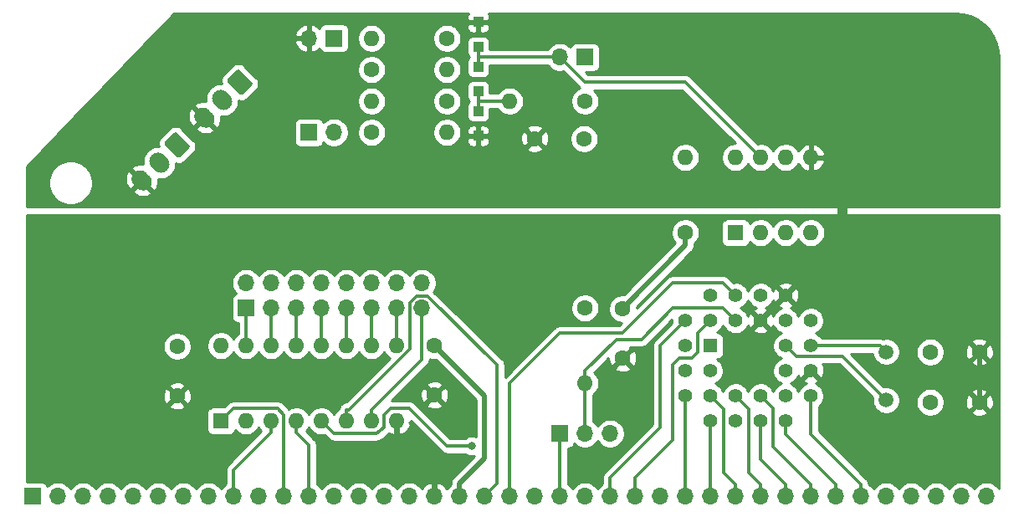
<source format=gbr>
G04 #@! TF.GenerationSoftware,KiCad,Pcbnew,(5.1.10)-1*
G04 #@! TF.CreationDate,2021-10-20T19:59:30+02:00*
G04 #@! TF.ProjectId,Arcnet,4172636e-6574-42e6-9b69-6361645f7063,rev?*
G04 #@! TF.SameCoordinates,Original*
G04 #@! TF.FileFunction,Copper,L2,Bot*
G04 #@! TF.FilePolarity,Positive*
%FSLAX46Y46*%
G04 Gerber Fmt 4.6, Leading zero omitted, Abs format (unit mm)*
G04 Created by KiCad (PCBNEW (5.1.10)-1) date 2021-10-20 19:59:30*
%MOMM*%
%LPD*%
G01*
G04 APERTURE LIST*
G04 #@! TA.AperFunction,ComponentPad*
%ADD10C,1.422400*%
G04 #@! TD*
G04 #@! TA.AperFunction,ComponentPad*
%ADD11R,1.422400X1.422400*%
G04 #@! TD*
G04 #@! TA.AperFunction,ComponentPad*
%ADD12O,1.600000X1.600000*%
G04 #@! TD*
G04 #@! TA.AperFunction,ComponentPad*
%ADD13C,1.600000*%
G04 #@! TD*
G04 #@! TA.AperFunction,ComponentPad*
%ADD14C,1.500000*%
G04 #@! TD*
G04 #@! TA.AperFunction,ComponentPad*
%ADD15O,1.700000X1.700000*%
G04 #@! TD*
G04 #@! TA.AperFunction,ComponentPad*
%ADD16R,1.700000X1.700000*%
G04 #@! TD*
G04 #@! TA.AperFunction,SMDPad,CuDef*
%ADD17R,1.000000X1.000000*%
G04 #@! TD*
G04 #@! TA.AperFunction,ComponentPad*
%ADD18R,1.600000X1.600000*%
G04 #@! TD*
G04 #@! TA.AperFunction,ViaPad*
%ADD19C,0.800000*%
G04 #@! TD*
G04 #@! TA.AperFunction,Conductor*
%ADD20C,0.508000*%
G04 #@! TD*
G04 #@! TA.AperFunction,Conductor*
%ADD21C,1.016000*%
G04 #@! TD*
G04 #@! TA.AperFunction,Conductor*
%ADD22C,0.304800*%
G04 #@! TD*
G04 #@! TA.AperFunction,Conductor*
%ADD23C,0.254000*%
G04 #@! TD*
G04 #@! TA.AperFunction,Conductor*
%ADD24C,0.100000*%
G04 #@! TD*
G04 APERTURE END LIST*
D10*
X183515000Y-99695000D03*
X186055000Y-99695000D03*
X188595000Y-99695000D03*
X180975000Y-102235000D03*
X186055000Y-102235000D03*
X188595000Y-102235000D03*
X191135000Y-102235000D03*
X193675000Y-102235000D03*
X193675000Y-104775000D03*
X193675000Y-107315000D03*
X193675000Y-109855000D03*
X191135000Y-99695000D03*
X191135000Y-104775000D03*
X191135000Y-107315000D03*
X191135000Y-109855000D03*
X191135000Y-112395000D03*
X188595000Y-112395000D03*
X186055000Y-112395000D03*
X183515000Y-112395000D03*
X188595000Y-109855000D03*
X186055000Y-109855000D03*
X183515000Y-109855000D03*
X180975000Y-104775000D03*
X180975000Y-109855000D03*
X180975000Y-107315000D03*
X183515000Y-102235000D03*
X183515000Y-107315000D03*
D11*
X183515000Y-104775000D03*
D12*
X170815000Y-108585000D03*
D13*
X170815000Y-100965000D03*
X155575000Y-104775000D03*
X155575000Y-109775000D03*
D14*
X201295000Y-110290000D03*
X201295000Y-105410000D03*
D15*
X173355000Y-113665000D03*
X170815000Y-113665000D03*
D16*
X168275000Y-113665000D03*
D17*
X160020000Y-76537500D03*
X160020000Y-79037500D03*
X160020000Y-83546000D03*
X160020000Y-81046000D03*
X160020000Y-72029000D03*
X160020000Y-74529000D03*
D12*
X180975000Y-85725000D03*
D13*
X180975000Y-93345000D03*
X170735000Y-83820000D03*
X165735000Y-83820000D03*
D12*
X186055000Y-85725000D03*
X193675000Y-93345000D03*
X188595000Y-85725000D03*
X191135000Y-93345000D03*
X191135000Y-85725000D03*
X188595000Y-93345000D03*
X193675000Y-85725000D03*
D18*
X186055000Y-93345000D03*
D12*
X149225000Y-73660000D03*
D13*
X156845000Y-73660000D03*
D12*
X156845000Y-83185000D03*
D13*
X149225000Y-83185000D03*
D15*
X142875000Y-73660000D03*
D16*
X145415000Y-73660000D03*
D15*
X145415000Y-83185000D03*
D16*
X142875000Y-83185000D03*
G04 #@! TA.AperFunction,ComponentPad*
G36*
G01*
X132753982Y-80922820D02*
X133072180Y-81241018D01*
G75*
G02*
X133072180Y-82471384I-615183J-615183D01*
G01*
X133072180Y-82471384D01*
G75*
G02*
X131841814Y-82471384I-615183J615183D01*
G01*
X131523616Y-82153186D01*
G75*
G02*
X131523616Y-80922820I615183J615183D01*
G01*
X131523616Y-80922820D01*
G75*
G02*
X132753982Y-80922820I615183J-615183D01*
G01*
G37*
G04 #@! TD.AperFunction*
G04 #@! TA.AperFunction,ComponentPad*
G36*
G01*
X134550033Y-79126769D02*
X134868231Y-79444967D01*
G75*
G02*
X134868231Y-80675333I-615183J-615183D01*
G01*
X134868231Y-80675333D01*
G75*
G02*
X133637865Y-80675333I-615183J615183D01*
G01*
X133319667Y-80357135D01*
G75*
G02*
X133319667Y-79126769I615183J615183D01*
G01*
X133319667Y-79126769D01*
G75*
G02*
X134550033Y-79126769I615183J-615183D01*
G01*
G37*
G04 #@! TD.AperFunction*
G04 #@! TA.AperFunction,ComponentPad*
G36*
G01*
X135907677Y-76892311D02*
X137102689Y-78087323D01*
G75*
G02*
X137102689Y-78440875I-176776J-176776D01*
G01*
X136225875Y-79317689D01*
G75*
G02*
X135872323Y-79317689I-176776J176776D01*
G01*
X134677311Y-78122677D01*
G75*
G02*
X134677311Y-77769125I176776J176776D01*
G01*
X135554125Y-76892311D01*
G75*
G02*
X135907677Y-76892311I176776J-176776D01*
G01*
G37*
G04 #@! TD.AperFunction*
G04 #@! TA.AperFunction,ComponentPad*
G36*
G01*
X126403982Y-87272820D02*
X126722180Y-87591018D01*
G75*
G02*
X126722180Y-88821384I-615183J-615183D01*
G01*
X126722180Y-88821384D01*
G75*
G02*
X125491814Y-88821384I-615183J615183D01*
G01*
X125173616Y-88503186D01*
G75*
G02*
X125173616Y-87272820I615183J615183D01*
G01*
X125173616Y-87272820D01*
G75*
G02*
X126403982Y-87272820I615183J-615183D01*
G01*
G37*
G04 #@! TD.AperFunction*
G04 #@! TA.AperFunction,ComponentPad*
G36*
G01*
X128200033Y-85476769D02*
X128518231Y-85794967D01*
G75*
G02*
X128518231Y-87025333I-615183J-615183D01*
G01*
X128518231Y-87025333D01*
G75*
G02*
X127287865Y-87025333I-615183J615183D01*
G01*
X126969667Y-86707135D01*
G75*
G02*
X126969667Y-85476769I615183J615183D01*
G01*
X126969667Y-85476769D01*
G75*
G02*
X128200033Y-85476769I615183J-615183D01*
G01*
G37*
G04 #@! TD.AperFunction*
G04 #@! TA.AperFunction,ComponentPad*
G36*
G01*
X129557677Y-83242311D02*
X130752689Y-84437323D01*
G75*
G02*
X130752689Y-84790875I-176776J-176776D01*
G01*
X129875875Y-85667689D01*
G75*
G02*
X129522323Y-85667689I-176776J176776D01*
G01*
X128327311Y-84472677D01*
G75*
G02*
X128327311Y-84119125I176776J176776D01*
G01*
X129204125Y-83242311D01*
G75*
G02*
X129557677Y-83242311I176776J-176776D01*
G01*
G37*
G04 #@! TD.AperFunction*
D12*
X156845000Y-76835000D03*
D13*
X149225000Y-76835000D03*
D12*
X149225000Y-80010000D03*
D13*
X156845000Y-80010000D03*
D12*
X163195000Y-80010000D03*
D13*
X170815000Y-80010000D03*
D15*
X168275000Y-75565000D03*
D16*
X170815000Y-75565000D03*
D13*
X174625000Y-101045000D03*
X174625000Y-106045000D03*
X129540000Y-104855000D03*
X129540000Y-109855000D03*
D12*
X133985000Y-104775000D03*
X151765000Y-112395000D03*
X136525000Y-104775000D03*
X149225000Y-112395000D03*
X139065000Y-104775000D03*
X146685000Y-112395000D03*
X141605000Y-104775000D03*
X144145000Y-112395000D03*
X144145000Y-104775000D03*
X141605000Y-112395000D03*
X146685000Y-104775000D03*
X139065000Y-112395000D03*
X149225000Y-104775000D03*
X136525000Y-112395000D03*
X151765000Y-104775000D03*
D18*
X133985000Y-112395000D03*
D15*
X154305000Y-98425000D03*
X154305000Y-100965000D03*
X151765000Y-98425000D03*
X151765000Y-100965000D03*
X149225000Y-98425000D03*
X149225000Y-100965000D03*
X146685000Y-98425000D03*
X146685000Y-100965000D03*
X144145000Y-98425000D03*
X144145000Y-100965000D03*
X141605000Y-98425000D03*
X141605000Y-100965000D03*
X139065000Y-98425000D03*
X139065000Y-100965000D03*
X136525000Y-98425000D03*
D16*
X136525000Y-100965000D03*
D13*
X210740000Y-110490000D03*
X205740000Y-110490000D03*
X210740000Y-105410000D03*
X205740000Y-105410000D03*
D15*
X211455000Y-120015000D03*
X208915000Y-120015000D03*
X206375000Y-120015000D03*
X203835000Y-120015000D03*
X201295000Y-120015000D03*
X198755000Y-120015000D03*
X196215000Y-120015000D03*
X193675000Y-120015000D03*
X191135000Y-120015000D03*
X188595000Y-120015000D03*
X186055000Y-120015000D03*
X183515000Y-120015000D03*
X180975000Y-120015000D03*
X178435000Y-120015000D03*
X175895000Y-120015000D03*
X173355000Y-120015000D03*
X170815000Y-120015000D03*
X168275000Y-120015000D03*
X165735000Y-120015000D03*
X163195000Y-120015000D03*
X160655000Y-120015000D03*
X158115000Y-120015000D03*
X155575000Y-120015000D03*
X153035000Y-120015000D03*
X150495000Y-120015000D03*
X147955000Y-120015000D03*
X145415000Y-120015000D03*
X142875000Y-120015000D03*
X140335000Y-120015000D03*
X137795000Y-120015000D03*
X135255000Y-120015000D03*
X132715000Y-120015000D03*
X130175000Y-120015000D03*
X127635000Y-120015000D03*
X125095000Y-120015000D03*
X122555000Y-120015000D03*
X120015000Y-120015000D03*
X117475000Y-120015000D03*
D16*
X114935000Y-120015000D03*
D19*
X159389200Y-114935000D03*
D20*
X191135000Y-99695000D02*
X188595000Y-102235000D01*
X210740000Y-110490000D02*
X210740000Y-105410000D01*
X155575000Y-118710700D02*
X155575000Y-120015000D01*
X151765000Y-114935000D02*
X155575000Y-118710700D01*
X151765000Y-112395000D02*
X151765000Y-114935000D01*
X196850000Y-93980000D02*
X191135000Y-99695000D01*
D21*
X196850000Y-88900000D02*
X196850000Y-93980000D01*
D22*
X200660000Y-104775000D02*
X201295000Y-105410000D01*
X193675000Y-104775000D02*
X200660000Y-104775000D01*
X191135000Y-104775000D02*
X192226200Y-105866200D01*
X192226200Y-105866200D02*
X196871200Y-105866200D01*
X196871200Y-105866200D02*
X201295000Y-110290000D01*
X198755000Y-120015000D02*
X198755000Y-118812300D01*
X198755000Y-118812300D02*
X193675000Y-113732300D01*
X193675000Y-113732300D02*
X193675000Y-109855000D01*
X196215000Y-120015000D02*
X196215000Y-118812300D01*
X196215000Y-118812300D02*
X191135000Y-113732300D01*
X191135000Y-113732300D02*
X191135000Y-112395000D01*
X193675000Y-120015000D02*
X193675000Y-118812300D01*
X193675000Y-118812300D02*
X189865000Y-115002300D01*
X189865000Y-115002300D02*
X189865000Y-111125000D01*
X189865000Y-111125000D02*
X188595000Y-109855000D01*
X191135000Y-120015000D02*
X191135000Y-118812300D01*
X191135000Y-118812300D02*
X188595000Y-116272300D01*
X188595000Y-116272300D02*
X188595000Y-112395000D01*
X188595000Y-120015000D02*
X188595000Y-118812300D01*
X188595000Y-118812300D02*
X187392300Y-117609600D01*
X187392300Y-117609600D02*
X187392300Y-111192300D01*
X187392300Y-111192300D02*
X186055000Y-109855000D01*
X186055000Y-120015000D02*
X186055000Y-118812300D01*
X186055000Y-118812300D02*
X184852300Y-117609600D01*
X184852300Y-117609600D02*
X184852300Y-111192300D01*
X184852300Y-111192300D02*
X183515000Y-109855000D01*
X183515000Y-120015000D02*
X183515000Y-112395000D01*
X180975000Y-109855000D02*
X180975000Y-118812300D01*
X180975000Y-120015000D02*
X180975000Y-118812300D01*
X149725400Y-113665000D02*
X150495000Y-113030000D01*
X145415000Y-113665000D02*
X149725400Y-113665000D01*
X150495000Y-113030000D02*
X150495000Y-111760000D01*
X144145000Y-112395000D02*
X145415000Y-113665000D01*
X150495000Y-111760000D02*
X151130000Y-111125000D01*
X151130000Y-111125000D02*
X153035000Y-111125000D01*
X156845000Y-114935000D02*
X159389200Y-114935000D01*
X153035000Y-111125000D02*
X156845000Y-114935000D01*
X163195000Y-115191100D02*
X163195000Y-120015000D01*
X163195000Y-108585000D02*
X163195000Y-115191100D01*
X168275000Y-103505000D02*
X163195000Y-108585000D01*
X174625000Y-103505000D02*
X168275000Y-103505000D01*
X179705000Y-98425000D02*
X174625000Y-103505000D01*
X184785000Y-98425000D02*
X179705000Y-98425000D01*
X186055000Y-99695000D02*
X184785000Y-98425000D01*
X146685000Y-111242300D02*
X146685000Y-112395000D01*
X146953700Y-111242300D02*
X146685000Y-111242300D01*
X153097900Y-100457400D02*
X153097900Y-105098100D01*
X153793100Y-99762200D02*
X153097900Y-100457400D01*
X154846700Y-99762200D02*
X153793100Y-99762200D01*
X153097900Y-105098100D02*
X146953700Y-111242300D01*
X161925000Y-106680000D02*
X154846700Y-99762200D01*
X161925000Y-118745000D02*
X161925000Y-106680000D01*
X160655000Y-120015000D02*
X161925000Y-118745000D01*
D20*
X180975000Y-94615000D02*
X174625000Y-101045000D01*
X180975000Y-93345000D02*
X180975000Y-94615000D01*
X160655000Y-109855000D02*
X155575000Y-104775000D01*
X160655000Y-116205000D02*
X160655000Y-109855000D01*
X158115000Y-118710700D02*
X160655000Y-116205000D01*
X158115000Y-120015000D02*
X158115000Y-118710700D01*
D22*
X141605000Y-112395000D02*
X141605000Y-113547700D01*
X142875000Y-120015000D02*
X142875000Y-114817700D01*
X142875000Y-114817700D02*
X141605000Y-113547700D01*
X140335000Y-120015000D02*
X140335000Y-111760000D01*
X140335000Y-111760000D02*
X139700000Y-111125000D01*
X139700000Y-111125000D02*
X135255000Y-111125000D01*
X135255000Y-111125000D02*
X133985000Y-112395000D01*
X139065000Y-112395000D02*
X139065000Y-113547700D01*
X135255000Y-120015000D02*
X135255000Y-117357700D01*
X135255000Y-117357700D02*
X139065000Y-113547700D01*
X149225000Y-112395000D02*
X149225000Y-111242300D01*
X154305000Y-100965000D02*
X154305000Y-106162300D01*
X154305000Y-106162300D02*
X149225000Y-111242300D01*
X151765000Y-100965000D02*
X151765000Y-104775000D01*
X149225000Y-100965000D02*
X149225000Y-104775000D01*
X146685000Y-100965000D02*
X146685000Y-104775000D01*
X144145000Y-100965000D02*
X144145000Y-104775000D01*
X141605000Y-100965000D02*
X141605000Y-104775000D01*
X139065000Y-100965000D02*
X139065000Y-104775000D01*
X136525000Y-100965000D02*
X136525000Y-104775000D01*
X178435000Y-104775000D02*
X180975000Y-102235000D01*
X178435000Y-113030000D02*
X178435000Y-104775000D01*
X173355000Y-118110000D02*
X178435000Y-113030000D01*
X173355000Y-120015000D02*
X173355000Y-118110000D01*
X182245000Y-103505000D02*
X183515000Y-102235000D01*
X180340000Y-106045000D02*
X181610000Y-106045000D01*
X179705000Y-106680000D02*
X180340000Y-106045000D01*
X179705000Y-114300000D02*
X179705000Y-106680000D01*
X182245000Y-105410000D02*
X182245000Y-103505000D01*
X175895000Y-118110000D02*
X179705000Y-114300000D01*
X181610000Y-106045000D02*
X182245000Y-105410000D01*
X175895000Y-120015000D02*
X175895000Y-118110000D01*
X160020000Y-75565000D02*
X160020000Y-74529000D01*
X160020000Y-76537500D02*
X160020000Y-75565000D01*
X188595000Y-85725000D02*
X180975000Y-78105000D01*
X180975000Y-78105000D02*
X170815000Y-78105000D01*
X170815000Y-78105000D02*
X168275000Y-75565000D01*
X168275000Y-75565000D02*
X160020000Y-75565000D01*
X160020000Y-80010000D02*
X160020000Y-79037500D01*
X160020000Y-81046000D02*
X160020000Y-80010000D01*
X163195000Y-80010000D02*
X160020000Y-80010000D01*
X168275000Y-120015000D02*
X168275000Y-113665000D01*
X186055000Y-102235000D02*
X184974400Y-101154400D01*
X170815000Y-108585000D02*
X170815000Y-107315000D01*
X170815000Y-107315000D02*
X173990000Y-104140000D01*
X173990000Y-104140000D02*
X176530000Y-104140000D01*
X176530000Y-104140000D02*
X179705000Y-100965000D01*
X184785000Y-100965000D02*
X186055000Y-102235000D01*
X179705000Y-100965000D02*
X184785000Y-100965000D01*
X170815000Y-113665000D02*
X170815000Y-108585000D01*
D23*
X158989463Y-71174506D02*
X158930498Y-71284820D01*
X158894188Y-71404518D01*
X158881928Y-71529000D01*
X158885000Y-71743250D01*
X159043750Y-71902000D01*
X159893000Y-71902000D01*
X159893000Y-71882000D01*
X160147000Y-71882000D01*
X160147000Y-71902000D01*
X160996250Y-71902000D01*
X161155000Y-71743250D01*
X161158072Y-71529000D01*
X161145812Y-71404518D01*
X161109502Y-71284820D01*
X161050537Y-71174506D01*
X161026322Y-71145000D01*
X208250608Y-71145000D01*
X209062249Y-71217437D01*
X209819774Y-71424672D01*
X210528625Y-71762777D01*
X211166404Y-72221067D01*
X211712946Y-72785055D01*
X212150977Y-73436913D01*
X212466651Y-74156038D01*
X212651206Y-74924768D01*
X212700001Y-75589221D01*
X212700001Y-90678000D01*
X114325000Y-90678000D01*
X114325000Y-88044872D01*
X116510000Y-88044872D01*
X116510000Y-88485128D01*
X116595890Y-88916925D01*
X116764369Y-89323669D01*
X117008962Y-89689729D01*
X117320271Y-90001038D01*
X117686331Y-90245631D01*
X118093075Y-90414110D01*
X118524872Y-90500000D01*
X118965128Y-90500000D01*
X119396925Y-90414110D01*
X119803669Y-90245631D01*
X120169729Y-90001038D01*
X120481038Y-89689729D01*
X120725631Y-89323669D01*
X120821688Y-89091765D01*
X125082841Y-89091765D01*
X125140671Y-89369507D01*
X125386189Y-89535676D01*
X125659406Y-89650753D01*
X125949825Y-89710317D01*
X126246283Y-89712078D01*
X126537388Y-89655970D01*
X126811954Y-89544147D01*
X126885713Y-89494078D01*
X126964891Y-89243701D01*
X125947898Y-88226707D01*
X125082841Y-89091765D01*
X120821688Y-89091765D01*
X120894110Y-88916925D01*
X120980000Y-88485128D01*
X120980000Y-88044872D01*
X120921091Y-87748717D01*
X124282922Y-87748717D01*
X124284683Y-88045175D01*
X124344247Y-88335594D01*
X124459324Y-88608811D01*
X124625493Y-88854329D01*
X124903235Y-88912159D01*
X125768293Y-88047102D01*
X124751299Y-87030109D01*
X124500922Y-87109287D01*
X124450853Y-87183046D01*
X124339030Y-87457612D01*
X124282922Y-87748717D01*
X120921091Y-87748717D01*
X120894110Y-87613075D01*
X120725631Y-87206331D01*
X120487875Y-86850503D01*
X124930905Y-86850503D01*
X125947898Y-87867497D01*
X125962041Y-87853355D01*
X126141646Y-88032960D01*
X126127503Y-88047102D01*
X127144497Y-89064095D01*
X127394874Y-88984917D01*
X127444943Y-88911158D01*
X127556766Y-88636592D01*
X127612874Y-88345487D01*
X127611113Y-88049029D01*
X127577276Y-87884049D01*
X127608016Y-87893374D01*
X127903048Y-87922432D01*
X128198079Y-87893374D01*
X128481773Y-87807315D01*
X128743226Y-87667566D01*
X128972392Y-87479494D01*
X129160464Y-87250328D01*
X129300213Y-86988875D01*
X129386272Y-86705181D01*
X129415330Y-86410150D01*
X129407030Y-86325878D01*
X129525845Y-86361920D01*
X129699099Y-86378984D01*
X129872353Y-86361920D01*
X130038949Y-86311384D01*
X130192485Y-86229317D01*
X130327060Y-86118874D01*
X130862269Y-85583665D01*
X179540000Y-85583665D01*
X179540000Y-85866335D01*
X179595147Y-86143574D01*
X179703320Y-86404727D01*
X179860363Y-86639759D01*
X180060241Y-86839637D01*
X180295273Y-86996680D01*
X180556426Y-87104853D01*
X180833665Y-87160000D01*
X181116335Y-87160000D01*
X181393574Y-87104853D01*
X181654727Y-86996680D01*
X181889759Y-86839637D01*
X182089637Y-86639759D01*
X182246680Y-86404727D01*
X182354853Y-86143574D01*
X182410000Y-85866335D01*
X182410000Y-85583665D01*
X182354853Y-85306426D01*
X182246680Y-85045273D01*
X182089637Y-84810241D01*
X181889759Y-84610363D01*
X181654727Y-84453320D01*
X181393574Y-84345147D01*
X181116335Y-84290000D01*
X180833665Y-84290000D01*
X180556426Y-84345147D01*
X180295273Y-84453320D01*
X180060241Y-84610363D01*
X179860363Y-84810241D01*
X179703320Y-85045273D01*
X179595147Y-85306426D01*
X179540000Y-85583665D01*
X130862269Y-85583665D01*
X131203874Y-85242060D01*
X131314317Y-85107485D01*
X131396384Y-84953949D01*
X131439230Y-84812702D01*
X164921903Y-84812702D01*
X164993486Y-85056671D01*
X165248996Y-85177571D01*
X165523184Y-85246300D01*
X165805512Y-85260217D01*
X166085130Y-85218787D01*
X166351292Y-85123603D01*
X166476514Y-85056671D01*
X166548097Y-84812702D01*
X165735000Y-83999605D01*
X164921903Y-84812702D01*
X131439230Y-84812702D01*
X131446920Y-84787353D01*
X131463984Y-84614099D01*
X131446920Y-84440845D01*
X131396384Y-84274249D01*
X131314317Y-84120713D01*
X131203874Y-83986138D01*
X130008862Y-82791126D01*
X129948716Y-82741765D01*
X131432841Y-82741765D01*
X131490671Y-83019507D01*
X131736189Y-83185676D01*
X132009406Y-83300753D01*
X132299825Y-83360317D01*
X132596283Y-83362078D01*
X132887388Y-83305970D01*
X133161954Y-83194147D01*
X133235713Y-83144078D01*
X133314891Y-82893701D01*
X132297898Y-81876707D01*
X131432841Y-82741765D01*
X129948716Y-82741765D01*
X129874287Y-82680683D01*
X129720751Y-82598616D01*
X129554155Y-82548080D01*
X129380901Y-82531016D01*
X129207647Y-82548080D01*
X129041051Y-82598616D01*
X128887515Y-82680683D01*
X128752940Y-82791126D01*
X127876126Y-83667940D01*
X127765683Y-83802515D01*
X127683616Y-83956051D01*
X127633080Y-84122647D01*
X127616016Y-84295901D01*
X127633080Y-84469155D01*
X127669122Y-84587970D01*
X127584850Y-84579670D01*
X127289819Y-84608728D01*
X127006125Y-84694787D01*
X126744672Y-84834536D01*
X126515506Y-85022608D01*
X126327434Y-85251774D01*
X126187685Y-85513227D01*
X126101626Y-85796921D01*
X126072568Y-86091952D01*
X126101626Y-86386983D01*
X126110951Y-86417724D01*
X125945971Y-86383887D01*
X125649513Y-86382126D01*
X125358408Y-86438234D01*
X125083842Y-86550057D01*
X125010083Y-86600126D01*
X124930905Y-86850503D01*
X120487875Y-86850503D01*
X120481038Y-86840271D01*
X120169729Y-86528962D01*
X119803669Y-86284369D01*
X119396925Y-86115890D01*
X118965128Y-86030000D01*
X118524872Y-86030000D01*
X118093075Y-86115890D01*
X117686331Y-86284369D01*
X117320271Y-86528962D01*
X117008962Y-86840271D01*
X116764369Y-87206331D01*
X116595890Y-87613075D01*
X116510000Y-88044872D01*
X114325000Y-88044872D01*
X114325000Y-86625524D01*
X119342735Y-81398717D01*
X130632922Y-81398717D01*
X130634683Y-81695175D01*
X130694247Y-81985594D01*
X130809324Y-82258811D01*
X130975493Y-82504329D01*
X131253235Y-82562159D01*
X132118293Y-81697102D01*
X131101299Y-80680109D01*
X130850922Y-80759287D01*
X130800853Y-80833046D01*
X130689030Y-81107612D01*
X130632922Y-81398717D01*
X119342735Y-81398717D01*
X120205020Y-80500503D01*
X131280905Y-80500503D01*
X132297898Y-81517497D01*
X132312041Y-81503355D01*
X132491646Y-81682960D01*
X132477503Y-81697102D01*
X133494497Y-82714095D01*
X133744874Y-82634917D01*
X133794943Y-82561158D01*
X133887050Y-82335000D01*
X141386928Y-82335000D01*
X141386928Y-84035000D01*
X141399188Y-84159482D01*
X141435498Y-84279180D01*
X141494463Y-84389494D01*
X141573815Y-84486185D01*
X141670506Y-84565537D01*
X141780820Y-84624502D01*
X141900518Y-84660812D01*
X142025000Y-84673072D01*
X143725000Y-84673072D01*
X143849482Y-84660812D01*
X143969180Y-84624502D01*
X144079494Y-84565537D01*
X144176185Y-84486185D01*
X144255537Y-84389494D01*
X144314502Y-84279180D01*
X144336513Y-84206620D01*
X144468368Y-84338475D01*
X144711589Y-84500990D01*
X144981842Y-84612932D01*
X145268740Y-84670000D01*
X145561260Y-84670000D01*
X145848158Y-84612932D01*
X146118411Y-84500990D01*
X146361632Y-84338475D01*
X146568475Y-84131632D01*
X146730990Y-83888411D01*
X146842932Y-83618158D01*
X146900000Y-83331260D01*
X146900000Y-83043665D01*
X147790000Y-83043665D01*
X147790000Y-83326335D01*
X147845147Y-83603574D01*
X147953320Y-83864727D01*
X148110363Y-84099759D01*
X148310241Y-84299637D01*
X148545273Y-84456680D01*
X148806426Y-84564853D01*
X149083665Y-84620000D01*
X149366335Y-84620000D01*
X149643574Y-84564853D01*
X149904727Y-84456680D01*
X150139759Y-84299637D01*
X150339637Y-84099759D01*
X150496680Y-83864727D01*
X150604853Y-83603574D01*
X150660000Y-83326335D01*
X150660000Y-83043665D01*
X155410000Y-83043665D01*
X155410000Y-83326335D01*
X155465147Y-83603574D01*
X155573320Y-83864727D01*
X155730363Y-84099759D01*
X155930241Y-84299637D01*
X156165273Y-84456680D01*
X156426426Y-84564853D01*
X156703665Y-84620000D01*
X156986335Y-84620000D01*
X157263574Y-84564853D01*
X157524727Y-84456680D01*
X157759759Y-84299637D01*
X157959637Y-84099759D01*
X157995557Y-84046000D01*
X158881928Y-84046000D01*
X158894188Y-84170482D01*
X158930498Y-84290180D01*
X158989463Y-84400494D01*
X159068815Y-84497185D01*
X159165506Y-84576537D01*
X159275820Y-84635502D01*
X159395518Y-84671812D01*
X159520000Y-84684072D01*
X159734250Y-84681000D01*
X159893000Y-84522250D01*
X159893000Y-83673000D01*
X160147000Y-83673000D01*
X160147000Y-84522250D01*
X160305750Y-84681000D01*
X160520000Y-84684072D01*
X160644482Y-84671812D01*
X160764180Y-84635502D01*
X160874494Y-84576537D01*
X160971185Y-84497185D01*
X161050537Y-84400494D01*
X161109502Y-84290180D01*
X161145812Y-84170482D01*
X161158072Y-84046000D01*
X161155843Y-83890512D01*
X164294783Y-83890512D01*
X164336213Y-84170130D01*
X164431397Y-84436292D01*
X164498329Y-84561514D01*
X164742298Y-84633097D01*
X165555395Y-83820000D01*
X165914605Y-83820000D01*
X166727702Y-84633097D01*
X166971671Y-84561514D01*
X167092571Y-84306004D01*
X167161300Y-84031816D01*
X167175217Y-83749488D01*
X167164724Y-83678665D01*
X169300000Y-83678665D01*
X169300000Y-83961335D01*
X169355147Y-84238574D01*
X169463320Y-84499727D01*
X169620363Y-84734759D01*
X169820241Y-84934637D01*
X170055273Y-85091680D01*
X170316426Y-85199853D01*
X170593665Y-85255000D01*
X170876335Y-85255000D01*
X171153574Y-85199853D01*
X171414727Y-85091680D01*
X171649759Y-84934637D01*
X171849637Y-84734759D01*
X172006680Y-84499727D01*
X172114853Y-84238574D01*
X172170000Y-83961335D01*
X172170000Y-83678665D01*
X172114853Y-83401426D01*
X172006680Y-83140273D01*
X171849637Y-82905241D01*
X171649759Y-82705363D01*
X171414727Y-82548320D01*
X171153574Y-82440147D01*
X170876335Y-82385000D01*
X170593665Y-82385000D01*
X170316426Y-82440147D01*
X170055273Y-82548320D01*
X169820241Y-82705363D01*
X169620363Y-82905241D01*
X169463320Y-83140273D01*
X169355147Y-83401426D01*
X169300000Y-83678665D01*
X167164724Y-83678665D01*
X167133787Y-83469870D01*
X167038603Y-83203708D01*
X166971671Y-83078486D01*
X166727702Y-83006903D01*
X165914605Y-83820000D01*
X165555395Y-83820000D01*
X164742298Y-83006903D01*
X164498329Y-83078486D01*
X164377429Y-83333996D01*
X164308700Y-83608184D01*
X164294783Y-83890512D01*
X161155843Y-83890512D01*
X161155000Y-83831750D01*
X160996250Y-83673000D01*
X160147000Y-83673000D01*
X159893000Y-83673000D01*
X159043750Y-83673000D01*
X158885000Y-83831750D01*
X158881928Y-84046000D01*
X157995557Y-84046000D01*
X158116680Y-83864727D01*
X158224853Y-83603574D01*
X158280000Y-83326335D01*
X158280000Y-83046000D01*
X158881928Y-83046000D01*
X158885000Y-83260250D01*
X159043750Y-83419000D01*
X159893000Y-83419000D01*
X159893000Y-82569750D01*
X160147000Y-82569750D01*
X160147000Y-83419000D01*
X160996250Y-83419000D01*
X161155000Y-83260250D01*
X161158072Y-83046000D01*
X161145812Y-82921518D01*
X161117231Y-82827298D01*
X164921903Y-82827298D01*
X165735000Y-83640395D01*
X166548097Y-82827298D01*
X166476514Y-82583329D01*
X166221004Y-82462429D01*
X165946816Y-82393700D01*
X165664488Y-82379783D01*
X165384870Y-82421213D01*
X165118708Y-82516397D01*
X164993486Y-82583329D01*
X164921903Y-82827298D01*
X161117231Y-82827298D01*
X161109502Y-82801820D01*
X161050537Y-82691506D01*
X160971185Y-82594815D01*
X160874494Y-82515463D01*
X160764180Y-82456498D01*
X160644482Y-82420188D01*
X160520000Y-82407928D01*
X160305750Y-82411000D01*
X160147000Y-82569750D01*
X159893000Y-82569750D01*
X159734250Y-82411000D01*
X159520000Y-82407928D01*
X159395518Y-82420188D01*
X159275820Y-82456498D01*
X159165506Y-82515463D01*
X159068815Y-82594815D01*
X158989463Y-82691506D01*
X158930498Y-82801820D01*
X158894188Y-82921518D01*
X158881928Y-83046000D01*
X158280000Y-83046000D01*
X158280000Y-83043665D01*
X158224853Y-82766426D01*
X158116680Y-82505273D01*
X157959637Y-82270241D01*
X157759759Y-82070363D01*
X157524727Y-81913320D01*
X157263574Y-81805147D01*
X156986335Y-81750000D01*
X156703665Y-81750000D01*
X156426426Y-81805147D01*
X156165273Y-81913320D01*
X155930241Y-82070363D01*
X155730363Y-82270241D01*
X155573320Y-82505273D01*
X155465147Y-82766426D01*
X155410000Y-83043665D01*
X150660000Y-83043665D01*
X150604853Y-82766426D01*
X150496680Y-82505273D01*
X150339637Y-82270241D01*
X150139759Y-82070363D01*
X149904727Y-81913320D01*
X149643574Y-81805147D01*
X149366335Y-81750000D01*
X149083665Y-81750000D01*
X148806426Y-81805147D01*
X148545273Y-81913320D01*
X148310241Y-82070363D01*
X148110363Y-82270241D01*
X147953320Y-82505273D01*
X147845147Y-82766426D01*
X147790000Y-83043665D01*
X146900000Y-83043665D01*
X146900000Y-83038740D01*
X146842932Y-82751842D01*
X146730990Y-82481589D01*
X146568475Y-82238368D01*
X146361632Y-82031525D01*
X146118411Y-81869010D01*
X145848158Y-81757068D01*
X145561260Y-81700000D01*
X145268740Y-81700000D01*
X144981842Y-81757068D01*
X144711589Y-81869010D01*
X144468368Y-82031525D01*
X144336513Y-82163380D01*
X144314502Y-82090820D01*
X144255537Y-81980506D01*
X144176185Y-81883815D01*
X144079494Y-81804463D01*
X143969180Y-81745498D01*
X143849482Y-81709188D01*
X143725000Y-81696928D01*
X142025000Y-81696928D01*
X141900518Y-81709188D01*
X141780820Y-81745498D01*
X141670506Y-81804463D01*
X141573815Y-81883815D01*
X141494463Y-81980506D01*
X141435498Y-82090820D01*
X141399188Y-82210518D01*
X141386928Y-82335000D01*
X133887050Y-82335000D01*
X133906766Y-82286592D01*
X133962874Y-81995487D01*
X133961113Y-81699029D01*
X133927276Y-81534049D01*
X133958016Y-81543374D01*
X134253048Y-81572432D01*
X134548079Y-81543374D01*
X134831773Y-81457315D01*
X135093226Y-81317566D01*
X135322392Y-81129494D01*
X135510464Y-80900328D01*
X135650213Y-80638875D01*
X135736272Y-80355181D01*
X135765330Y-80060150D01*
X135757030Y-79975878D01*
X135875845Y-80011920D01*
X136049099Y-80028984D01*
X136222353Y-80011920D01*
X136388949Y-79961384D01*
X136542485Y-79879317D01*
X136555464Y-79868665D01*
X147790000Y-79868665D01*
X147790000Y-80151335D01*
X147845147Y-80428574D01*
X147953320Y-80689727D01*
X148110363Y-80924759D01*
X148310241Y-81124637D01*
X148545273Y-81281680D01*
X148806426Y-81389853D01*
X149083665Y-81445000D01*
X149366335Y-81445000D01*
X149643574Y-81389853D01*
X149904727Y-81281680D01*
X150139759Y-81124637D01*
X150339637Y-80924759D01*
X150496680Y-80689727D01*
X150604853Y-80428574D01*
X150660000Y-80151335D01*
X150660000Y-79868665D01*
X155410000Y-79868665D01*
X155410000Y-80151335D01*
X155465147Y-80428574D01*
X155573320Y-80689727D01*
X155730363Y-80924759D01*
X155930241Y-81124637D01*
X156165273Y-81281680D01*
X156426426Y-81389853D01*
X156703665Y-81445000D01*
X156986335Y-81445000D01*
X157263574Y-81389853D01*
X157524727Y-81281680D01*
X157759759Y-81124637D01*
X157959637Y-80924759D01*
X158116680Y-80689727D01*
X158224853Y-80428574D01*
X158280000Y-80151335D01*
X158280000Y-79868665D01*
X158224853Y-79591426D01*
X158116680Y-79330273D01*
X157959637Y-79095241D01*
X157759759Y-78895363D01*
X157524727Y-78738320D01*
X157263574Y-78630147D01*
X156986335Y-78575000D01*
X156703665Y-78575000D01*
X156426426Y-78630147D01*
X156165273Y-78738320D01*
X155930241Y-78895363D01*
X155730363Y-79095241D01*
X155573320Y-79330273D01*
X155465147Y-79591426D01*
X155410000Y-79868665D01*
X150660000Y-79868665D01*
X150604853Y-79591426D01*
X150496680Y-79330273D01*
X150339637Y-79095241D01*
X150139759Y-78895363D01*
X149904727Y-78738320D01*
X149643574Y-78630147D01*
X149366335Y-78575000D01*
X149083665Y-78575000D01*
X148806426Y-78630147D01*
X148545273Y-78738320D01*
X148310241Y-78895363D01*
X148110363Y-79095241D01*
X147953320Y-79330273D01*
X147845147Y-79591426D01*
X147790000Y-79868665D01*
X136555464Y-79868665D01*
X136677060Y-79768874D01*
X137553874Y-78892060D01*
X137664317Y-78757485D01*
X137746384Y-78603949D01*
X137766540Y-78537500D01*
X158881928Y-78537500D01*
X158881928Y-79537500D01*
X158894188Y-79661982D01*
X158930498Y-79781680D01*
X158989463Y-79891994D01*
X159068815Y-79988685D01*
X159133475Y-80041750D01*
X159068815Y-80094815D01*
X158989463Y-80191506D01*
X158930498Y-80301820D01*
X158894188Y-80421518D01*
X158881928Y-80546000D01*
X158881928Y-81546000D01*
X158894188Y-81670482D01*
X158930498Y-81790180D01*
X158989463Y-81900494D01*
X159068815Y-81997185D01*
X159165506Y-82076537D01*
X159275820Y-82135502D01*
X159395518Y-82171812D01*
X159520000Y-82184072D01*
X160520000Y-82184072D01*
X160644482Y-82171812D01*
X160764180Y-82135502D01*
X160874494Y-82076537D01*
X160971185Y-81997185D01*
X161050537Y-81900494D01*
X161109502Y-81790180D01*
X161145812Y-81670482D01*
X161158072Y-81546000D01*
X161158072Y-80797400D01*
X161995265Y-80797400D01*
X162080363Y-80924759D01*
X162280241Y-81124637D01*
X162515273Y-81281680D01*
X162776426Y-81389853D01*
X163053665Y-81445000D01*
X163336335Y-81445000D01*
X163613574Y-81389853D01*
X163874727Y-81281680D01*
X164109759Y-81124637D01*
X164309637Y-80924759D01*
X164466680Y-80689727D01*
X164574853Y-80428574D01*
X164630000Y-80151335D01*
X164630000Y-79868665D01*
X164574853Y-79591426D01*
X164466680Y-79330273D01*
X164309637Y-79095241D01*
X164109759Y-78895363D01*
X163874727Y-78738320D01*
X163613574Y-78630147D01*
X163336335Y-78575000D01*
X163053665Y-78575000D01*
X162776426Y-78630147D01*
X162515273Y-78738320D01*
X162280241Y-78895363D01*
X162080363Y-79095241D01*
X161995265Y-79222600D01*
X161158072Y-79222600D01*
X161158072Y-78537500D01*
X161145812Y-78413018D01*
X161109502Y-78293320D01*
X161050537Y-78183006D01*
X160971185Y-78086315D01*
X160874494Y-78006963D01*
X160764180Y-77947998D01*
X160644482Y-77911688D01*
X160520000Y-77899428D01*
X159520000Y-77899428D01*
X159395518Y-77911688D01*
X159275820Y-77947998D01*
X159165506Y-78006963D01*
X159068815Y-78086315D01*
X158989463Y-78183006D01*
X158930498Y-78293320D01*
X158894188Y-78413018D01*
X158881928Y-78537500D01*
X137766540Y-78537500D01*
X137796920Y-78437353D01*
X137813984Y-78264099D01*
X137796920Y-78090845D01*
X137746384Y-77924249D01*
X137664317Y-77770713D01*
X137553874Y-77636138D01*
X136611401Y-76693665D01*
X147790000Y-76693665D01*
X147790000Y-76976335D01*
X147845147Y-77253574D01*
X147953320Y-77514727D01*
X148110363Y-77749759D01*
X148310241Y-77949637D01*
X148545273Y-78106680D01*
X148806426Y-78214853D01*
X149083665Y-78270000D01*
X149366335Y-78270000D01*
X149643574Y-78214853D01*
X149904727Y-78106680D01*
X150139759Y-77949637D01*
X150339637Y-77749759D01*
X150496680Y-77514727D01*
X150604853Y-77253574D01*
X150660000Y-76976335D01*
X150660000Y-76693665D01*
X155410000Y-76693665D01*
X155410000Y-76976335D01*
X155465147Y-77253574D01*
X155573320Y-77514727D01*
X155730363Y-77749759D01*
X155930241Y-77949637D01*
X156165273Y-78106680D01*
X156426426Y-78214853D01*
X156703665Y-78270000D01*
X156986335Y-78270000D01*
X157263574Y-78214853D01*
X157524727Y-78106680D01*
X157759759Y-77949637D01*
X157959637Y-77749759D01*
X158116680Y-77514727D01*
X158224853Y-77253574D01*
X158280000Y-76976335D01*
X158280000Y-76693665D01*
X158224853Y-76416426D01*
X158116680Y-76155273D01*
X157959637Y-75920241D01*
X157759759Y-75720363D01*
X157524727Y-75563320D01*
X157263574Y-75455147D01*
X156986335Y-75400000D01*
X156703665Y-75400000D01*
X156426426Y-75455147D01*
X156165273Y-75563320D01*
X155930241Y-75720363D01*
X155730363Y-75920241D01*
X155573320Y-76155273D01*
X155465147Y-76416426D01*
X155410000Y-76693665D01*
X150660000Y-76693665D01*
X150604853Y-76416426D01*
X150496680Y-76155273D01*
X150339637Y-75920241D01*
X150139759Y-75720363D01*
X149904727Y-75563320D01*
X149643574Y-75455147D01*
X149366335Y-75400000D01*
X149083665Y-75400000D01*
X148806426Y-75455147D01*
X148545273Y-75563320D01*
X148310241Y-75720363D01*
X148110363Y-75920241D01*
X147953320Y-76155273D01*
X147845147Y-76416426D01*
X147790000Y-76693665D01*
X136611401Y-76693665D01*
X136358862Y-76441126D01*
X136224287Y-76330683D01*
X136070751Y-76248616D01*
X135904155Y-76198080D01*
X135730901Y-76181016D01*
X135557647Y-76198080D01*
X135391051Y-76248616D01*
X135237515Y-76330683D01*
X135102940Y-76441126D01*
X134226126Y-77317940D01*
X134115683Y-77452515D01*
X134033616Y-77606051D01*
X133983080Y-77772647D01*
X133966016Y-77945901D01*
X133983080Y-78119155D01*
X134019122Y-78237970D01*
X133934850Y-78229670D01*
X133639819Y-78258728D01*
X133356125Y-78344787D01*
X133094672Y-78484536D01*
X132865506Y-78672608D01*
X132677434Y-78901774D01*
X132537685Y-79163227D01*
X132451626Y-79446921D01*
X132422568Y-79741952D01*
X132451626Y-80036983D01*
X132460951Y-80067724D01*
X132295971Y-80033887D01*
X131999513Y-80032126D01*
X131708408Y-80088234D01*
X131433842Y-80200057D01*
X131360083Y-80250126D01*
X131280905Y-80500503D01*
X120205020Y-80500503D01*
X126429288Y-74016891D01*
X141433519Y-74016891D01*
X141530843Y-74291252D01*
X141679822Y-74541355D01*
X141874731Y-74757588D01*
X142108080Y-74931641D01*
X142370901Y-75056825D01*
X142518110Y-75101476D01*
X142748000Y-74980155D01*
X142748000Y-73787000D01*
X141554186Y-73787000D01*
X141433519Y-74016891D01*
X126429288Y-74016891D01*
X127114518Y-73303109D01*
X141433519Y-73303109D01*
X141554186Y-73533000D01*
X142748000Y-73533000D01*
X142748000Y-72339845D01*
X143002000Y-72339845D01*
X143002000Y-73533000D01*
X143022000Y-73533000D01*
X143022000Y-73787000D01*
X143002000Y-73787000D01*
X143002000Y-74980155D01*
X143231890Y-75101476D01*
X143379099Y-75056825D01*
X143641920Y-74931641D01*
X143875269Y-74757588D01*
X143951034Y-74673534D01*
X143975498Y-74754180D01*
X144034463Y-74864494D01*
X144113815Y-74961185D01*
X144210506Y-75040537D01*
X144320820Y-75099502D01*
X144440518Y-75135812D01*
X144565000Y-75148072D01*
X146265000Y-75148072D01*
X146389482Y-75135812D01*
X146509180Y-75099502D01*
X146619494Y-75040537D01*
X146716185Y-74961185D01*
X146795537Y-74864494D01*
X146854502Y-74754180D01*
X146890812Y-74634482D01*
X146903072Y-74510000D01*
X146903072Y-73518665D01*
X147790000Y-73518665D01*
X147790000Y-73801335D01*
X147845147Y-74078574D01*
X147953320Y-74339727D01*
X148110363Y-74574759D01*
X148310241Y-74774637D01*
X148545273Y-74931680D01*
X148806426Y-75039853D01*
X149083665Y-75095000D01*
X149366335Y-75095000D01*
X149643574Y-75039853D01*
X149904727Y-74931680D01*
X150139759Y-74774637D01*
X150339637Y-74574759D01*
X150496680Y-74339727D01*
X150604853Y-74078574D01*
X150660000Y-73801335D01*
X150660000Y-73518665D01*
X155410000Y-73518665D01*
X155410000Y-73801335D01*
X155465147Y-74078574D01*
X155573320Y-74339727D01*
X155730363Y-74574759D01*
X155930241Y-74774637D01*
X156165273Y-74931680D01*
X156426426Y-75039853D01*
X156703665Y-75095000D01*
X156986335Y-75095000D01*
X157263574Y-75039853D01*
X157524727Y-74931680D01*
X157759759Y-74774637D01*
X157959637Y-74574759D01*
X158116680Y-74339727D01*
X158224853Y-74078574D01*
X158234714Y-74029000D01*
X158881928Y-74029000D01*
X158881928Y-75029000D01*
X158894188Y-75153482D01*
X158930498Y-75273180D01*
X158989463Y-75383494D01*
X159068815Y-75480185D01*
X159133475Y-75533250D01*
X159068815Y-75586315D01*
X158989463Y-75683006D01*
X158930498Y-75793320D01*
X158894188Y-75913018D01*
X158881928Y-76037500D01*
X158881928Y-77037500D01*
X158894188Y-77161982D01*
X158930498Y-77281680D01*
X158989463Y-77391994D01*
X159068815Y-77488685D01*
X159165506Y-77568037D01*
X159275820Y-77627002D01*
X159395518Y-77663312D01*
X159520000Y-77675572D01*
X160520000Y-77675572D01*
X160644482Y-77663312D01*
X160764180Y-77627002D01*
X160874494Y-77568037D01*
X160971185Y-77488685D01*
X161050537Y-77391994D01*
X161109502Y-77281680D01*
X161145812Y-77161982D01*
X161158072Y-77037500D01*
X161158072Y-76352400D01*
X167015130Y-76352400D01*
X167121525Y-76511632D01*
X167328368Y-76718475D01*
X167571589Y-76880990D01*
X167841842Y-76992932D01*
X168128740Y-77050000D01*
X168421260Y-77050000D01*
X168609088Y-77012638D01*
X170230881Y-78634433D01*
X170255531Y-78664469D01*
X170274997Y-78680444D01*
X170135273Y-78738320D01*
X169900241Y-78895363D01*
X169700363Y-79095241D01*
X169543320Y-79330273D01*
X169435147Y-79591426D01*
X169380000Y-79868665D01*
X169380000Y-80151335D01*
X169435147Y-80428574D01*
X169543320Y-80689727D01*
X169700363Y-80924759D01*
X169900241Y-81124637D01*
X170135273Y-81281680D01*
X170396426Y-81389853D01*
X170673665Y-81445000D01*
X170956335Y-81445000D01*
X171233574Y-81389853D01*
X171494727Y-81281680D01*
X171729759Y-81124637D01*
X171929637Y-80924759D01*
X172086680Y-80689727D01*
X172194853Y-80428574D01*
X172250000Y-80151335D01*
X172250000Y-79868665D01*
X172194853Y-79591426D01*
X172086680Y-79330273D01*
X171929637Y-79095241D01*
X171729759Y-78895363D01*
X171725325Y-78892400D01*
X180648850Y-78892400D01*
X186046449Y-84290000D01*
X185913665Y-84290000D01*
X185636426Y-84345147D01*
X185375273Y-84453320D01*
X185140241Y-84610363D01*
X184940363Y-84810241D01*
X184783320Y-85045273D01*
X184675147Y-85306426D01*
X184620000Y-85583665D01*
X184620000Y-85866335D01*
X184675147Y-86143574D01*
X184783320Y-86404727D01*
X184940363Y-86639759D01*
X185140241Y-86839637D01*
X185375273Y-86996680D01*
X185636426Y-87104853D01*
X185913665Y-87160000D01*
X186196335Y-87160000D01*
X186473574Y-87104853D01*
X186734727Y-86996680D01*
X186969759Y-86839637D01*
X187169637Y-86639759D01*
X187325000Y-86407241D01*
X187480363Y-86639759D01*
X187680241Y-86839637D01*
X187915273Y-86996680D01*
X188176426Y-87104853D01*
X188453665Y-87160000D01*
X188736335Y-87160000D01*
X189013574Y-87104853D01*
X189274727Y-86996680D01*
X189509759Y-86839637D01*
X189709637Y-86639759D01*
X189865000Y-86407241D01*
X190020363Y-86639759D01*
X190220241Y-86839637D01*
X190455273Y-86996680D01*
X190716426Y-87104853D01*
X190993665Y-87160000D01*
X191276335Y-87160000D01*
X191553574Y-87104853D01*
X191814727Y-86996680D01*
X192049759Y-86839637D01*
X192249637Y-86639759D01*
X192406680Y-86404727D01*
X192411067Y-86394135D01*
X192522615Y-86580131D01*
X192711586Y-86788519D01*
X192937580Y-86956037D01*
X193191913Y-87076246D01*
X193325961Y-87116904D01*
X193548000Y-86994915D01*
X193548000Y-85852000D01*
X193802000Y-85852000D01*
X193802000Y-86994915D01*
X194024039Y-87116904D01*
X194158087Y-87076246D01*
X194412420Y-86956037D01*
X194638414Y-86788519D01*
X194827385Y-86580131D01*
X194972070Y-86338881D01*
X195066909Y-86074040D01*
X194945624Y-85852000D01*
X193802000Y-85852000D01*
X193548000Y-85852000D01*
X193528000Y-85852000D01*
X193528000Y-85598000D01*
X193548000Y-85598000D01*
X193548000Y-84455085D01*
X193802000Y-84455085D01*
X193802000Y-85598000D01*
X194945624Y-85598000D01*
X195066909Y-85375960D01*
X194972070Y-85111119D01*
X194827385Y-84869869D01*
X194638414Y-84661481D01*
X194412420Y-84493963D01*
X194158087Y-84373754D01*
X194024039Y-84333096D01*
X193802000Y-84455085D01*
X193548000Y-84455085D01*
X193325961Y-84333096D01*
X193191913Y-84373754D01*
X192937580Y-84493963D01*
X192711586Y-84661481D01*
X192522615Y-84869869D01*
X192411067Y-85055865D01*
X192406680Y-85045273D01*
X192249637Y-84810241D01*
X192049759Y-84610363D01*
X191814727Y-84453320D01*
X191553574Y-84345147D01*
X191276335Y-84290000D01*
X190993665Y-84290000D01*
X190716426Y-84345147D01*
X190455273Y-84453320D01*
X190220241Y-84610363D01*
X190020363Y-84810241D01*
X189865000Y-85042759D01*
X189709637Y-84810241D01*
X189509759Y-84610363D01*
X189274727Y-84453320D01*
X189013574Y-84345147D01*
X188736335Y-84290000D01*
X188453665Y-84290000D01*
X188303435Y-84319883D01*
X181559128Y-77575578D01*
X181534469Y-77545531D01*
X181414572Y-77447134D01*
X181277783Y-77374018D01*
X181129357Y-77328994D01*
X181013673Y-77317600D01*
X181013663Y-77317600D01*
X180975000Y-77313792D01*
X180936337Y-77317600D01*
X171141152Y-77317600D01*
X170876624Y-77053072D01*
X171665000Y-77053072D01*
X171789482Y-77040812D01*
X171909180Y-77004502D01*
X172019494Y-76945537D01*
X172116185Y-76866185D01*
X172195537Y-76769494D01*
X172254502Y-76659180D01*
X172290812Y-76539482D01*
X172303072Y-76415000D01*
X172303072Y-74715000D01*
X172290812Y-74590518D01*
X172254502Y-74470820D01*
X172195537Y-74360506D01*
X172116185Y-74263815D01*
X172019494Y-74184463D01*
X171909180Y-74125498D01*
X171789482Y-74089188D01*
X171665000Y-74076928D01*
X169965000Y-74076928D01*
X169840518Y-74089188D01*
X169720820Y-74125498D01*
X169610506Y-74184463D01*
X169513815Y-74263815D01*
X169434463Y-74360506D01*
X169375498Y-74470820D01*
X169353487Y-74543380D01*
X169221632Y-74411525D01*
X168978411Y-74249010D01*
X168708158Y-74137068D01*
X168421260Y-74080000D01*
X168128740Y-74080000D01*
X167841842Y-74137068D01*
X167571589Y-74249010D01*
X167328368Y-74411525D01*
X167121525Y-74618368D01*
X167015130Y-74777600D01*
X161158072Y-74777600D01*
X161158072Y-74029000D01*
X161145812Y-73904518D01*
X161109502Y-73784820D01*
X161050537Y-73674506D01*
X160971185Y-73577815D01*
X160874494Y-73498463D01*
X160764180Y-73439498D01*
X160644482Y-73403188D01*
X160520000Y-73390928D01*
X159520000Y-73390928D01*
X159395518Y-73403188D01*
X159275820Y-73439498D01*
X159165506Y-73498463D01*
X159068815Y-73577815D01*
X158989463Y-73674506D01*
X158930498Y-73784820D01*
X158894188Y-73904518D01*
X158881928Y-74029000D01*
X158234714Y-74029000D01*
X158280000Y-73801335D01*
X158280000Y-73518665D01*
X158224853Y-73241426D01*
X158116680Y-72980273D01*
X157959637Y-72745241D01*
X157759759Y-72545363D01*
X157735270Y-72529000D01*
X158881928Y-72529000D01*
X158894188Y-72653482D01*
X158930498Y-72773180D01*
X158989463Y-72883494D01*
X159068815Y-72980185D01*
X159165506Y-73059537D01*
X159275820Y-73118502D01*
X159395518Y-73154812D01*
X159520000Y-73167072D01*
X159734250Y-73164000D01*
X159893000Y-73005250D01*
X159893000Y-72156000D01*
X160147000Y-72156000D01*
X160147000Y-73005250D01*
X160305750Y-73164000D01*
X160520000Y-73167072D01*
X160644482Y-73154812D01*
X160764180Y-73118502D01*
X160874494Y-73059537D01*
X160971185Y-72980185D01*
X161050537Y-72883494D01*
X161109502Y-72773180D01*
X161145812Y-72653482D01*
X161158072Y-72529000D01*
X161155000Y-72314750D01*
X160996250Y-72156000D01*
X160147000Y-72156000D01*
X159893000Y-72156000D01*
X159043750Y-72156000D01*
X158885000Y-72314750D01*
X158881928Y-72529000D01*
X157735270Y-72529000D01*
X157524727Y-72388320D01*
X157263574Y-72280147D01*
X156986335Y-72225000D01*
X156703665Y-72225000D01*
X156426426Y-72280147D01*
X156165273Y-72388320D01*
X155930241Y-72545363D01*
X155730363Y-72745241D01*
X155573320Y-72980273D01*
X155465147Y-73241426D01*
X155410000Y-73518665D01*
X150660000Y-73518665D01*
X150604853Y-73241426D01*
X150496680Y-72980273D01*
X150339637Y-72745241D01*
X150139759Y-72545363D01*
X149904727Y-72388320D01*
X149643574Y-72280147D01*
X149366335Y-72225000D01*
X149083665Y-72225000D01*
X148806426Y-72280147D01*
X148545273Y-72388320D01*
X148310241Y-72545363D01*
X148110363Y-72745241D01*
X147953320Y-72980273D01*
X147845147Y-73241426D01*
X147790000Y-73518665D01*
X146903072Y-73518665D01*
X146903072Y-72810000D01*
X146890812Y-72685518D01*
X146854502Y-72565820D01*
X146795537Y-72455506D01*
X146716185Y-72358815D01*
X146619494Y-72279463D01*
X146509180Y-72220498D01*
X146389482Y-72184188D01*
X146265000Y-72171928D01*
X144565000Y-72171928D01*
X144440518Y-72184188D01*
X144320820Y-72220498D01*
X144210506Y-72279463D01*
X144113815Y-72358815D01*
X144034463Y-72455506D01*
X143975498Y-72565820D01*
X143951034Y-72646466D01*
X143875269Y-72562412D01*
X143641920Y-72388359D01*
X143379099Y-72263175D01*
X143231890Y-72218524D01*
X143002000Y-72339845D01*
X142748000Y-72339845D01*
X142518110Y-72218524D01*
X142370901Y-72263175D01*
X142108080Y-72388359D01*
X141874731Y-72562412D01*
X141679822Y-72778645D01*
X141530843Y-73028748D01*
X141433519Y-73303109D01*
X127114518Y-73303109D01*
X129186304Y-71145000D01*
X159013678Y-71145000D01*
X158989463Y-71174506D01*
G04 #@! TA.AperFunction,Conductor*
D24*
G36*
X158989463Y-71174506D02*
G01*
X158930498Y-71284820D01*
X158894188Y-71404518D01*
X158881928Y-71529000D01*
X158885000Y-71743250D01*
X159043750Y-71902000D01*
X159893000Y-71902000D01*
X159893000Y-71882000D01*
X160147000Y-71882000D01*
X160147000Y-71902000D01*
X160996250Y-71902000D01*
X161155000Y-71743250D01*
X161158072Y-71529000D01*
X161145812Y-71404518D01*
X161109502Y-71284820D01*
X161050537Y-71174506D01*
X161026322Y-71145000D01*
X208250608Y-71145000D01*
X209062249Y-71217437D01*
X209819774Y-71424672D01*
X210528625Y-71762777D01*
X211166404Y-72221067D01*
X211712946Y-72785055D01*
X212150977Y-73436913D01*
X212466651Y-74156038D01*
X212651206Y-74924768D01*
X212700001Y-75589221D01*
X212700001Y-90678000D01*
X114325000Y-90678000D01*
X114325000Y-88044872D01*
X116510000Y-88044872D01*
X116510000Y-88485128D01*
X116595890Y-88916925D01*
X116764369Y-89323669D01*
X117008962Y-89689729D01*
X117320271Y-90001038D01*
X117686331Y-90245631D01*
X118093075Y-90414110D01*
X118524872Y-90500000D01*
X118965128Y-90500000D01*
X119396925Y-90414110D01*
X119803669Y-90245631D01*
X120169729Y-90001038D01*
X120481038Y-89689729D01*
X120725631Y-89323669D01*
X120821688Y-89091765D01*
X125082841Y-89091765D01*
X125140671Y-89369507D01*
X125386189Y-89535676D01*
X125659406Y-89650753D01*
X125949825Y-89710317D01*
X126246283Y-89712078D01*
X126537388Y-89655970D01*
X126811954Y-89544147D01*
X126885713Y-89494078D01*
X126964891Y-89243701D01*
X125947898Y-88226707D01*
X125082841Y-89091765D01*
X120821688Y-89091765D01*
X120894110Y-88916925D01*
X120980000Y-88485128D01*
X120980000Y-88044872D01*
X120921091Y-87748717D01*
X124282922Y-87748717D01*
X124284683Y-88045175D01*
X124344247Y-88335594D01*
X124459324Y-88608811D01*
X124625493Y-88854329D01*
X124903235Y-88912159D01*
X125768293Y-88047102D01*
X124751299Y-87030109D01*
X124500922Y-87109287D01*
X124450853Y-87183046D01*
X124339030Y-87457612D01*
X124282922Y-87748717D01*
X120921091Y-87748717D01*
X120894110Y-87613075D01*
X120725631Y-87206331D01*
X120487875Y-86850503D01*
X124930905Y-86850503D01*
X125947898Y-87867497D01*
X125962041Y-87853355D01*
X126141646Y-88032960D01*
X126127503Y-88047102D01*
X127144497Y-89064095D01*
X127394874Y-88984917D01*
X127444943Y-88911158D01*
X127556766Y-88636592D01*
X127612874Y-88345487D01*
X127611113Y-88049029D01*
X127577276Y-87884049D01*
X127608016Y-87893374D01*
X127903048Y-87922432D01*
X128198079Y-87893374D01*
X128481773Y-87807315D01*
X128743226Y-87667566D01*
X128972392Y-87479494D01*
X129160464Y-87250328D01*
X129300213Y-86988875D01*
X129386272Y-86705181D01*
X129415330Y-86410150D01*
X129407030Y-86325878D01*
X129525845Y-86361920D01*
X129699099Y-86378984D01*
X129872353Y-86361920D01*
X130038949Y-86311384D01*
X130192485Y-86229317D01*
X130327060Y-86118874D01*
X130862269Y-85583665D01*
X179540000Y-85583665D01*
X179540000Y-85866335D01*
X179595147Y-86143574D01*
X179703320Y-86404727D01*
X179860363Y-86639759D01*
X180060241Y-86839637D01*
X180295273Y-86996680D01*
X180556426Y-87104853D01*
X180833665Y-87160000D01*
X181116335Y-87160000D01*
X181393574Y-87104853D01*
X181654727Y-86996680D01*
X181889759Y-86839637D01*
X182089637Y-86639759D01*
X182246680Y-86404727D01*
X182354853Y-86143574D01*
X182410000Y-85866335D01*
X182410000Y-85583665D01*
X182354853Y-85306426D01*
X182246680Y-85045273D01*
X182089637Y-84810241D01*
X181889759Y-84610363D01*
X181654727Y-84453320D01*
X181393574Y-84345147D01*
X181116335Y-84290000D01*
X180833665Y-84290000D01*
X180556426Y-84345147D01*
X180295273Y-84453320D01*
X180060241Y-84610363D01*
X179860363Y-84810241D01*
X179703320Y-85045273D01*
X179595147Y-85306426D01*
X179540000Y-85583665D01*
X130862269Y-85583665D01*
X131203874Y-85242060D01*
X131314317Y-85107485D01*
X131396384Y-84953949D01*
X131439230Y-84812702D01*
X164921903Y-84812702D01*
X164993486Y-85056671D01*
X165248996Y-85177571D01*
X165523184Y-85246300D01*
X165805512Y-85260217D01*
X166085130Y-85218787D01*
X166351292Y-85123603D01*
X166476514Y-85056671D01*
X166548097Y-84812702D01*
X165735000Y-83999605D01*
X164921903Y-84812702D01*
X131439230Y-84812702D01*
X131446920Y-84787353D01*
X131463984Y-84614099D01*
X131446920Y-84440845D01*
X131396384Y-84274249D01*
X131314317Y-84120713D01*
X131203874Y-83986138D01*
X130008862Y-82791126D01*
X129948716Y-82741765D01*
X131432841Y-82741765D01*
X131490671Y-83019507D01*
X131736189Y-83185676D01*
X132009406Y-83300753D01*
X132299825Y-83360317D01*
X132596283Y-83362078D01*
X132887388Y-83305970D01*
X133161954Y-83194147D01*
X133235713Y-83144078D01*
X133314891Y-82893701D01*
X132297898Y-81876707D01*
X131432841Y-82741765D01*
X129948716Y-82741765D01*
X129874287Y-82680683D01*
X129720751Y-82598616D01*
X129554155Y-82548080D01*
X129380901Y-82531016D01*
X129207647Y-82548080D01*
X129041051Y-82598616D01*
X128887515Y-82680683D01*
X128752940Y-82791126D01*
X127876126Y-83667940D01*
X127765683Y-83802515D01*
X127683616Y-83956051D01*
X127633080Y-84122647D01*
X127616016Y-84295901D01*
X127633080Y-84469155D01*
X127669122Y-84587970D01*
X127584850Y-84579670D01*
X127289819Y-84608728D01*
X127006125Y-84694787D01*
X126744672Y-84834536D01*
X126515506Y-85022608D01*
X126327434Y-85251774D01*
X126187685Y-85513227D01*
X126101626Y-85796921D01*
X126072568Y-86091952D01*
X126101626Y-86386983D01*
X126110951Y-86417724D01*
X125945971Y-86383887D01*
X125649513Y-86382126D01*
X125358408Y-86438234D01*
X125083842Y-86550057D01*
X125010083Y-86600126D01*
X124930905Y-86850503D01*
X120487875Y-86850503D01*
X120481038Y-86840271D01*
X120169729Y-86528962D01*
X119803669Y-86284369D01*
X119396925Y-86115890D01*
X118965128Y-86030000D01*
X118524872Y-86030000D01*
X118093075Y-86115890D01*
X117686331Y-86284369D01*
X117320271Y-86528962D01*
X117008962Y-86840271D01*
X116764369Y-87206331D01*
X116595890Y-87613075D01*
X116510000Y-88044872D01*
X114325000Y-88044872D01*
X114325000Y-86625524D01*
X119342735Y-81398717D01*
X130632922Y-81398717D01*
X130634683Y-81695175D01*
X130694247Y-81985594D01*
X130809324Y-82258811D01*
X130975493Y-82504329D01*
X131253235Y-82562159D01*
X132118293Y-81697102D01*
X131101299Y-80680109D01*
X130850922Y-80759287D01*
X130800853Y-80833046D01*
X130689030Y-81107612D01*
X130632922Y-81398717D01*
X119342735Y-81398717D01*
X120205020Y-80500503D01*
X131280905Y-80500503D01*
X132297898Y-81517497D01*
X132312041Y-81503355D01*
X132491646Y-81682960D01*
X132477503Y-81697102D01*
X133494497Y-82714095D01*
X133744874Y-82634917D01*
X133794943Y-82561158D01*
X133887050Y-82335000D01*
X141386928Y-82335000D01*
X141386928Y-84035000D01*
X141399188Y-84159482D01*
X141435498Y-84279180D01*
X141494463Y-84389494D01*
X141573815Y-84486185D01*
X141670506Y-84565537D01*
X141780820Y-84624502D01*
X141900518Y-84660812D01*
X142025000Y-84673072D01*
X143725000Y-84673072D01*
X143849482Y-84660812D01*
X143969180Y-84624502D01*
X144079494Y-84565537D01*
X144176185Y-84486185D01*
X144255537Y-84389494D01*
X144314502Y-84279180D01*
X144336513Y-84206620D01*
X144468368Y-84338475D01*
X144711589Y-84500990D01*
X144981842Y-84612932D01*
X145268740Y-84670000D01*
X145561260Y-84670000D01*
X145848158Y-84612932D01*
X146118411Y-84500990D01*
X146361632Y-84338475D01*
X146568475Y-84131632D01*
X146730990Y-83888411D01*
X146842932Y-83618158D01*
X146900000Y-83331260D01*
X146900000Y-83043665D01*
X147790000Y-83043665D01*
X147790000Y-83326335D01*
X147845147Y-83603574D01*
X147953320Y-83864727D01*
X148110363Y-84099759D01*
X148310241Y-84299637D01*
X148545273Y-84456680D01*
X148806426Y-84564853D01*
X149083665Y-84620000D01*
X149366335Y-84620000D01*
X149643574Y-84564853D01*
X149904727Y-84456680D01*
X150139759Y-84299637D01*
X150339637Y-84099759D01*
X150496680Y-83864727D01*
X150604853Y-83603574D01*
X150660000Y-83326335D01*
X150660000Y-83043665D01*
X155410000Y-83043665D01*
X155410000Y-83326335D01*
X155465147Y-83603574D01*
X155573320Y-83864727D01*
X155730363Y-84099759D01*
X155930241Y-84299637D01*
X156165273Y-84456680D01*
X156426426Y-84564853D01*
X156703665Y-84620000D01*
X156986335Y-84620000D01*
X157263574Y-84564853D01*
X157524727Y-84456680D01*
X157759759Y-84299637D01*
X157959637Y-84099759D01*
X157995557Y-84046000D01*
X158881928Y-84046000D01*
X158894188Y-84170482D01*
X158930498Y-84290180D01*
X158989463Y-84400494D01*
X159068815Y-84497185D01*
X159165506Y-84576537D01*
X159275820Y-84635502D01*
X159395518Y-84671812D01*
X159520000Y-84684072D01*
X159734250Y-84681000D01*
X159893000Y-84522250D01*
X159893000Y-83673000D01*
X160147000Y-83673000D01*
X160147000Y-84522250D01*
X160305750Y-84681000D01*
X160520000Y-84684072D01*
X160644482Y-84671812D01*
X160764180Y-84635502D01*
X160874494Y-84576537D01*
X160971185Y-84497185D01*
X161050537Y-84400494D01*
X161109502Y-84290180D01*
X161145812Y-84170482D01*
X161158072Y-84046000D01*
X161155843Y-83890512D01*
X164294783Y-83890512D01*
X164336213Y-84170130D01*
X164431397Y-84436292D01*
X164498329Y-84561514D01*
X164742298Y-84633097D01*
X165555395Y-83820000D01*
X165914605Y-83820000D01*
X166727702Y-84633097D01*
X166971671Y-84561514D01*
X167092571Y-84306004D01*
X167161300Y-84031816D01*
X167175217Y-83749488D01*
X167164724Y-83678665D01*
X169300000Y-83678665D01*
X169300000Y-83961335D01*
X169355147Y-84238574D01*
X169463320Y-84499727D01*
X169620363Y-84734759D01*
X169820241Y-84934637D01*
X170055273Y-85091680D01*
X170316426Y-85199853D01*
X170593665Y-85255000D01*
X170876335Y-85255000D01*
X171153574Y-85199853D01*
X171414727Y-85091680D01*
X171649759Y-84934637D01*
X171849637Y-84734759D01*
X172006680Y-84499727D01*
X172114853Y-84238574D01*
X172170000Y-83961335D01*
X172170000Y-83678665D01*
X172114853Y-83401426D01*
X172006680Y-83140273D01*
X171849637Y-82905241D01*
X171649759Y-82705363D01*
X171414727Y-82548320D01*
X171153574Y-82440147D01*
X170876335Y-82385000D01*
X170593665Y-82385000D01*
X170316426Y-82440147D01*
X170055273Y-82548320D01*
X169820241Y-82705363D01*
X169620363Y-82905241D01*
X169463320Y-83140273D01*
X169355147Y-83401426D01*
X169300000Y-83678665D01*
X167164724Y-83678665D01*
X167133787Y-83469870D01*
X167038603Y-83203708D01*
X166971671Y-83078486D01*
X166727702Y-83006903D01*
X165914605Y-83820000D01*
X165555395Y-83820000D01*
X164742298Y-83006903D01*
X164498329Y-83078486D01*
X164377429Y-83333996D01*
X164308700Y-83608184D01*
X164294783Y-83890512D01*
X161155843Y-83890512D01*
X161155000Y-83831750D01*
X160996250Y-83673000D01*
X160147000Y-83673000D01*
X159893000Y-83673000D01*
X159043750Y-83673000D01*
X158885000Y-83831750D01*
X158881928Y-84046000D01*
X157995557Y-84046000D01*
X158116680Y-83864727D01*
X158224853Y-83603574D01*
X158280000Y-83326335D01*
X158280000Y-83046000D01*
X158881928Y-83046000D01*
X158885000Y-83260250D01*
X159043750Y-83419000D01*
X159893000Y-83419000D01*
X159893000Y-82569750D01*
X160147000Y-82569750D01*
X160147000Y-83419000D01*
X160996250Y-83419000D01*
X161155000Y-83260250D01*
X161158072Y-83046000D01*
X161145812Y-82921518D01*
X161117231Y-82827298D01*
X164921903Y-82827298D01*
X165735000Y-83640395D01*
X166548097Y-82827298D01*
X166476514Y-82583329D01*
X166221004Y-82462429D01*
X165946816Y-82393700D01*
X165664488Y-82379783D01*
X165384870Y-82421213D01*
X165118708Y-82516397D01*
X164993486Y-82583329D01*
X164921903Y-82827298D01*
X161117231Y-82827298D01*
X161109502Y-82801820D01*
X161050537Y-82691506D01*
X160971185Y-82594815D01*
X160874494Y-82515463D01*
X160764180Y-82456498D01*
X160644482Y-82420188D01*
X160520000Y-82407928D01*
X160305750Y-82411000D01*
X160147000Y-82569750D01*
X159893000Y-82569750D01*
X159734250Y-82411000D01*
X159520000Y-82407928D01*
X159395518Y-82420188D01*
X159275820Y-82456498D01*
X159165506Y-82515463D01*
X159068815Y-82594815D01*
X158989463Y-82691506D01*
X158930498Y-82801820D01*
X158894188Y-82921518D01*
X158881928Y-83046000D01*
X158280000Y-83046000D01*
X158280000Y-83043665D01*
X158224853Y-82766426D01*
X158116680Y-82505273D01*
X157959637Y-82270241D01*
X157759759Y-82070363D01*
X157524727Y-81913320D01*
X157263574Y-81805147D01*
X156986335Y-81750000D01*
X156703665Y-81750000D01*
X156426426Y-81805147D01*
X156165273Y-81913320D01*
X155930241Y-82070363D01*
X155730363Y-82270241D01*
X155573320Y-82505273D01*
X155465147Y-82766426D01*
X155410000Y-83043665D01*
X150660000Y-83043665D01*
X150604853Y-82766426D01*
X150496680Y-82505273D01*
X150339637Y-82270241D01*
X150139759Y-82070363D01*
X149904727Y-81913320D01*
X149643574Y-81805147D01*
X149366335Y-81750000D01*
X149083665Y-81750000D01*
X148806426Y-81805147D01*
X148545273Y-81913320D01*
X148310241Y-82070363D01*
X148110363Y-82270241D01*
X147953320Y-82505273D01*
X147845147Y-82766426D01*
X147790000Y-83043665D01*
X146900000Y-83043665D01*
X146900000Y-83038740D01*
X146842932Y-82751842D01*
X146730990Y-82481589D01*
X146568475Y-82238368D01*
X146361632Y-82031525D01*
X146118411Y-81869010D01*
X145848158Y-81757068D01*
X145561260Y-81700000D01*
X145268740Y-81700000D01*
X144981842Y-81757068D01*
X144711589Y-81869010D01*
X144468368Y-82031525D01*
X144336513Y-82163380D01*
X144314502Y-82090820D01*
X144255537Y-81980506D01*
X144176185Y-81883815D01*
X144079494Y-81804463D01*
X143969180Y-81745498D01*
X143849482Y-81709188D01*
X143725000Y-81696928D01*
X142025000Y-81696928D01*
X141900518Y-81709188D01*
X141780820Y-81745498D01*
X141670506Y-81804463D01*
X141573815Y-81883815D01*
X141494463Y-81980506D01*
X141435498Y-82090820D01*
X141399188Y-82210518D01*
X141386928Y-82335000D01*
X133887050Y-82335000D01*
X133906766Y-82286592D01*
X133962874Y-81995487D01*
X133961113Y-81699029D01*
X133927276Y-81534049D01*
X133958016Y-81543374D01*
X134253048Y-81572432D01*
X134548079Y-81543374D01*
X134831773Y-81457315D01*
X135093226Y-81317566D01*
X135322392Y-81129494D01*
X135510464Y-80900328D01*
X135650213Y-80638875D01*
X135736272Y-80355181D01*
X135765330Y-80060150D01*
X135757030Y-79975878D01*
X135875845Y-80011920D01*
X136049099Y-80028984D01*
X136222353Y-80011920D01*
X136388949Y-79961384D01*
X136542485Y-79879317D01*
X136555464Y-79868665D01*
X147790000Y-79868665D01*
X147790000Y-80151335D01*
X147845147Y-80428574D01*
X147953320Y-80689727D01*
X148110363Y-80924759D01*
X148310241Y-81124637D01*
X148545273Y-81281680D01*
X148806426Y-81389853D01*
X149083665Y-81445000D01*
X149366335Y-81445000D01*
X149643574Y-81389853D01*
X149904727Y-81281680D01*
X150139759Y-81124637D01*
X150339637Y-80924759D01*
X150496680Y-80689727D01*
X150604853Y-80428574D01*
X150660000Y-80151335D01*
X150660000Y-79868665D01*
X155410000Y-79868665D01*
X155410000Y-80151335D01*
X155465147Y-80428574D01*
X155573320Y-80689727D01*
X155730363Y-80924759D01*
X155930241Y-81124637D01*
X156165273Y-81281680D01*
X156426426Y-81389853D01*
X156703665Y-81445000D01*
X156986335Y-81445000D01*
X157263574Y-81389853D01*
X157524727Y-81281680D01*
X157759759Y-81124637D01*
X157959637Y-80924759D01*
X158116680Y-80689727D01*
X158224853Y-80428574D01*
X158280000Y-80151335D01*
X158280000Y-79868665D01*
X158224853Y-79591426D01*
X158116680Y-79330273D01*
X157959637Y-79095241D01*
X157759759Y-78895363D01*
X157524727Y-78738320D01*
X157263574Y-78630147D01*
X156986335Y-78575000D01*
X156703665Y-78575000D01*
X156426426Y-78630147D01*
X156165273Y-78738320D01*
X155930241Y-78895363D01*
X155730363Y-79095241D01*
X155573320Y-79330273D01*
X155465147Y-79591426D01*
X155410000Y-79868665D01*
X150660000Y-79868665D01*
X150604853Y-79591426D01*
X150496680Y-79330273D01*
X150339637Y-79095241D01*
X150139759Y-78895363D01*
X149904727Y-78738320D01*
X149643574Y-78630147D01*
X149366335Y-78575000D01*
X149083665Y-78575000D01*
X148806426Y-78630147D01*
X148545273Y-78738320D01*
X148310241Y-78895363D01*
X148110363Y-79095241D01*
X147953320Y-79330273D01*
X147845147Y-79591426D01*
X147790000Y-79868665D01*
X136555464Y-79868665D01*
X136677060Y-79768874D01*
X137553874Y-78892060D01*
X137664317Y-78757485D01*
X137746384Y-78603949D01*
X137766540Y-78537500D01*
X158881928Y-78537500D01*
X158881928Y-79537500D01*
X158894188Y-79661982D01*
X158930498Y-79781680D01*
X158989463Y-79891994D01*
X159068815Y-79988685D01*
X159133475Y-80041750D01*
X159068815Y-80094815D01*
X158989463Y-80191506D01*
X158930498Y-80301820D01*
X158894188Y-80421518D01*
X158881928Y-80546000D01*
X158881928Y-81546000D01*
X158894188Y-81670482D01*
X158930498Y-81790180D01*
X158989463Y-81900494D01*
X159068815Y-81997185D01*
X159165506Y-82076537D01*
X159275820Y-82135502D01*
X159395518Y-82171812D01*
X159520000Y-82184072D01*
X160520000Y-82184072D01*
X160644482Y-82171812D01*
X160764180Y-82135502D01*
X160874494Y-82076537D01*
X160971185Y-81997185D01*
X161050537Y-81900494D01*
X161109502Y-81790180D01*
X161145812Y-81670482D01*
X161158072Y-81546000D01*
X161158072Y-80797400D01*
X161995265Y-80797400D01*
X162080363Y-80924759D01*
X162280241Y-81124637D01*
X162515273Y-81281680D01*
X162776426Y-81389853D01*
X163053665Y-81445000D01*
X163336335Y-81445000D01*
X163613574Y-81389853D01*
X163874727Y-81281680D01*
X164109759Y-81124637D01*
X164309637Y-80924759D01*
X164466680Y-80689727D01*
X164574853Y-80428574D01*
X164630000Y-80151335D01*
X164630000Y-79868665D01*
X164574853Y-79591426D01*
X164466680Y-79330273D01*
X164309637Y-79095241D01*
X164109759Y-78895363D01*
X163874727Y-78738320D01*
X163613574Y-78630147D01*
X163336335Y-78575000D01*
X163053665Y-78575000D01*
X162776426Y-78630147D01*
X162515273Y-78738320D01*
X162280241Y-78895363D01*
X162080363Y-79095241D01*
X161995265Y-79222600D01*
X161158072Y-79222600D01*
X161158072Y-78537500D01*
X161145812Y-78413018D01*
X161109502Y-78293320D01*
X161050537Y-78183006D01*
X160971185Y-78086315D01*
X160874494Y-78006963D01*
X160764180Y-77947998D01*
X160644482Y-77911688D01*
X160520000Y-77899428D01*
X159520000Y-77899428D01*
X159395518Y-77911688D01*
X159275820Y-77947998D01*
X159165506Y-78006963D01*
X159068815Y-78086315D01*
X158989463Y-78183006D01*
X158930498Y-78293320D01*
X158894188Y-78413018D01*
X158881928Y-78537500D01*
X137766540Y-78537500D01*
X137796920Y-78437353D01*
X137813984Y-78264099D01*
X137796920Y-78090845D01*
X137746384Y-77924249D01*
X137664317Y-77770713D01*
X137553874Y-77636138D01*
X136611401Y-76693665D01*
X147790000Y-76693665D01*
X147790000Y-76976335D01*
X147845147Y-77253574D01*
X147953320Y-77514727D01*
X148110363Y-77749759D01*
X148310241Y-77949637D01*
X148545273Y-78106680D01*
X148806426Y-78214853D01*
X149083665Y-78270000D01*
X149366335Y-78270000D01*
X149643574Y-78214853D01*
X149904727Y-78106680D01*
X150139759Y-77949637D01*
X150339637Y-77749759D01*
X150496680Y-77514727D01*
X150604853Y-77253574D01*
X150660000Y-76976335D01*
X150660000Y-76693665D01*
X155410000Y-76693665D01*
X155410000Y-76976335D01*
X155465147Y-77253574D01*
X155573320Y-77514727D01*
X155730363Y-77749759D01*
X155930241Y-77949637D01*
X156165273Y-78106680D01*
X156426426Y-78214853D01*
X156703665Y-78270000D01*
X156986335Y-78270000D01*
X157263574Y-78214853D01*
X157524727Y-78106680D01*
X157759759Y-77949637D01*
X157959637Y-77749759D01*
X158116680Y-77514727D01*
X158224853Y-77253574D01*
X158280000Y-76976335D01*
X158280000Y-76693665D01*
X158224853Y-76416426D01*
X158116680Y-76155273D01*
X157959637Y-75920241D01*
X157759759Y-75720363D01*
X157524727Y-75563320D01*
X157263574Y-75455147D01*
X156986335Y-75400000D01*
X156703665Y-75400000D01*
X156426426Y-75455147D01*
X156165273Y-75563320D01*
X155930241Y-75720363D01*
X155730363Y-75920241D01*
X155573320Y-76155273D01*
X155465147Y-76416426D01*
X155410000Y-76693665D01*
X150660000Y-76693665D01*
X150604853Y-76416426D01*
X150496680Y-76155273D01*
X150339637Y-75920241D01*
X150139759Y-75720363D01*
X149904727Y-75563320D01*
X149643574Y-75455147D01*
X149366335Y-75400000D01*
X149083665Y-75400000D01*
X148806426Y-75455147D01*
X148545273Y-75563320D01*
X148310241Y-75720363D01*
X148110363Y-75920241D01*
X147953320Y-76155273D01*
X147845147Y-76416426D01*
X147790000Y-76693665D01*
X136611401Y-76693665D01*
X136358862Y-76441126D01*
X136224287Y-76330683D01*
X136070751Y-76248616D01*
X135904155Y-76198080D01*
X135730901Y-76181016D01*
X135557647Y-76198080D01*
X135391051Y-76248616D01*
X135237515Y-76330683D01*
X135102940Y-76441126D01*
X134226126Y-77317940D01*
X134115683Y-77452515D01*
X134033616Y-77606051D01*
X133983080Y-77772647D01*
X133966016Y-77945901D01*
X133983080Y-78119155D01*
X134019122Y-78237970D01*
X133934850Y-78229670D01*
X133639819Y-78258728D01*
X133356125Y-78344787D01*
X133094672Y-78484536D01*
X132865506Y-78672608D01*
X132677434Y-78901774D01*
X132537685Y-79163227D01*
X132451626Y-79446921D01*
X132422568Y-79741952D01*
X132451626Y-80036983D01*
X132460951Y-80067724D01*
X132295971Y-80033887D01*
X131999513Y-80032126D01*
X131708408Y-80088234D01*
X131433842Y-80200057D01*
X131360083Y-80250126D01*
X131280905Y-80500503D01*
X120205020Y-80500503D01*
X126429288Y-74016891D01*
X141433519Y-74016891D01*
X141530843Y-74291252D01*
X141679822Y-74541355D01*
X141874731Y-74757588D01*
X142108080Y-74931641D01*
X142370901Y-75056825D01*
X142518110Y-75101476D01*
X142748000Y-74980155D01*
X142748000Y-73787000D01*
X141554186Y-73787000D01*
X141433519Y-74016891D01*
X126429288Y-74016891D01*
X127114518Y-73303109D01*
X141433519Y-73303109D01*
X141554186Y-73533000D01*
X142748000Y-73533000D01*
X142748000Y-72339845D01*
X143002000Y-72339845D01*
X143002000Y-73533000D01*
X143022000Y-73533000D01*
X143022000Y-73787000D01*
X143002000Y-73787000D01*
X143002000Y-74980155D01*
X143231890Y-75101476D01*
X143379099Y-75056825D01*
X143641920Y-74931641D01*
X143875269Y-74757588D01*
X143951034Y-74673534D01*
X143975498Y-74754180D01*
X144034463Y-74864494D01*
X144113815Y-74961185D01*
X144210506Y-75040537D01*
X144320820Y-75099502D01*
X144440518Y-75135812D01*
X144565000Y-75148072D01*
X146265000Y-75148072D01*
X146389482Y-75135812D01*
X146509180Y-75099502D01*
X146619494Y-75040537D01*
X146716185Y-74961185D01*
X146795537Y-74864494D01*
X146854502Y-74754180D01*
X146890812Y-74634482D01*
X146903072Y-74510000D01*
X146903072Y-73518665D01*
X147790000Y-73518665D01*
X147790000Y-73801335D01*
X147845147Y-74078574D01*
X147953320Y-74339727D01*
X148110363Y-74574759D01*
X148310241Y-74774637D01*
X148545273Y-74931680D01*
X148806426Y-75039853D01*
X149083665Y-75095000D01*
X149366335Y-75095000D01*
X149643574Y-75039853D01*
X149904727Y-74931680D01*
X150139759Y-74774637D01*
X150339637Y-74574759D01*
X150496680Y-74339727D01*
X150604853Y-74078574D01*
X150660000Y-73801335D01*
X150660000Y-73518665D01*
X155410000Y-73518665D01*
X155410000Y-73801335D01*
X155465147Y-74078574D01*
X155573320Y-74339727D01*
X155730363Y-74574759D01*
X155930241Y-74774637D01*
X156165273Y-74931680D01*
X156426426Y-75039853D01*
X156703665Y-75095000D01*
X156986335Y-75095000D01*
X157263574Y-75039853D01*
X157524727Y-74931680D01*
X157759759Y-74774637D01*
X157959637Y-74574759D01*
X158116680Y-74339727D01*
X158224853Y-74078574D01*
X158234714Y-74029000D01*
X158881928Y-74029000D01*
X158881928Y-75029000D01*
X158894188Y-75153482D01*
X158930498Y-75273180D01*
X158989463Y-75383494D01*
X159068815Y-75480185D01*
X159133475Y-75533250D01*
X159068815Y-75586315D01*
X158989463Y-75683006D01*
X158930498Y-75793320D01*
X158894188Y-75913018D01*
X158881928Y-76037500D01*
X158881928Y-77037500D01*
X158894188Y-77161982D01*
X158930498Y-77281680D01*
X158989463Y-77391994D01*
X159068815Y-77488685D01*
X159165506Y-77568037D01*
X159275820Y-77627002D01*
X159395518Y-77663312D01*
X159520000Y-77675572D01*
X160520000Y-77675572D01*
X160644482Y-77663312D01*
X160764180Y-77627002D01*
X160874494Y-77568037D01*
X160971185Y-77488685D01*
X161050537Y-77391994D01*
X161109502Y-77281680D01*
X161145812Y-77161982D01*
X161158072Y-77037500D01*
X161158072Y-76352400D01*
X167015130Y-76352400D01*
X167121525Y-76511632D01*
X167328368Y-76718475D01*
X167571589Y-76880990D01*
X167841842Y-76992932D01*
X168128740Y-77050000D01*
X168421260Y-77050000D01*
X168609088Y-77012638D01*
X170230881Y-78634433D01*
X170255531Y-78664469D01*
X170274997Y-78680444D01*
X170135273Y-78738320D01*
X169900241Y-78895363D01*
X169700363Y-79095241D01*
X169543320Y-79330273D01*
X169435147Y-79591426D01*
X169380000Y-79868665D01*
X169380000Y-80151335D01*
X169435147Y-80428574D01*
X169543320Y-80689727D01*
X169700363Y-80924759D01*
X169900241Y-81124637D01*
X170135273Y-81281680D01*
X170396426Y-81389853D01*
X170673665Y-81445000D01*
X170956335Y-81445000D01*
X171233574Y-81389853D01*
X171494727Y-81281680D01*
X171729759Y-81124637D01*
X171929637Y-80924759D01*
X172086680Y-80689727D01*
X172194853Y-80428574D01*
X172250000Y-80151335D01*
X172250000Y-79868665D01*
X172194853Y-79591426D01*
X172086680Y-79330273D01*
X171929637Y-79095241D01*
X171729759Y-78895363D01*
X171725325Y-78892400D01*
X180648850Y-78892400D01*
X186046449Y-84290000D01*
X185913665Y-84290000D01*
X185636426Y-84345147D01*
X185375273Y-84453320D01*
X185140241Y-84610363D01*
X184940363Y-84810241D01*
X184783320Y-85045273D01*
X184675147Y-85306426D01*
X184620000Y-85583665D01*
X184620000Y-85866335D01*
X184675147Y-86143574D01*
X184783320Y-86404727D01*
X184940363Y-86639759D01*
X185140241Y-86839637D01*
X185375273Y-86996680D01*
X185636426Y-87104853D01*
X185913665Y-87160000D01*
X186196335Y-87160000D01*
X186473574Y-87104853D01*
X186734727Y-86996680D01*
X186969759Y-86839637D01*
X187169637Y-86639759D01*
X187325000Y-86407241D01*
X187480363Y-86639759D01*
X187680241Y-86839637D01*
X187915273Y-86996680D01*
X188176426Y-87104853D01*
X188453665Y-87160000D01*
X188736335Y-87160000D01*
X189013574Y-87104853D01*
X189274727Y-86996680D01*
X189509759Y-86839637D01*
X189709637Y-86639759D01*
X189865000Y-86407241D01*
X190020363Y-86639759D01*
X190220241Y-86839637D01*
X190455273Y-86996680D01*
X190716426Y-87104853D01*
X190993665Y-87160000D01*
X191276335Y-87160000D01*
X191553574Y-87104853D01*
X191814727Y-86996680D01*
X192049759Y-86839637D01*
X192249637Y-86639759D01*
X192406680Y-86404727D01*
X192411067Y-86394135D01*
X192522615Y-86580131D01*
X192711586Y-86788519D01*
X192937580Y-86956037D01*
X193191913Y-87076246D01*
X193325961Y-87116904D01*
X193548000Y-86994915D01*
X193548000Y-85852000D01*
X193802000Y-85852000D01*
X193802000Y-86994915D01*
X194024039Y-87116904D01*
X194158087Y-87076246D01*
X194412420Y-86956037D01*
X194638414Y-86788519D01*
X194827385Y-86580131D01*
X194972070Y-86338881D01*
X195066909Y-86074040D01*
X194945624Y-85852000D01*
X193802000Y-85852000D01*
X193548000Y-85852000D01*
X193528000Y-85852000D01*
X193528000Y-85598000D01*
X193548000Y-85598000D01*
X193548000Y-84455085D01*
X193802000Y-84455085D01*
X193802000Y-85598000D01*
X194945624Y-85598000D01*
X195066909Y-85375960D01*
X194972070Y-85111119D01*
X194827385Y-84869869D01*
X194638414Y-84661481D01*
X194412420Y-84493963D01*
X194158087Y-84373754D01*
X194024039Y-84333096D01*
X193802000Y-84455085D01*
X193548000Y-84455085D01*
X193325961Y-84333096D01*
X193191913Y-84373754D01*
X192937580Y-84493963D01*
X192711586Y-84661481D01*
X192522615Y-84869869D01*
X192411067Y-85055865D01*
X192406680Y-85045273D01*
X192249637Y-84810241D01*
X192049759Y-84610363D01*
X191814727Y-84453320D01*
X191553574Y-84345147D01*
X191276335Y-84290000D01*
X190993665Y-84290000D01*
X190716426Y-84345147D01*
X190455273Y-84453320D01*
X190220241Y-84610363D01*
X190020363Y-84810241D01*
X189865000Y-85042759D01*
X189709637Y-84810241D01*
X189509759Y-84610363D01*
X189274727Y-84453320D01*
X189013574Y-84345147D01*
X188736335Y-84290000D01*
X188453665Y-84290000D01*
X188303435Y-84319883D01*
X181559128Y-77575578D01*
X181534469Y-77545531D01*
X181414572Y-77447134D01*
X181277783Y-77374018D01*
X181129357Y-77328994D01*
X181013673Y-77317600D01*
X181013663Y-77317600D01*
X180975000Y-77313792D01*
X180936337Y-77317600D01*
X171141152Y-77317600D01*
X170876624Y-77053072D01*
X171665000Y-77053072D01*
X171789482Y-77040812D01*
X171909180Y-77004502D01*
X172019494Y-76945537D01*
X172116185Y-76866185D01*
X172195537Y-76769494D01*
X172254502Y-76659180D01*
X172290812Y-76539482D01*
X172303072Y-76415000D01*
X172303072Y-74715000D01*
X172290812Y-74590518D01*
X172254502Y-74470820D01*
X172195537Y-74360506D01*
X172116185Y-74263815D01*
X172019494Y-74184463D01*
X171909180Y-74125498D01*
X171789482Y-74089188D01*
X171665000Y-74076928D01*
X169965000Y-74076928D01*
X169840518Y-74089188D01*
X169720820Y-74125498D01*
X169610506Y-74184463D01*
X169513815Y-74263815D01*
X169434463Y-74360506D01*
X169375498Y-74470820D01*
X169353487Y-74543380D01*
X169221632Y-74411525D01*
X168978411Y-74249010D01*
X168708158Y-74137068D01*
X168421260Y-74080000D01*
X168128740Y-74080000D01*
X167841842Y-74137068D01*
X167571589Y-74249010D01*
X167328368Y-74411525D01*
X167121525Y-74618368D01*
X167015130Y-74777600D01*
X161158072Y-74777600D01*
X161158072Y-74029000D01*
X161145812Y-73904518D01*
X161109502Y-73784820D01*
X161050537Y-73674506D01*
X160971185Y-73577815D01*
X160874494Y-73498463D01*
X160764180Y-73439498D01*
X160644482Y-73403188D01*
X160520000Y-73390928D01*
X159520000Y-73390928D01*
X159395518Y-73403188D01*
X159275820Y-73439498D01*
X159165506Y-73498463D01*
X159068815Y-73577815D01*
X158989463Y-73674506D01*
X158930498Y-73784820D01*
X158894188Y-73904518D01*
X158881928Y-74029000D01*
X158234714Y-74029000D01*
X158280000Y-73801335D01*
X158280000Y-73518665D01*
X158224853Y-73241426D01*
X158116680Y-72980273D01*
X157959637Y-72745241D01*
X157759759Y-72545363D01*
X157735270Y-72529000D01*
X158881928Y-72529000D01*
X158894188Y-72653482D01*
X158930498Y-72773180D01*
X158989463Y-72883494D01*
X159068815Y-72980185D01*
X159165506Y-73059537D01*
X159275820Y-73118502D01*
X159395518Y-73154812D01*
X159520000Y-73167072D01*
X159734250Y-73164000D01*
X159893000Y-73005250D01*
X159893000Y-72156000D01*
X160147000Y-72156000D01*
X160147000Y-73005250D01*
X160305750Y-73164000D01*
X160520000Y-73167072D01*
X160644482Y-73154812D01*
X160764180Y-73118502D01*
X160874494Y-73059537D01*
X160971185Y-72980185D01*
X161050537Y-72883494D01*
X161109502Y-72773180D01*
X161145812Y-72653482D01*
X161158072Y-72529000D01*
X161155000Y-72314750D01*
X160996250Y-72156000D01*
X160147000Y-72156000D01*
X159893000Y-72156000D01*
X159043750Y-72156000D01*
X158885000Y-72314750D01*
X158881928Y-72529000D01*
X157735270Y-72529000D01*
X157524727Y-72388320D01*
X157263574Y-72280147D01*
X156986335Y-72225000D01*
X156703665Y-72225000D01*
X156426426Y-72280147D01*
X156165273Y-72388320D01*
X155930241Y-72545363D01*
X155730363Y-72745241D01*
X155573320Y-72980273D01*
X155465147Y-73241426D01*
X155410000Y-73518665D01*
X150660000Y-73518665D01*
X150604853Y-73241426D01*
X150496680Y-72980273D01*
X150339637Y-72745241D01*
X150139759Y-72545363D01*
X149904727Y-72388320D01*
X149643574Y-72280147D01*
X149366335Y-72225000D01*
X149083665Y-72225000D01*
X148806426Y-72280147D01*
X148545273Y-72388320D01*
X148310241Y-72545363D01*
X148110363Y-72745241D01*
X147953320Y-72980273D01*
X147845147Y-73241426D01*
X147790000Y-73518665D01*
X146903072Y-73518665D01*
X146903072Y-72810000D01*
X146890812Y-72685518D01*
X146854502Y-72565820D01*
X146795537Y-72455506D01*
X146716185Y-72358815D01*
X146619494Y-72279463D01*
X146509180Y-72220498D01*
X146389482Y-72184188D01*
X146265000Y-72171928D01*
X144565000Y-72171928D01*
X144440518Y-72184188D01*
X144320820Y-72220498D01*
X144210506Y-72279463D01*
X144113815Y-72358815D01*
X144034463Y-72455506D01*
X143975498Y-72565820D01*
X143951034Y-72646466D01*
X143875269Y-72562412D01*
X143641920Y-72388359D01*
X143379099Y-72263175D01*
X143231890Y-72218524D01*
X143002000Y-72339845D01*
X142748000Y-72339845D01*
X142518110Y-72218524D01*
X142370901Y-72263175D01*
X142108080Y-72388359D01*
X141874731Y-72562412D01*
X141679822Y-72778645D01*
X141530843Y-73028748D01*
X141433519Y-73303109D01*
X127114518Y-73303109D01*
X129186304Y-71145000D01*
X159013678Y-71145000D01*
X158989463Y-71174506D01*
G37*
G04 #@! TD.AperFunction*
D23*
X151892000Y-112268000D02*
X151912000Y-112268000D01*
X151912000Y-112522000D01*
X151892000Y-112522000D01*
X151892000Y-113664915D01*
X152114039Y-113786904D01*
X152248087Y-113746246D01*
X152502420Y-113626037D01*
X152728414Y-113458519D01*
X152917385Y-113250131D01*
X153062070Y-113008881D01*
X153156909Y-112744040D01*
X153035625Y-112522002D01*
X153200000Y-112522002D01*
X153200000Y-112403550D01*
X156260881Y-115464433D01*
X156285531Y-115494469D01*
X156315567Y-115519119D01*
X156315570Y-115519122D01*
X156367536Y-115561769D01*
X156405428Y-115592866D01*
X156542217Y-115665982D01*
X156690643Y-115711006D01*
X156806327Y-115722400D01*
X156806335Y-115722400D01*
X156845000Y-115726208D01*
X156883665Y-115722400D01*
X158712889Y-115722400D01*
X158729426Y-115738937D01*
X158898944Y-115852205D01*
X159087302Y-115930226D01*
X159287261Y-115970000D01*
X159491139Y-115970000D01*
X159661747Y-115936064D01*
X157519604Y-118049281D01*
X157483342Y-118079041D01*
X157429678Y-118144431D01*
X157375639Y-118209372D01*
X157374184Y-118212050D01*
X157372248Y-118214409D01*
X157332392Y-118288975D01*
X157292041Y-118363246D01*
X157291135Y-118366160D01*
X157289698Y-118368849D01*
X157265181Y-118449674D01*
X157240069Y-118530474D01*
X157239749Y-118533512D01*
X157238865Y-118536426D01*
X157230590Y-118620438D01*
X157221720Y-118704628D01*
X157226001Y-118751345D01*
X157226001Y-118823016D01*
X157168368Y-118861525D01*
X156961525Y-119068368D01*
X156839805Y-119250534D01*
X156770178Y-119133645D01*
X156575269Y-118917412D01*
X156341920Y-118743359D01*
X156079099Y-118618175D01*
X155931890Y-118573524D01*
X155702000Y-118694845D01*
X155702000Y-119888000D01*
X155722000Y-119888000D01*
X155722000Y-120142000D01*
X155702000Y-120142000D01*
X155702000Y-120162000D01*
X155448000Y-120162000D01*
X155448000Y-120142000D01*
X155428000Y-120142000D01*
X155428000Y-119888000D01*
X155448000Y-119888000D01*
X155448000Y-118694845D01*
X155218110Y-118573524D01*
X155070901Y-118618175D01*
X154808080Y-118743359D01*
X154574731Y-118917412D01*
X154379822Y-119133645D01*
X154310195Y-119250534D01*
X154188475Y-119068368D01*
X153981632Y-118861525D01*
X153738411Y-118699010D01*
X153468158Y-118587068D01*
X153181260Y-118530000D01*
X152888740Y-118530000D01*
X152601842Y-118587068D01*
X152331589Y-118699010D01*
X152088368Y-118861525D01*
X151881525Y-119068368D01*
X151765000Y-119242760D01*
X151648475Y-119068368D01*
X151441632Y-118861525D01*
X151198411Y-118699010D01*
X150928158Y-118587068D01*
X150641260Y-118530000D01*
X150348740Y-118530000D01*
X150061842Y-118587068D01*
X149791589Y-118699010D01*
X149548368Y-118861525D01*
X149341525Y-119068368D01*
X149225000Y-119242760D01*
X149108475Y-119068368D01*
X148901632Y-118861525D01*
X148658411Y-118699010D01*
X148388158Y-118587068D01*
X148101260Y-118530000D01*
X147808740Y-118530000D01*
X147521842Y-118587068D01*
X147251589Y-118699010D01*
X147008368Y-118861525D01*
X146801525Y-119068368D01*
X146685000Y-119242760D01*
X146568475Y-119068368D01*
X146361632Y-118861525D01*
X146118411Y-118699010D01*
X145848158Y-118587068D01*
X145561260Y-118530000D01*
X145268740Y-118530000D01*
X144981842Y-118587068D01*
X144711589Y-118699010D01*
X144468368Y-118861525D01*
X144261525Y-119068368D01*
X144145000Y-119242760D01*
X144028475Y-119068368D01*
X143821632Y-118861525D01*
X143662400Y-118755130D01*
X143662400Y-114856362D01*
X143666208Y-114817699D01*
X143662400Y-114779036D01*
X143662400Y-114779027D01*
X143651006Y-114663343D01*
X143605982Y-114514917D01*
X143532866Y-114378128D01*
X143434469Y-114258231D01*
X143404433Y-114233581D01*
X142600123Y-113429273D01*
X142719637Y-113309759D01*
X142875000Y-113077241D01*
X143030363Y-113309759D01*
X143230241Y-113509637D01*
X143465273Y-113666680D01*
X143726426Y-113774853D01*
X144003665Y-113830000D01*
X144286335Y-113830000D01*
X144436566Y-113800117D01*
X144830881Y-114194433D01*
X144855531Y-114224469D01*
X144885567Y-114249119D01*
X144885569Y-114249121D01*
X144933271Y-114288269D01*
X144975428Y-114322866D01*
X145112217Y-114395982D01*
X145260643Y-114441006D01*
X145376327Y-114452400D01*
X145376336Y-114452400D01*
X145414999Y-114456208D01*
X145453662Y-114452400D01*
X149648906Y-114452400D01*
X149649926Y-114452600D01*
X149725771Y-114452400D01*
X149764073Y-114452400D01*
X149765127Y-114452296D01*
X149805029Y-114452191D01*
X149842106Y-114444714D01*
X149879757Y-114441006D01*
X149917953Y-114429419D01*
X149957072Y-114421531D01*
X149991977Y-114406965D01*
X150028183Y-114395982D01*
X150063388Y-114377165D01*
X150100213Y-114361797D01*
X150131607Y-114340700D01*
X150164972Y-114322866D01*
X150195825Y-114297546D01*
X150196695Y-114296961D01*
X150225950Y-114272823D01*
X150284869Y-114224469D01*
X150285532Y-114223662D01*
X150995788Y-113637627D01*
X151018296Y-113619155D01*
X151027580Y-113626037D01*
X151281913Y-113746246D01*
X151415961Y-113786904D01*
X151638000Y-113664915D01*
X151638000Y-112522000D01*
X151618000Y-112522000D01*
X151618000Y-112268000D01*
X151638000Y-112268000D01*
X151638000Y-112248000D01*
X151892000Y-112248000D01*
X151892000Y-112268000D01*
G04 #@! TA.AperFunction,Conductor*
D24*
G36*
X151892000Y-112268000D02*
G01*
X151912000Y-112268000D01*
X151912000Y-112522000D01*
X151892000Y-112522000D01*
X151892000Y-113664915D01*
X152114039Y-113786904D01*
X152248087Y-113746246D01*
X152502420Y-113626037D01*
X152728414Y-113458519D01*
X152917385Y-113250131D01*
X153062070Y-113008881D01*
X153156909Y-112744040D01*
X153035625Y-112522002D01*
X153200000Y-112522002D01*
X153200000Y-112403550D01*
X156260881Y-115464433D01*
X156285531Y-115494469D01*
X156315567Y-115519119D01*
X156315570Y-115519122D01*
X156367536Y-115561769D01*
X156405428Y-115592866D01*
X156542217Y-115665982D01*
X156690643Y-115711006D01*
X156806327Y-115722400D01*
X156806335Y-115722400D01*
X156845000Y-115726208D01*
X156883665Y-115722400D01*
X158712889Y-115722400D01*
X158729426Y-115738937D01*
X158898944Y-115852205D01*
X159087302Y-115930226D01*
X159287261Y-115970000D01*
X159491139Y-115970000D01*
X159661747Y-115936064D01*
X157519604Y-118049281D01*
X157483342Y-118079041D01*
X157429678Y-118144431D01*
X157375639Y-118209372D01*
X157374184Y-118212050D01*
X157372248Y-118214409D01*
X157332392Y-118288975D01*
X157292041Y-118363246D01*
X157291135Y-118366160D01*
X157289698Y-118368849D01*
X157265181Y-118449674D01*
X157240069Y-118530474D01*
X157239749Y-118533512D01*
X157238865Y-118536426D01*
X157230590Y-118620438D01*
X157221720Y-118704628D01*
X157226001Y-118751345D01*
X157226001Y-118823016D01*
X157168368Y-118861525D01*
X156961525Y-119068368D01*
X156839805Y-119250534D01*
X156770178Y-119133645D01*
X156575269Y-118917412D01*
X156341920Y-118743359D01*
X156079099Y-118618175D01*
X155931890Y-118573524D01*
X155702000Y-118694845D01*
X155702000Y-119888000D01*
X155722000Y-119888000D01*
X155722000Y-120142000D01*
X155702000Y-120142000D01*
X155702000Y-120162000D01*
X155448000Y-120162000D01*
X155448000Y-120142000D01*
X155428000Y-120142000D01*
X155428000Y-119888000D01*
X155448000Y-119888000D01*
X155448000Y-118694845D01*
X155218110Y-118573524D01*
X155070901Y-118618175D01*
X154808080Y-118743359D01*
X154574731Y-118917412D01*
X154379822Y-119133645D01*
X154310195Y-119250534D01*
X154188475Y-119068368D01*
X153981632Y-118861525D01*
X153738411Y-118699010D01*
X153468158Y-118587068D01*
X153181260Y-118530000D01*
X152888740Y-118530000D01*
X152601842Y-118587068D01*
X152331589Y-118699010D01*
X152088368Y-118861525D01*
X151881525Y-119068368D01*
X151765000Y-119242760D01*
X151648475Y-119068368D01*
X151441632Y-118861525D01*
X151198411Y-118699010D01*
X150928158Y-118587068D01*
X150641260Y-118530000D01*
X150348740Y-118530000D01*
X150061842Y-118587068D01*
X149791589Y-118699010D01*
X149548368Y-118861525D01*
X149341525Y-119068368D01*
X149225000Y-119242760D01*
X149108475Y-119068368D01*
X148901632Y-118861525D01*
X148658411Y-118699010D01*
X148388158Y-118587068D01*
X148101260Y-118530000D01*
X147808740Y-118530000D01*
X147521842Y-118587068D01*
X147251589Y-118699010D01*
X147008368Y-118861525D01*
X146801525Y-119068368D01*
X146685000Y-119242760D01*
X146568475Y-119068368D01*
X146361632Y-118861525D01*
X146118411Y-118699010D01*
X145848158Y-118587068D01*
X145561260Y-118530000D01*
X145268740Y-118530000D01*
X144981842Y-118587068D01*
X144711589Y-118699010D01*
X144468368Y-118861525D01*
X144261525Y-119068368D01*
X144145000Y-119242760D01*
X144028475Y-119068368D01*
X143821632Y-118861525D01*
X143662400Y-118755130D01*
X143662400Y-114856362D01*
X143666208Y-114817699D01*
X143662400Y-114779036D01*
X143662400Y-114779027D01*
X143651006Y-114663343D01*
X143605982Y-114514917D01*
X143532866Y-114378128D01*
X143434469Y-114258231D01*
X143404433Y-114233581D01*
X142600123Y-113429273D01*
X142719637Y-113309759D01*
X142875000Y-113077241D01*
X143030363Y-113309759D01*
X143230241Y-113509637D01*
X143465273Y-113666680D01*
X143726426Y-113774853D01*
X144003665Y-113830000D01*
X144286335Y-113830000D01*
X144436566Y-113800117D01*
X144830881Y-114194433D01*
X144855531Y-114224469D01*
X144885567Y-114249119D01*
X144885569Y-114249121D01*
X144933271Y-114288269D01*
X144975428Y-114322866D01*
X145112217Y-114395982D01*
X145260643Y-114441006D01*
X145376327Y-114452400D01*
X145376336Y-114452400D01*
X145414999Y-114456208D01*
X145453662Y-114452400D01*
X149648906Y-114452400D01*
X149649926Y-114452600D01*
X149725771Y-114452400D01*
X149764073Y-114452400D01*
X149765127Y-114452296D01*
X149805029Y-114452191D01*
X149842106Y-114444714D01*
X149879757Y-114441006D01*
X149917953Y-114429419D01*
X149957072Y-114421531D01*
X149991977Y-114406965D01*
X150028183Y-114395982D01*
X150063388Y-114377165D01*
X150100213Y-114361797D01*
X150131607Y-114340700D01*
X150164972Y-114322866D01*
X150195825Y-114297546D01*
X150196695Y-114296961D01*
X150225950Y-114272823D01*
X150284869Y-114224469D01*
X150285532Y-114223662D01*
X150995788Y-113637627D01*
X151018296Y-113619155D01*
X151027580Y-113626037D01*
X151281913Y-113746246D01*
X151415961Y-113786904D01*
X151638000Y-113664915D01*
X151638000Y-112522000D01*
X151618000Y-112522000D01*
X151618000Y-112268000D01*
X151638000Y-112268000D01*
X151638000Y-112248000D01*
X151892000Y-112248000D01*
X151892000Y-112268000D01*
G37*
G04 #@! TD.AperFunction*
D23*
X212700000Y-119205345D02*
X212608475Y-119068368D01*
X212401632Y-118861525D01*
X212158411Y-118699010D01*
X211888158Y-118587068D01*
X211601260Y-118530000D01*
X211308740Y-118530000D01*
X211021842Y-118587068D01*
X210751589Y-118699010D01*
X210508368Y-118861525D01*
X210301525Y-119068368D01*
X210185000Y-119242760D01*
X210068475Y-119068368D01*
X209861632Y-118861525D01*
X209618411Y-118699010D01*
X209348158Y-118587068D01*
X209061260Y-118530000D01*
X208768740Y-118530000D01*
X208481842Y-118587068D01*
X208211589Y-118699010D01*
X207968368Y-118861525D01*
X207761525Y-119068368D01*
X207645000Y-119242760D01*
X207528475Y-119068368D01*
X207321632Y-118861525D01*
X207078411Y-118699010D01*
X206808158Y-118587068D01*
X206521260Y-118530000D01*
X206228740Y-118530000D01*
X205941842Y-118587068D01*
X205671589Y-118699010D01*
X205428368Y-118861525D01*
X205221525Y-119068368D01*
X205105000Y-119242760D01*
X204988475Y-119068368D01*
X204781632Y-118861525D01*
X204538411Y-118699010D01*
X204268158Y-118587068D01*
X203981260Y-118530000D01*
X203688740Y-118530000D01*
X203401842Y-118587068D01*
X203131589Y-118699010D01*
X202888368Y-118861525D01*
X202681525Y-119068368D01*
X202565000Y-119242760D01*
X202448475Y-119068368D01*
X202241632Y-118861525D01*
X201998411Y-118699010D01*
X201728158Y-118587068D01*
X201441260Y-118530000D01*
X201148740Y-118530000D01*
X200861842Y-118587068D01*
X200591589Y-118699010D01*
X200348368Y-118861525D01*
X200141525Y-119068368D01*
X200025000Y-119242760D01*
X199908475Y-119068368D01*
X199701632Y-118861525D01*
X199540450Y-118753827D01*
X199531006Y-118657943D01*
X199485982Y-118509517D01*
X199419750Y-118385606D01*
X199412866Y-118372727D01*
X199339121Y-118282870D01*
X199314469Y-118252831D01*
X199284428Y-118228177D01*
X194462400Y-113406150D01*
X194462400Y-110947938D01*
X194533153Y-110900662D01*
X194720662Y-110713153D01*
X194867987Y-110492665D01*
X194969467Y-110247672D01*
X195021200Y-109987589D01*
X195021200Y-109722411D01*
X194969467Y-109462328D01*
X194867987Y-109217335D01*
X194720662Y-108996847D01*
X194533153Y-108809338D01*
X194312665Y-108662013D01*
X194124400Y-108584031D01*
X194260280Y-108534542D01*
X194363848Y-108479183D01*
X194424668Y-108244273D01*
X193675000Y-107494605D01*
X192925332Y-108244273D01*
X192986152Y-108479183D01*
X193217934Y-108587206D01*
X193037335Y-108662013D01*
X192816847Y-108809338D01*
X192629338Y-108996847D01*
X192482013Y-109217335D01*
X192405000Y-109403260D01*
X192327987Y-109217335D01*
X192180662Y-108996847D01*
X191993153Y-108809338D01*
X191772665Y-108662013D01*
X191586740Y-108585000D01*
X191772665Y-108507987D01*
X191993153Y-108360662D01*
X192180662Y-108173153D01*
X192327987Y-107952665D01*
X192405969Y-107764400D01*
X192455458Y-107900280D01*
X192510817Y-108003848D01*
X192745727Y-108064668D01*
X193495395Y-107315000D01*
X193481253Y-107300858D01*
X193660858Y-107121253D01*
X193675000Y-107135395D01*
X193689143Y-107121253D01*
X193868748Y-107300858D01*
X193854605Y-107315000D01*
X194604273Y-108064668D01*
X194839183Y-108003848D01*
X194951202Y-107763491D01*
X195014176Y-107505898D01*
X195025687Y-107240970D01*
X194985291Y-106978887D01*
X194894542Y-106729720D01*
X194853854Y-106653600D01*
X196545050Y-106653600D01*
X199932404Y-110040955D01*
X199910000Y-110153589D01*
X199910000Y-110426411D01*
X199963225Y-110693989D01*
X200067629Y-110946043D01*
X200219201Y-111172886D01*
X200412114Y-111365799D01*
X200638957Y-111517371D01*
X200891011Y-111621775D01*
X201158589Y-111675000D01*
X201431411Y-111675000D01*
X201698989Y-111621775D01*
X201951043Y-111517371D01*
X202177886Y-111365799D01*
X202370799Y-111172886D01*
X202522371Y-110946043D01*
X202626775Y-110693989D01*
X202680000Y-110426411D01*
X202680000Y-110348665D01*
X204305000Y-110348665D01*
X204305000Y-110631335D01*
X204360147Y-110908574D01*
X204468320Y-111169727D01*
X204625363Y-111404759D01*
X204825241Y-111604637D01*
X205060273Y-111761680D01*
X205321426Y-111869853D01*
X205598665Y-111925000D01*
X205881335Y-111925000D01*
X206158574Y-111869853D01*
X206419727Y-111761680D01*
X206654759Y-111604637D01*
X206776694Y-111482702D01*
X209926903Y-111482702D01*
X209998486Y-111726671D01*
X210253996Y-111847571D01*
X210528184Y-111916300D01*
X210810512Y-111930217D01*
X211090130Y-111888787D01*
X211356292Y-111793603D01*
X211481514Y-111726671D01*
X211553097Y-111482702D01*
X210740000Y-110669605D01*
X209926903Y-111482702D01*
X206776694Y-111482702D01*
X206854637Y-111404759D01*
X207011680Y-111169727D01*
X207119853Y-110908574D01*
X207175000Y-110631335D01*
X207175000Y-110560512D01*
X209299783Y-110560512D01*
X209341213Y-110840130D01*
X209436397Y-111106292D01*
X209503329Y-111231514D01*
X209747298Y-111303097D01*
X210560395Y-110490000D01*
X210919605Y-110490000D01*
X211732702Y-111303097D01*
X211976671Y-111231514D01*
X212097571Y-110976004D01*
X212166300Y-110701816D01*
X212180217Y-110419488D01*
X212138787Y-110139870D01*
X212043603Y-109873708D01*
X211976671Y-109748486D01*
X211732702Y-109676903D01*
X210919605Y-110490000D01*
X210560395Y-110490000D01*
X209747298Y-109676903D01*
X209503329Y-109748486D01*
X209382429Y-110003996D01*
X209313700Y-110278184D01*
X209299783Y-110560512D01*
X207175000Y-110560512D01*
X207175000Y-110348665D01*
X207119853Y-110071426D01*
X207011680Y-109810273D01*
X206854637Y-109575241D01*
X206776694Y-109497298D01*
X209926903Y-109497298D01*
X210740000Y-110310395D01*
X211553097Y-109497298D01*
X211481514Y-109253329D01*
X211226004Y-109132429D01*
X210951816Y-109063700D01*
X210669488Y-109049783D01*
X210389870Y-109091213D01*
X210123708Y-109186397D01*
X209998486Y-109253329D01*
X209926903Y-109497298D01*
X206776694Y-109497298D01*
X206654759Y-109375363D01*
X206419727Y-109218320D01*
X206158574Y-109110147D01*
X205881335Y-109055000D01*
X205598665Y-109055000D01*
X205321426Y-109110147D01*
X205060273Y-109218320D01*
X204825241Y-109375363D01*
X204625363Y-109575241D01*
X204468320Y-109810273D01*
X204360147Y-110071426D01*
X204305000Y-110348665D01*
X202680000Y-110348665D01*
X202680000Y-110153589D01*
X202626775Y-109886011D01*
X202522371Y-109633957D01*
X202370799Y-109407114D01*
X202177886Y-109214201D01*
X201951043Y-109062629D01*
X201698989Y-108958225D01*
X201431411Y-108905000D01*
X201158589Y-108905000D01*
X201045955Y-108927404D01*
X197680950Y-105562400D01*
X199913180Y-105562400D01*
X199963225Y-105813989D01*
X200067629Y-106066043D01*
X200219201Y-106292886D01*
X200412114Y-106485799D01*
X200638957Y-106637371D01*
X200891011Y-106741775D01*
X201158589Y-106795000D01*
X201431411Y-106795000D01*
X201698989Y-106741775D01*
X201951043Y-106637371D01*
X202177886Y-106485799D01*
X202370799Y-106292886D01*
X202522371Y-106066043D01*
X202626775Y-105813989D01*
X202680000Y-105546411D01*
X202680000Y-105273589D01*
X202679021Y-105268665D01*
X204305000Y-105268665D01*
X204305000Y-105551335D01*
X204360147Y-105828574D01*
X204468320Y-106089727D01*
X204625363Y-106324759D01*
X204825241Y-106524637D01*
X205060273Y-106681680D01*
X205321426Y-106789853D01*
X205598665Y-106845000D01*
X205881335Y-106845000D01*
X206158574Y-106789853D01*
X206419727Y-106681680D01*
X206654759Y-106524637D01*
X206776694Y-106402702D01*
X209926903Y-106402702D01*
X209998486Y-106646671D01*
X210253996Y-106767571D01*
X210528184Y-106836300D01*
X210810512Y-106850217D01*
X211090130Y-106808787D01*
X211356292Y-106713603D01*
X211481514Y-106646671D01*
X211553097Y-106402702D01*
X210740000Y-105589605D01*
X209926903Y-106402702D01*
X206776694Y-106402702D01*
X206854637Y-106324759D01*
X207011680Y-106089727D01*
X207119853Y-105828574D01*
X207175000Y-105551335D01*
X207175000Y-105480512D01*
X209299783Y-105480512D01*
X209341213Y-105760130D01*
X209436397Y-106026292D01*
X209503329Y-106151514D01*
X209747298Y-106223097D01*
X210560395Y-105410000D01*
X210919605Y-105410000D01*
X211732702Y-106223097D01*
X211976671Y-106151514D01*
X212097571Y-105896004D01*
X212166300Y-105621816D01*
X212180217Y-105339488D01*
X212138787Y-105059870D01*
X212043603Y-104793708D01*
X211976671Y-104668486D01*
X211732702Y-104596903D01*
X210919605Y-105410000D01*
X210560395Y-105410000D01*
X209747298Y-104596903D01*
X209503329Y-104668486D01*
X209382429Y-104923996D01*
X209313700Y-105198184D01*
X209299783Y-105480512D01*
X207175000Y-105480512D01*
X207175000Y-105268665D01*
X207119853Y-104991426D01*
X207011680Y-104730273D01*
X206854637Y-104495241D01*
X206776694Y-104417298D01*
X209926903Y-104417298D01*
X210740000Y-105230395D01*
X211553097Y-104417298D01*
X211481514Y-104173329D01*
X211226004Y-104052429D01*
X210951816Y-103983700D01*
X210669488Y-103969783D01*
X210389870Y-104011213D01*
X210123708Y-104106397D01*
X209998486Y-104173329D01*
X209926903Y-104417298D01*
X206776694Y-104417298D01*
X206654759Y-104295363D01*
X206419727Y-104138320D01*
X206158574Y-104030147D01*
X205881335Y-103975000D01*
X205598665Y-103975000D01*
X205321426Y-104030147D01*
X205060273Y-104138320D01*
X204825241Y-104295363D01*
X204625363Y-104495241D01*
X204468320Y-104730273D01*
X204360147Y-104991426D01*
X204305000Y-105268665D01*
X202679021Y-105268665D01*
X202626775Y-105006011D01*
X202522371Y-104753957D01*
X202370799Y-104527114D01*
X202177886Y-104334201D01*
X201951043Y-104182629D01*
X201698989Y-104078225D01*
X201431411Y-104025000D01*
X201158589Y-104025000D01*
X200989957Y-104058543D01*
X200962783Y-104044018D01*
X200814357Y-103998994D01*
X200698673Y-103987600D01*
X200698663Y-103987600D01*
X200660000Y-103983792D01*
X200621337Y-103987600D01*
X194767938Y-103987600D01*
X194720662Y-103916847D01*
X194533153Y-103729338D01*
X194312665Y-103582013D01*
X194126740Y-103505000D01*
X194312665Y-103427987D01*
X194533153Y-103280662D01*
X194720662Y-103093153D01*
X194867987Y-102872665D01*
X194969467Y-102627672D01*
X195021200Y-102367589D01*
X195021200Y-102102411D01*
X194969467Y-101842328D01*
X194867987Y-101597335D01*
X194720662Y-101376847D01*
X194533153Y-101189338D01*
X194312665Y-101042013D01*
X194067672Y-100940533D01*
X193807589Y-100888800D01*
X193542411Y-100888800D01*
X193282328Y-100940533D01*
X193037335Y-101042013D01*
X192816847Y-101189338D01*
X192629338Y-101376847D01*
X192482013Y-101597335D01*
X192405000Y-101783260D01*
X192327987Y-101597335D01*
X192180662Y-101376847D01*
X191993153Y-101189338D01*
X191772665Y-101042013D01*
X191584400Y-100964031D01*
X191720280Y-100914542D01*
X191823848Y-100859183D01*
X191884668Y-100624273D01*
X191135000Y-99874605D01*
X190385332Y-100624273D01*
X190446152Y-100859183D01*
X190677934Y-100967206D01*
X190497335Y-101042013D01*
X190276847Y-101189338D01*
X190089338Y-101376847D01*
X189942013Y-101597335D01*
X189864031Y-101785600D01*
X189814542Y-101649720D01*
X189759183Y-101546152D01*
X189524273Y-101485332D01*
X188774605Y-102235000D01*
X189524273Y-102984668D01*
X189759183Y-102923848D01*
X189867206Y-102692066D01*
X189942013Y-102872665D01*
X190089338Y-103093153D01*
X190276847Y-103280662D01*
X190497335Y-103427987D01*
X190683260Y-103505000D01*
X190497335Y-103582013D01*
X190276847Y-103729338D01*
X190089338Y-103916847D01*
X189942013Y-104137335D01*
X189840533Y-104382328D01*
X189788800Y-104642411D01*
X189788800Y-104907589D01*
X189840533Y-105167672D01*
X189942013Y-105412665D01*
X190089338Y-105633153D01*
X190276847Y-105820662D01*
X190497335Y-105967987D01*
X190683260Y-106045000D01*
X190497335Y-106122013D01*
X190276847Y-106269338D01*
X190089338Y-106456847D01*
X189942013Y-106677335D01*
X189840533Y-106922328D01*
X189788800Y-107182411D01*
X189788800Y-107447589D01*
X189840533Y-107707672D01*
X189942013Y-107952665D01*
X190089338Y-108173153D01*
X190276847Y-108360662D01*
X190497335Y-108507987D01*
X190683260Y-108585000D01*
X190497335Y-108662013D01*
X190276847Y-108809338D01*
X190089338Y-108996847D01*
X189942013Y-109217335D01*
X189865000Y-109403260D01*
X189787987Y-109217335D01*
X189640662Y-108996847D01*
X189453153Y-108809338D01*
X189232665Y-108662013D01*
X188987672Y-108560533D01*
X188727589Y-108508800D01*
X188462411Y-108508800D01*
X188202328Y-108560533D01*
X187957335Y-108662013D01*
X187736847Y-108809338D01*
X187549338Y-108996847D01*
X187402013Y-109217335D01*
X187325000Y-109403260D01*
X187247987Y-109217335D01*
X187100662Y-108996847D01*
X186913153Y-108809338D01*
X186692665Y-108662013D01*
X186447672Y-108560533D01*
X186187589Y-108508800D01*
X185922411Y-108508800D01*
X185662328Y-108560533D01*
X185417335Y-108662013D01*
X185196847Y-108809338D01*
X185009338Y-108996847D01*
X184862013Y-109217335D01*
X184785000Y-109403260D01*
X184707987Y-109217335D01*
X184560662Y-108996847D01*
X184373153Y-108809338D01*
X184152665Y-108662013D01*
X183966740Y-108585000D01*
X184152665Y-108507987D01*
X184373153Y-108360662D01*
X184560662Y-108173153D01*
X184707987Y-107952665D01*
X184809467Y-107707672D01*
X184861200Y-107447589D01*
X184861200Y-107182411D01*
X184809467Y-106922328D01*
X184707987Y-106677335D01*
X184560662Y-106456847D01*
X184373153Y-106269338D01*
X184156046Y-106124272D01*
X184226200Y-106124272D01*
X184350682Y-106112012D01*
X184470380Y-106075702D01*
X184580694Y-106016737D01*
X184677385Y-105937385D01*
X184756737Y-105840694D01*
X184815702Y-105730380D01*
X184852012Y-105610682D01*
X184864272Y-105486200D01*
X184864272Y-104063800D01*
X184852012Y-103939318D01*
X184815702Y-103819620D01*
X184756737Y-103709306D01*
X184677385Y-103612615D01*
X184580694Y-103533263D01*
X184470380Y-103474298D01*
X184350682Y-103437988D01*
X184226200Y-103425728D01*
X184156046Y-103425728D01*
X184373153Y-103280662D01*
X184560662Y-103093153D01*
X184707987Y-102872665D01*
X184785000Y-102686740D01*
X184862013Y-102872665D01*
X185009338Y-103093153D01*
X185196847Y-103280662D01*
X185417335Y-103427987D01*
X185662328Y-103529467D01*
X185922411Y-103581200D01*
X186187589Y-103581200D01*
X186447672Y-103529467D01*
X186692665Y-103427987D01*
X186913153Y-103280662D01*
X187029542Y-103164273D01*
X187845332Y-103164273D01*
X187906152Y-103399183D01*
X188146509Y-103511202D01*
X188404102Y-103574176D01*
X188669030Y-103585687D01*
X188931113Y-103545291D01*
X189180280Y-103454542D01*
X189283848Y-103399183D01*
X189344668Y-103164273D01*
X188595000Y-102414605D01*
X187845332Y-103164273D01*
X187029542Y-103164273D01*
X187100662Y-103093153D01*
X187247987Y-102872665D01*
X187325969Y-102684400D01*
X187375458Y-102820280D01*
X187430817Y-102923848D01*
X187665727Y-102984668D01*
X188415395Y-102235000D01*
X187665727Y-101485332D01*
X187430817Y-101546152D01*
X187322794Y-101777934D01*
X187247987Y-101597335D01*
X187100662Y-101376847D01*
X186913153Y-101189338D01*
X186692665Y-101042013D01*
X186506740Y-100965000D01*
X186692665Y-100887987D01*
X186913153Y-100740662D01*
X187100662Y-100553153D01*
X187247987Y-100332665D01*
X187325000Y-100146740D01*
X187402013Y-100332665D01*
X187549338Y-100553153D01*
X187736847Y-100740662D01*
X187957335Y-100887987D01*
X188145600Y-100965969D01*
X188009720Y-101015458D01*
X187906152Y-101070817D01*
X187845332Y-101305727D01*
X188595000Y-102055395D01*
X189344668Y-101305727D01*
X189283848Y-101070817D01*
X189052066Y-100962794D01*
X189232665Y-100887987D01*
X189453153Y-100740662D01*
X189640662Y-100553153D01*
X189787987Y-100332665D01*
X189865969Y-100144400D01*
X189915458Y-100280280D01*
X189970817Y-100383848D01*
X190205727Y-100444668D01*
X190955395Y-99695000D01*
X191314605Y-99695000D01*
X192064273Y-100444668D01*
X192299183Y-100383848D01*
X192411202Y-100143491D01*
X192474176Y-99885898D01*
X192485687Y-99620970D01*
X192445291Y-99358887D01*
X192354542Y-99109720D01*
X192299183Y-99006152D01*
X192064273Y-98945332D01*
X191314605Y-99695000D01*
X190955395Y-99695000D01*
X190205727Y-98945332D01*
X189970817Y-99006152D01*
X189862794Y-99237934D01*
X189787987Y-99057335D01*
X189640662Y-98836847D01*
X189569542Y-98765727D01*
X190385332Y-98765727D01*
X191135000Y-99515395D01*
X191884668Y-98765727D01*
X191823848Y-98530817D01*
X191583491Y-98418798D01*
X191325898Y-98355824D01*
X191060970Y-98344313D01*
X190798887Y-98384709D01*
X190549720Y-98475458D01*
X190446152Y-98530817D01*
X190385332Y-98765727D01*
X189569542Y-98765727D01*
X189453153Y-98649338D01*
X189232665Y-98502013D01*
X188987672Y-98400533D01*
X188727589Y-98348800D01*
X188462411Y-98348800D01*
X188202328Y-98400533D01*
X187957335Y-98502013D01*
X187736847Y-98649338D01*
X187549338Y-98836847D01*
X187402013Y-99057335D01*
X187325000Y-99243260D01*
X187247987Y-99057335D01*
X187100662Y-98836847D01*
X186913153Y-98649338D01*
X186692665Y-98502013D01*
X186447672Y-98400533D01*
X186187589Y-98348800D01*
X185922411Y-98348800D01*
X185838952Y-98365401D01*
X185369127Y-97895577D01*
X185344469Y-97865531D01*
X185224572Y-97767134D01*
X185087783Y-97694018D01*
X184939357Y-97648994D01*
X184823673Y-97637600D01*
X184823663Y-97637600D01*
X184785000Y-97633792D01*
X184746337Y-97637600D01*
X179743663Y-97637600D01*
X179705000Y-97633792D01*
X179666337Y-97637600D01*
X179666327Y-97637600D01*
X179550643Y-97648994D01*
X179402217Y-97694018D01*
X179265427Y-97767134D01*
X179204465Y-97817165D01*
X179145531Y-97865531D01*
X179120877Y-97895572D01*
X176060000Y-100956450D01*
X176060000Y-100903665D01*
X176052291Y-100864907D01*
X181574899Y-95272724D01*
X181606659Y-95246659D01*
X181636262Y-95210588D01*
X181638224Y-95208601D01*
X181663984Y-95176808D01*
X181717753Y-95111291D01*
X181719077Y-95108813D01*
X181720844Y-95106633D01*
X181760331Y-95031634D01*
X181800303Y-94956851D01*
X181801118Y-94954164D01*
X181802426Y-94951680D01*
X181826541Y-94870353D01*
X181851136Y-94789274D01*
X181851411Y-94786483D01*
X181852210Y-94783788D01*
X181859992Y-94699363D01*
X181864000Y-94658667D01*
X181864000Y-94655876D01*
X181868283Y-94609409D01*
X181864000Y-94568546D01*
X181864000Y-94476849D01*
X181889759Y-94459637D01*
X182089637Y-94259759D01*
X182246680Y-94024727D01*
X182354853Y-93763574D01*
X182410000Y-93486335D01*
X182410000Y-93203665D01*
X182354853Y-92926426D01*
X182246680Y-92665273D01*
X182166317Y-92545000D01*
X184616928Y-92545000D01*
X184616928Y-94145000D01*
X184629188Y-94269482D01*
X184665498Y-94389180D01*
X184724463Y-94499494D01*
X184803815Y-94596185D01*
X184900506Y-94675537D01*
X185010820Y-94734502D01*
X185130518Y-94770812D01*
X185255000Y-94783072D01*
X186855000Y-94783072D01*
X186979482Y-94770812D01*
X187099180Y-94734502D01*
X187209494Y-94675537D01*
X187306185Y-94596185D01*
X187385537Y-94499494D01*
X187444502Y-94389180D01*
X187480812Y-94269482D01*
X187481643Y-94261039D01*
X187680241Y-94459637D01*
X187915273Y-94616680D01*
X188176426Y-94724853D01*
X188453665Y-94780000D01*
X188736335Y-94780000D01*
X189013574Y-94724853D01*
X189274727Y-94616680D01*
X189509759Y-94459637D01*
X189709637Y-94259759D01*
X189865000Y-94027241D01*
X190020363Y-94259759D01*
X190220241Y-94459637D01*
X190455273Y-94616680D01*
X190716426Y-94724853D01*
X190993665Y-94780000D01*
X191276335Y-94780000D01*
X191553574Y-94724853D01*
X191814727Y-94616680D01*
X192049759Y-94459637D01*
X192249637Y-94259759D01*
X192405000Y-94027241D01*
X192560363Y-94259759D01*
X192760241Y-94459637D01*
X192995273Y-94616680D01*
X193256426Y-94724853D01*
X193533665Y-94780000D01*
X193816335Y-94780000D01*
X194093574Y-94724853D01*
X194354727Y-94616680D01*
X194589759Y-94459637D01*
X194789637Y-94259759D01*
X194946680Y-94024727D01*
X195054853Y-93763574D01*
X195110000Y-93486335D01*
X195110000Y-93203665D01*
X195054853Y-92926426D01*
X194946680Y-92665273D01*
X194789637Y-92430241D01*
X194589759Y-92230363D01*
X194354727Y-92073320D01*
X194093574Y-91965147D01*
X193816335Y-91910000D01*
X193533665Y-91910000D01*
X193256426Y-91965147D01*
X192995273Y-92073320D01*
X192760241Y-92230363D01*
X192560363Y-92430241D01*
X192405000Y-92662759D01*
X192249637Y-92430241D01*
X192049759Y-92230363D01*
X191814727Y-92073320D01*
X191553574Y-91965147D01*
X191276335Y-91910000D01*
X190993665Y-91910000D01*
X190716426Y-91965147D01*
X190455273Y-92073320D01*
X190220241Y-92230363D01*
X190020363Y-92430241D01*
X189865000Y-92662759D01*
X189709637Y-92430241D01*
X189509759Y-92230363D01*
X189274727Y-92073320D01*
X189013574Y-91965147D01*
X188736335Y-91910000D01*
X188453665Y-91910000D01*
X188176426Y-91965147D01*
X187915273Y-92073320D01*
X187680241Y-92230363D01*
X187481643Y-92428961D01*
X187480812Y-92420518D01*
X187444502Y-92300820D01*
X187385537Y-92190506D01*
X187306185Y-92093815D01*
X187209494Y-92014463D01*
X187099180Y-91955498D01*
X186979482Y-91919188D01*
X186855000Y-91906928D01*
X185255000Y-91906928D01*
X185130518Y-91919188D01*
X185010820Y-91955498D01*
X184900506Y-92014463D01*
X184803815Y-92093815D01*
X184724463Y-92190506D01*
X184665498Y-92300820D01*
X184629188Y-92420518D01*
X184616928Y-92545000D01*
X182166317Y-92545000D01*
X182089637Y-92430241D01*
X181889759Y-92230363D01*
X181654727Y-92073320D01*
X181393574Y-91965147D01*
X181116335Y-91910000D01*
X180833665Y-91910000D01*
X180556426Y-91965147D01*
X180295273Y-92073320D01*
X180060241Y-92230363D01*
X179860363Y-92430241D01*
X179703320Y-92665273D01*
X179595147Y-92926426D01*
X179540000Y-93203665D01*
X179540000Y-93486335D01*
X179595147Y-93763574D01*
X179703320Y-94024727D01*
X179860363Y-94259759D01*
X179969049Y-94368445D01*
X174788378Y-99614385D01*
X174766335Y-99610000D01*
X174483665Y-99610000D01*
X174206426Y-99665147D01*
X173945273Y-99773320D01*
X173710241Y-99930363D01*
X173510363Y-100130241D01*
X173353320Y-100365273D01*
X173245147Y-100626426D01*
X173190000Y-100903665D01*
X173190000Y-101186335D01*
X173245147Y-101463574D01*
X173353320Y-101724727D01*
X173510363Y-101959759D01*
X173710241Y-102159637D01*
X173945273Y-102316680D01*
X174206426Y-102424853D01*
X174483665Y-102480000D01*
X174536450Y-102480000D01*
X174298850Y-102717600D01*
X168313663Y-102717600D01*
X168275000Y-102713792D01*
X168236337Y-102717600D01*
X168236327Y-102717600D01*
X168120643Y-102728994D01*
X167972217Y-102774018D01*
X167835427Y-102847134D01*
X167804318Y-102872665D01*
X167715531Y-102945531D01*
X167690878Y-102975571D01*
X162712400Y-107954050D01*
X162712400Y-106714136D01*
X162716156Y-106670927D01*
X162708173Y-106598407D01*
X162701006Y-106525643D01*
X162699682Y-106521279D01*
X162699184Y-106516754D01*
X162677194Y-106447144D01*
X162655982Y-106377217D01*
X162653834Y-106373199D01*
X162652462Y-106368855D01*
X162617297Y-106304843D01*
X162582866Y-106240428D01*
X162579976Y-106236906D01*
X162577782Y-106232913D01*
X162530789Y-106176972D01*
X162484469Y-106120531D01*
X162450938Y-106093013D01*
X157059336Y-100823665D01*
X169380000Y-100823665D01*
X169380000Y-101106335D01*
X169435147Y-101383574D01*
X169543320Y-101644727D01*
X169700363Y-101879759D01*
X169900241Y-102079637D01*
X170135273Y-102236680D01*
X170396426Y-102344853D01*
X170673665Y-102400000D01*
X170956335Y-102400000D01*
X171233574Y-102344853D01*
X171494727Y-102236680D01*
X171729759Y-102079637D01*
X171929637Y-101879759D01*
X172086680Y-101644727D01*
X172194853Y-101383574D01*
X172250000Y-101106335D01*
X172250000Y-100823665D01*
X172194853Y-100546426D01*
X172086680Y-100285273D01*
X171929637Y-100050241D01*
X171729759Y-99850363D01*
X171494727Y-99693320D01*
X171233574Y-99585147D01*
X170956335Y-99530000D01*
X170673665Y-99530000D01*
X170396426Y-99585147D01*
X170135273Y-99693320D01*
X169900241Y-99850363D01*
X169700363Y-100050241D01*
X169543320Y-100285273D01*
X169435147Y-100546426D01*
X169380000Y-100823665D01*
X157059336Y-100823665D01*
X155503960Y-99303558D01*
X155620990Y-99128411D01*
X155732932Y-98858158D01*
X155790000Y-98571260D01*
X155790000Y-98278740D01*
X155732932Y-97991842D01*
X155620990Y-97721589D01*
X155458475Y-97478368D01*
X155251632Y-97271525D01*
X155008411Y-97109010D01*
X154738158Y-96997068D01*
X154451260Y-96940000D01*
X154158740Y-96940000D01*
X153871842Y-96997068D01*
X153601589Y-97109010D01*
X153358368Y-97271525D01*
X153151525Y-97478368D01*
X153035000Y-97652760D01*
X152918475Y-97478368D01*
X152711632Y-97271525D01*
X152468411Y-97109010D01*
X152198158Y-96997068D01*
X151911260Y-96940000D01*
X151618740Y-96940000D01*
X151331842Y-96997068D01*
X151061589Y-97109010D01*
X150818368Y-97271525D01*
X150611525Y-97478368D01*
X150495000Y-97652760D01*
X150378475Y-97478368D01*
X150171632Y-97271525D01*
X149928411Y-97109010D01*
X149658158Y-96997068D01*
X149371260Y-96940000D01*
X149078740Y-96940000D01*
X148791842Y-96997068D01*
X148521589Y-97109010D01*
X148278368Y-97271525D01*
X148071525Y-97478368D01*
X147955000Y-97652760D01*
X147838475Y-97478368D01*
X147631632Y-97271525D01*
X147388411Y-97109010D01*
X147118158Y-96997068D01*
X146831260Y-96940000D01*
X146538740Y-96940000D01*
X146251842Y-96997068D01*
X145981589Y-97109010D01*
X145738368Y-97271525D01*
X145531525Y-97478368D01*
X145415000Y-97652760D01*
X145298475Y-97478368D01*
X145091632Y-97271525D01*
X144848411Y-97109010D01*
X144578158Y-96997068D01*
X144291260Y-96940000D01*
X143998740Y-96940000D01*
X143711842Y-96997068D01*
X143441589Y-97109010D01*
X143198368Y-97271525D01*
X142991525Y-97478368D01*
X142875000Y-97652760D01*
X142758475Y-97478368D01*
X142551632Y-97271525D01*
X142308411Y-97109010D01*
X142038158Y-96997068D01*
X141751260Y-96940000D01*
X141458740Y-96940000D01*
X141171842Y-96997068D01*
X140901589Y-97109010D01*
X140658368Y-97271525D01*
X140451525Y-97478368D01*
X140335000Y-97652760D01*
X140218475Y-97478368D01*
X140011632Y-97271525D01*
X139768411Y-97109010D01*
X139498158Y-96997068D01*
X139211260Y-96940000D01*
X138918740Y-96940000D01*
X138631842Y-96997068D01*
X138361589Y-97109010D01*
X138118368Y-97271525D01*
X137911525Y-97478368D01*
X137795000Y-97652760D01*
X137678475Y-97478368D01*
X137471632Y-97271525D01*
X137228411Y-97109010D01*
X136958158Y-96997068D01*
X136671260Y-96940000D01*
X136378740Y-96940000D01*
X136091842Y-96997068D01*
X135821589Y-97109010D01*
X135578368Y-97271525D01*
X135371525Y-97478368D01*
X135209010Y-97721589D01*
X135097068Y-97991842D01*
X135040000Y-98278740D01*
X135040000Y-98571260D01*
X135097068Y-98858158D01*
X135209010Y-99128411D01*
X135371525Y-99371632D01*
X135503380Y-99503487D01*
X135430820Y-99525498D01*
X135320506Y-99584463D01*
X135223815Y-99663815D01*
X135144463Y-99760506D01*
X135085498Y-99870820D01*
X135049188Y-99990518D01*
X135036928Y-100115000D01*
X135036928Y-101815000D01*
X135049188Y-101939482D01*
X135085498Y-102059180D01*
X135144463Y-102169494D01*
X135223815Y-102266185D01*
X135320506Y-102345537D01*
X135430820Y-102404502D01*
X135550518Y-102440812D01*
X135675000Y-102453072D01*
X135737600Y-102453072D01*
X135737601Y-103575264D01*
X135610241Y-103660363D01*
X135410363Y-103860241D01*
X135255000Y-104092759D01*
X135099637Y-103860241D01*
X134899759Y-103660363D01*
X134664727Y-103503320D01*
X134403574Y-103395147D01*
X134126335Y-103340000D01*
X133843665Y-103340000D01*
X133566426Y-103395147D01*
X133305273Y-103503320D01*
X133070241Y-103660363D01*
X132870363Y-103860241D01*
X132713320Y-104095273D01*
X132605147Y-104356426D01*
X132550000Y-104633665D01*
X132550000Y-104916335D01*
X132605147Y-105193574D01*
X132713320Y-105454727D01*
X132870363Y-105689759D01*
X133070241Y-105889637D01*
X133305273Y-106046680D01*
X133566426Y-106154853D01*
X133843665Y-106210000D01*
X134126335Y-106210000D01*
X134403574Y-106154853D01*
X134664727Y-106046680D01*
X134899759Y-105889637D01*
X135099637Y-105689759D01*
X135255000Y-105457241D01*
X135410363Y-105689759D01*
X135610241Y-105889637D01*
X135845273Y-106046680D01*
X136106426Y-106154853D01*
X136383665Y-106210000D01*
X136666335Y-106210000D01*
X136943574Y-106154853D01*
X137204727Y-106046680D01*
X137439759Y-105889637D01*
X137639637Y-105689759D01*
X137795000Y-105457241D01*
X137950363Y-105689759D01*
X138150241Y-105889637D01*
X138385273Y-106046680D01*
X138646426Y-106154853D01*
X138923665Y-106210000D01*
X139206335Y-106210000D01*
X139483574Y-106154853D01*
X139744727Y-106046680D01*
X139979759Y-105889637D01*
X140179637Y-105689759D01*
X140335000Y-105457241D01*
X140490363Y-105689759D01*
X140690241Y-105889637D01*
X140925273Y-106046680D01*
X141186426Y-106154853D01*
X141463665Y-106210000D01*
X141746335Y-106210000D01*
X142023574Y-106154853D01*
X142284727Y-106046680D01*
X142519759Y-105889637D01*
X142719637Y-105689759D01*
X142875000Y-105457241D01*
X143030363Y-105689759D01*
X143230241Y-105889637D01*
X143465273Y-106046680D01*
X143726426Y-106154853D01*
X144003665Y-106210000D01*
X144286335Y-106210000D01*
X144563574Y-106154853D01*
X144824727Y-106046680D01*
X145059759Y-105889637D01*
X145259637Y-105689759D01*
X145415000Y-105457241D01*
X145570363Y-105689759D01*
X145770241Y-105889637D01*
X146005273Y-106046680D01*
X146266426Y-106154853D01*
X146543665Y-106210000D01*
X146826335Y-106210000D01*
X147103574Y-106154853D01*
X147364727Y-106046680D01*
X147599759Y-105889637D01*
X147799637Y-105689759D01*
X147955000Y-105457241D01*
X148110363Y-105689759D01*
X148310241Y-105889637D01*
X148545273Y-106046680D01*
X148806426Y-106154853D01*
X149083665Y-106210000D01*
X149366335Y-106210000D01*
X149643574Y-106154853D01*
X149904727Y-106046680D01*
X150139759Y-105889637D01*
X150339637Y-105689759D01*
X150495000Y-105457241D01*
X150650363Y-105689759D01*
X150850241Y-105889637D01*
X151055598Y-106026852D01*
X146625499Y-110456951D01*
X146530643Y-110466294D01*
X146382217Y-110511318D01*
X146245428Y-110584434D01*
X146125531Y-110682831D01*
X146027134Y-110802728D01*
X145954018Y-110939517D01*
X145908994Y-111087943D01*
X145898482Y-111194676D01*
X145770241Y-111280363D01*
X145570363Y-111480241D01*
X145415000Y-111712759D01*
X145259637Y-111480241D01*
X145059759Y-111280363D01*
X144824727Y-111123320D01*
X144563574Y-111015147D01*
X144286335Y-110960000D01*
X144003665Y-110960000D01*
X143726426Y-111015147D01*
X143465273Y-111123320D01*
X143230241Y-111280363D01*
X143030363Y-111480241D01*
X142875000Y-111712759D01*
X142719637Y-111480241D01*
X142519759Y-111280363D01*
X142284727Y-111123320D01*
X142023574Y-111015147D01*
X141746335Y-110960000D01*
X141463665Y-110960000D01*
X141186426Y-111015147D01*
X140925273Y-111123320D01*
X140857294Y-111168742D01*
X140284127Y-110595577D01*
X140259469Y-110565531D01*
X140139572Y-110467134D01*
X140002783Y-110394018D01*
X139854357Y-110348994D01*
X139738673Y-110337600D01*
X139738663Y-110337600D01*
X139700000Y-110333792D01*
X139661337Y-110337600D01*
X135293662Y-110337600D01*
X135254999Y-110333792D01*
X135216336Y-110337600D01*
X135216327Y-110337600D01*
X135100643Y-110348994D01*
X134952217Y-110394018D01*
X134815428Y-110467134D01*
X134791637Y-110486659D01*
X134725569Y-110540879D01*
X134725567Y-110540881D01*
X134695531Y-110565531D01*
X134670881Y-110595567D01*
X134309521Y-110956928D01*
X133185000Y-110956928D01*
X133060518Y-110969188D01*
X132940820Y-111005498D01*
X132830506Y-111064463D01*
X132733815Y-111143815D01*
X132654463Y-111240506D01*
X132595498Y-111350820D01*
X132559188Y-111470518D01*
X132546928Y-111595000D01*
X132546928Y-113195000D01*
X132559188Y-113319482D01*
X132595498Y-113439180D01*
X132654463Y-113549494D01*
X132733815Y-113646185D01*
X132830506Y-113725537D01*
X132940820Y-113784502D01*
X133060518Y-113820812D01*
X133185000Y-113833072D01*
X134785000Y-113833072D01*
X134909482Y-113820812D01*
X135029180Y-113784502D01*
X135139494Y-113725537D01*
X135236185Y-113646185D01*
X135315537Y-113549494D01*
X135374502Y-113439180D01*
X135410812Y-113319482D01*
X135411643Y-113311039D01*
X135610241Y-113509637D01*
X135845273Y-113666680D01*
X136106426Y-113774853D01*
X136383665Y-113830000D01*
X136666335Y-113830000D01*
X136943574Y-113774853D01*
X137204727Y-113666680D01*
X137439759Y-113509637D01*
X137639637Y-113309759D01*
X137795000Y-113077241D01*
X137950363Y-113309759D01*
X138069876Y-113429272D01*
X134725573Y-116773577D01*
X134695532Y-116798231D01*
X134663995Y-116836659D01*
X134597135Y-116918128D01*
X134524018Y-117054918D01*
X134478995Y-117203343D01*
X134463792Y-117357700D01*
X134467601Y-117396373D01*
X134467600Y-118755129D01*
X134308368Y-118861525D01*
X134101525Y-119068368D01*
X133985000Y-119242760D01*
X133868475Y-119068368D01*
X133661632Y-118861525D01*
X133418411Y-118699010D01*
X133148158Y-118587068D01*
X132861260Y-118530000D01*
X132568740Y-118530000D01*
X132281842Y-118587068D01*
X132011589Y-118699010D01*
X131768368Y-118861525D01*
X131561525Y-119068368D01*
X131445000Y-119242760D01*
X131328475Y-119068368D01*
X131121632Y-118861525D01*
X130878411Y-118699010D01*
X130608158Y-118587068D01*
X130321260Y-118530000D01*
X130028740Y-118530000D01*
X129741842Y-118587068D01*
X129471589Y-118699010D01*
X129228368Y-118861525D01*
X129021525Y-119068368D01*
X128905000Y-119242760D01*
X128788475Y-119068368D01*
X128581632Y-118861525D01*
X128338411Y-118699010D01*
X128068158Y-118587068D01*
X127781260Y-118530000D01*
X127488740Y-118530000D01*
X127201842Y-118587068D01*
X126931589Y-118699010D01*
X126688368Y-118861525D01*
X126481525Y-119068368D01*
X126365000Y-119242760D01*
X126248475Y-119068368D01*
X126041632Y-118861525D01*
X125798411Y-118699010D01*
X125528158Y-118587068D01*
X125241260Y-118530000D01*
X124948740Y-118530000D01*
X124661842Y-118587068D01*
X124391589Y-118699010D01*
X124148368Y-118861525D01*
X123941525Y-119068368D01*
X123825000Y-119242760D01*
X123708475Y-119068368D01*
X123501632Y-118861525D01*
X123258411Y-118699010D01*
X122988158Y-118587068D01*
X122701260Y-118530000D01*
X122408740Y-118530000D01*
X122121842Y-118587068D01*
X121851589Y-118699010D01*
X121608368Y-118861525D01*
X121401525Y-119068368D01*
X121285000Y-119242760D01*
X121168475Y-119068368D01*
X120961632Y-118861525D01*
X120718411Y-118699010D01*
X120448158Y-118587068D01*
X120161260Y-118530000D01*
X119868740Y-118530000D01*
X119581842Y-118587068D01*
X119311589Y-118699010D01*
X119068368Y-118861525D01*
X118861525Y-119068368D01*
X118745000Y-119242760D01*
X118628475Y-119068368D01*
X118421632Y-118861525D01*
X118178411Y-118699010D01*
X117908158Y-118587068D01*
X117621260Y-118530000D01*
X117328740Y-118530000D01*
X117041842Y-118587068D01*
X116771589Y-118699010D01*
X116528368Y-118861525D01*
X116396513Y-118993380D01*
X116374502Y-118920820D01*
X116315537Y-118810506D01*
X116236185Y-118713815D01*
X116139494Y-118634463D01*
X116029180Y-118575498D01*
X115909482Y-118539188D01*
X115785000Y-118526928D01*
X114325000Y-118526928D01*
X114325000Y-110847702D01*
X128726903Y-110847702D01*
X128798486Y-111091671D01*
X129053996Y-111212571D01*
X129328184Y-111281300D01*
X129610512Y-111295217D01*
X129890130Y-111253787D01*
X130156292Y-111158603D01*
X130281514Y-111091671D01*
X130353097Y-110847702D01*
X129540000Y-110034605D01*
X128726903Y-110847702D01*
X114325000Y-110847702D01*
X114325000Y-109925512D01*
X128099783Y-109925512D01*
X128141213Y-110205130D01*
X128236397Y-110471292D01*
X128303329Y-110596514D01*
X128547298Y-110668097D01*
X129360395Y-109855000D01*
X129719605Y-109855000D01*
X130532702Y-110668097D01*
X130776671Y-110596514D01*
X130897571Y-110341004D01*
X130966300Y-110066816D01*
X130980217Y-109784488D01*
X130938787Y-109504870D01*
X130843603Y-109238708D01*
X130776671Y-109113486D01*
X130532702Y-109041903D01*
X129719605Y-109855000D01*
X129360395Y-109855000D01*
X128547298Y-109041903D01*
X128303329Y-109113486D01*
X128182429Y-109368996D01*
X128113700Y-109643184D01*
X128099783Y-109925512D01*
X114325000Y-109925512D01*
X114325000Y-108862298D01*
X128726903Y-108862298D01*
X129540000Y-109675395D01*
X130353097Y-108862298D01*
X130281514Y-108618329D01*
X130026004Y-108497429D01*
X129751816Y-108428700D01*
X129469488Y-108414783D01*
X129189870Y-108456213D01*
X128923708Y-108551397D01*
X128798486Y-108618329D01*
X128726903Y-108862298D01*
X114325000Y-108862298D01*
X114325000Y-104713665D01*
X128105000Y-104713665D01*
X128105000Y-104996335D01*
X128160147Y-105273574D01*
X128268320Y-105534727D01*
X128425363Y-105769759D01*
X128625241Y-105969637D01*
X128860273Y-106126680D01*
X129121426Y-106234853D01*
X129398665Y-106290000D01*
X129681335Y-106290000D01*
X129958574Y-106234853D01*
X130219727Y-106126680D01*
X130454759Y-105969637D01*
X130654637Y-105769759D01*
X130811680Y-105534727D01*
X130919853Y-105273574D01*
X130975000Y-104996335D01*
X130975000Y-104713665D01*
X130919853Y-104436426D01*
X130811680Y-104175273D01*
X130654637Y-103940241D01*
X130454759Y-103740363D01*
X130219727Y-103583320D01*
X129958574Y-103475147D01*
X129681335Y-103420000D01*
X129398665Y-103420000D01*
X129121426Y-103475147D01*
X128860273Y-103583320D01*
X128625241Y-103740363D01*
X128425363Y-103940241D01*
X128268320Y-104175273D01*
X128160147Y-104436426D01*
X128105000Y-104713665D01*
X114325000Y-104713665D01*
X114325000Y-91567000D01*
X212700001Y-91567000D01*
X212700000Y-119205345D01*
G04 #@! TA.AperFunction,Conductor*
D24*
G36*
X212700000Y-119205345D02*
G01*
X212608475Y-119068368D01*
X212401632Y-118861525D01*
X212158411Y-118699010D01*
X211888158Y-118587068D01*
X211601260Y-118530000D01*
X211308740Y-118530000D01*
X211021842Y-118587068D01*
X210751589Y-118699010D01*
X210508368Y-118861525D01*
X210301525Y-119068368D01*
X210185000Y-119242760D01*
X210068475Y-119068368D01*
X209861632Y-118861525D01*
X209618411Y-118699010D01*
X209348158Y-118587068D01*
X209061260Y-118530000D01*
X208768740Y-118530000D01*
X208481842Y-118587068D01*
X208211589Y-118699010D01*
X207968368Y-118861525D01*
X207761525Y-119068368D01*
X207645000Y-119242760D01*
X207528475Y-119068368D01*
X207321632Y-118861525D01*
X207078411Y-118699010D01*
X206808158Y-118587068D01*
X206521260Y-118530000D01*
X206228740Y-118530000D01*
X205941842Y-118587068D01*
X205671589Y-118699010D01*
X205428368Y-118861525D01*
X205221525Y-119068368D01*
X205105000Y-119242760D01*
X204988475Y-119068368D01*
X204781632Y-118861525D01*
X204538411Y-118699010D01*
X204268158Y-118587068D01*
X203981260Y-118530000D01*
X203688740Y-118530000D01*
X203401842Y-118587068D01*
X203131589Y-118699010D01*
X202888368Y-118861525D01*
X202681525Y-119068368D01*
X202565000Y-119242760D01*
X202448475Y-119068368D01*
X202241632Y-118861525D01*
X201998411Y-118699010D01*
X201728158Y-118587068D01*
X201441260Y-118530000D01*
X201148740Y-118530000D01*
X200861842Y-118587068D01*
X200591589Y-118699010D01*
X200348368Y-118861525D01*
X200141525Y-119068368D01*
X200025000Y-119242760D01*
X199908475Y-119068368D01*
X199701632Y-118861525D01*
X199540450Y-118753827D01*
X199531006Y-118657943D01*
X199485982Y-118509517D01*
X199419750Y-118385606D01*
X199412866Y-118372727D01*
X199339121Y-118282870D01*
X199314469Y-118252831D01*
X199284428Y-118228177D01*
X194462400Y-113406150D01*
X194462400Y-110947938D01*
X194533153Y-110900662D01*
X194720662Y-110713153D01*
X194867987Y-110492665D01*
X194969467Y-110247672D01*
X195021200Y-109987589D01*
X195021200Y-109722411D01*
X194969467Y-109462328D01*
X194867987Y-109217335D01*
X194720662Y-108996847D01*
X194533153Y-108809338D01*
X194312665Y-108662013D01*
X194124400Y-108584031D01*
X194260280Y-108534542D01*
X194363848Y-108479183D01*
X194424668Y-108244273D01*
X193675000Y-107494605D01*
X192925332Y-108244273D01*
X192986152Y-108479183D01*
X193217934Y-108587206D01*
X193037335Y-108662013D01*
X192816847Y-108809338D01*
X192629338Y-108996847D01*
X192482013Y-109217335D01*
X192405000Y-109403260D01*
X192327987Y-109217335D01*
X192180662Y-108996847D01*
X191993153Y-108809338D01*
X191772665Y-108662013D01*
X191586740Y-108585000D01*
X191772665Y-108507987D01*
X191993153Y-108360662D01*
X192180662Y-108173153D01*
X192327987Y-107952665D01*
X192405969Y-107764400D01*
X192455458Y-107900280D01*
X192510817Y-108003848D01*
X192745727Y-108064668D01*
X193495395Y-107315000D01*
X193481253Y-107300858D01*
X193660858Y-107121253D01*
X193675000Y-107135395D01*
X193689143Y-107121253D01*
X193868748Y-107300858D01*
X193854605Y-107315000D01*
X194604273Y-108064668D01*
X194839183Y-108003848D01*
X194951202Y-107763491D01*
X195014176Y-107505898D01*
X195025687Y-107240970D01*
X194985291Y-106978887D01*
X194894542Y-106729720D01*
X194853854Y-106653600D01*
X196545050Y-106653600D01*
X199932404Y-110040955D01*
X199910000Y-110153589D01*
X199910000Y-110426411D01*
X199963225Y-110693989D01*
X200067629Y-110946043D01*
X200219201Y-111172886D01*
X200412114Y-111365799D01*
X200638957Y-111517371D01*
X200891011Y-111621775D01*
X201158589Y-111675000D01*
X201431411Y-111675000D01*
X201698989Y-111621775D01*
X201951043Y-111517371D01*
X202177886Y-111365799D01*
X202370799Y-111172886D01*
X202522371Y-110946043D01*
X202626775Y-110693989D01*
X202680000Y-110426411D01*
X202680000Y-110348665D01*
X204305000Y-110348665D01*
X204305000Y-110631335D01*
X204360147Y-110908574D01*
X204468320Y-111169727D01*
X204625363Y-111404759D01*
X204825241Y-111604637D01*
X205060273Y-111761680D01*
X205321426Y-111869853D01*
X205598665Y-111925000D01*
X205881335Y-111925000D01*
X206158574Y-111869853D01*
X206419727Y-111761680D01*
X206654759Y-111604637D01*
X206776694Y-111482702D01*
X209926903Y-111482702D01*
X209998486Y-111726671D01*
X210253996Y-111847571D01*
X210528184Y-111916300D01*
X210810512Y-111930217D01*
X211090130Y-111888787D01*
X211356292Y-111793603D01*
X211481514Y-111726671D01*
X211553097Y-111482702D01*
X210740000Y-110669605D01*
X209926903Y-111482702D01*
X206776694Y-111482702D01*
X206854637Y-111404759D01*
X207011680Y-111169727D01*
X207119853Y-110908574D01*
X207175000Y-110631335D01*
X207175000Y-110560512D01*
X209299783Y-110560512D01*
X209341213Y-110840130D01*
X209436397Y-111106292D01*
X209503329Y-111231514D01*
X209747298Y-111303097D01*
X210560395Y-110490000D01*
X210919605Y-110490000D01*
X211732702Y-111303097D01*
X211976671Y-111231514D01*
X212097571Y-110976004D01*
X212166300Y-110701816D01*
X212180217Y-110419488D01*
X212138787Y-110139870D01*
X212043603Y-109873708D01*
X211976671Y-109748486D01*
X211732702Y-109676903D01*
X210919605Y-110490000D01*
X210560395Y-110490000D01*
X209747298Y-109676903D01*
X209503329Y-109748486D01*
X209382429Y-110003996D01*
X209313700Y-110278184D01*
X209299783Y-110560512D01*
X207175000Y-110560512D01*
X207175000Y-110348665D01*
X207119853Y-110071426D01*
X207011680Y-109810273D01*
X206854637Y-109575241D01*
X206776694Y-109497298D01*
X209926903Y-109497298D01*
X210740000Y-110310395D01*
X211553097Y-109497298D01*
X211481514Y-109253329D01*
X211226004Y-109132429D01*
X210951816Y-109063700D01*
X210669488Y-109049783D01*
X210389870Y-109091213D01*
X210123708Y-109186397D01*
X209998486Y-109253329D01*
X209926903Y-109497298D01*
X206776694Y-109497298D01*
X206654759Y-109375363D01*
X206419727Y-109218320D01*
X206158574Y-109110147D01*
X205881335Y-109055000D01*
X205598665Y-109055000D01*
X205321426Y-109110147D01*
X205060273Y-109218320D01*
X204825241Y-109375363D01*
X204625363Y-109575241D01*
X204468320Y-109810273D01*
X204360147Y-110071426D01*
X204305000Y-110348665D01*
X202680000Y-110348665D01*
X202680000Y-110153589D01*
X202626775Y-109886011D01*
X202522371Y-109633957D01*
X202370799Y-109407114D01*
X202177886Y-109214201D01*
X201951043Y-109062629D01*
X201698989Y-108958225D01*
X201431411Y-108905000D01*
X201158589Y-108905000D01*
X201045955Y-108927404D01*
X197680950Y-105562400D01*
X199913180Y-105562400D01*
X199963225Y-105813989D01*
X200067629Y-106066043D01*
X200219201Y-106292886D01*
X200412114Y-106485799D01*
X200638957Y-106637371D01*
X200891011Y-106741775D01*
X201158589Y-106795000D01*
X201431411Y-106795000D01*
X201698989Y-106741775D01*
X201951043Y-106637371D01*
X202177886Y-106485799D01*
X202370799Y-106292886D01*
X202522371Y-106066043D01*
X202626775Y-105813989D01*
X202680000Y-105546411D01*
X202680000Y-105273589D01*
X202679021Y-105268665D01*
X204305000Y-105268665D01*
X204305000Y-105551335D01*
X204360147Y-105828574D01*
X204468320Y-106089727D01*
X204625363Y-106324759D01*
X204825241Y-106524637D01*
X205060273Y-106681680D01*
X205321426Y-106789853D01*
X205598665Y-106845000D01*
X205881335Y-106845000D01*
X206158574Y-106789853D01*
X206419727Y-106681680D01*
X206654759Y-106524637D01*
X206776694Y-106402702D01*
X209926903Y-106402702D01*
X209998486Y-106646671D01*
X210253996Y-106767571D01*
X210528184Y-106836300D01*
X210810512Y-106850217D01*
X211090130Y-106808787D01*
X211356292Y-106713603D01*
X211481514Y-106646671D01*
X211553097Y-106402702D01*
X210740000Y-105589605D01*
X209926903Y-106402702D01*
X206776694Y-106402702D01*
X206854637Y-106324759D01*
X207011680Y-106089727D01*
X207119853Y-105828574D01*
X207175000Y-105551335D01*
X207175000Y-105480512D01*
X209299783Y-105480512D01*
X209341213Y-105760130D01*
X209436397Y-106026292D01*
X209503329Y-106151514D01*
X209747298Y-106223097D01*
X210560395Y-105410000D01*
X210919605Y-105410000D01*
X211732702Y-106223097D01*
X211976671Y-106151514D01*
X212097571Y-105896004D01*
X212166300Y-105621816D01*
X212180217Y-105339488D01*
X212138787Y-105059870D01*
X212043603Y-104793708D01*
X211976671Y-104668486D01*
X211732702Y-104596903D01*
X210919605Y-105410000D01*
X210560395Y-105410000D01*
X209747298Y-104596903D01*
X209503329Y-104668486D01*
X209382429Y-104923996D01*
X209313700Y-105198184D01*
X209299783Y-105480512D01*
X207175000Y-105480512D01*
X207175000Y-105268665D01*
X207119853Y-104991426D01*
X207011680Y-104730273D01*
X206854637Y-104495241D01*
X206776694Y-104417298D01*
X209926903Y-104417298D01*
X210740000Y-105230395D01*
X211553097Y-104417298D01*
X211481514Y-104173329D01*
X211226004Y-104052429D01*
X210951816Y-103983700D01*
X210669488Y-103969783D01*
X210389870Y-104011213D01*
X210123708Y-104106397D01*
X209998486Y-104173329D01*
X209926903Y-104417298D01*
X206776694Y-104417298D01*
X206654759Y-104295363D01*
X206419727Y-104138320D01*
X206158574Y-104030147D01*
X205881335Y-103975000D01*
X205598665Y-103975000D01*
X205321426Y-104030147D01*
X205060273Y-104138320D01*
X204825241Y-104295363D01*
X204625363Y-104495241D01*
X204468320Y-104730273D01*
X204360147Y-104991426D01*
X204305000Y-105268665D01*
X202679021Y-105268665D01*
X202626775Y-105006011D01*
X202522371Y-104753957D01*
X202370799Y-104527114D01*
X202177886Y-104334201D01*
X201951043Y-104182629D01*
X201698989Y-104078225D01*
X201431411Y-104025000D01*
X201158589Y-104025000D01*
X200989957Y-104058543D01*
X200962783Y-104044018D01*
X200814357Y-103998994D01*
X200698673Y-103987600D01*
X200698663Y-103987600D01*
X200660000Y-103983792D01*
X200621337Y-103987600D01*
X194767938Y-103987600D01*
X194720662Y-103916847D01*
X194533153Y-103729338D01*
X194312665Y-103582013D01*
X194126740Y-103505000D01*
X194312665Y-103427987D01*
X194533153Y-103280662D01*
X194720662Y-103093153D01*
X194867987Y-102872665D01*
X194969467Y-102627672D01*
X195021200Y-102367589D01*
X195021200Y-102102411D01*
X194969467Y-101842328D01*
X194867987Y-101597335D01*
X194720662Y-101376847D01*
X194533153Y-101189338D01*
X194312665Y-101042013D01*
X194067672Y-100940533D01*
X193807589Y-100888800D01*
X193542411Y-100888800D01*
X193282328Y-100940533D01*
X193037335Y-101042013D01*
X192816847Y-101189338D01*
X192629338Y-101376847D01*
X192482013Y-101597335D01*
X192405000Y-101783260D01*
X192327987Y-101597335D01*
X192180662Y-101376847D01*
X191993153Y-101189338D01*
X191772665Y-101042013D01*
X191584400Y-100964031D01*
X191720280Y-100914542D01*
X191823848Y-100859183D01*
X191884668Y-100624273D01*
X191135000Y-99874605D01*
X190385332Y-100624273D01*
X190446152Y-100859183D01*
X190677934Y-100967206D01*
X190497335Y-101042013D01*
X190276847Y-101189338D01*
X190089338Y-101376847D01*
X189942013Y-101597335D01*
X189864031Y-101785600D01*
X189814542Y-101649720D01*
X189759183Y-101546152D01*
X189524273Y-101485332D01*
X188774605Y-102235000D01*
X189524273Y-102984668D01*
X189759183Y-102923848D01*
X189867206Y-102692066D01*
X189942013Y-102872665D01*
X190089338Y-103093153D01*
X190276847Y-103280662D01*
X190497335Y-103427987D01*
X190683260Y-103505000D01*
X190497335Y-103582013D01*
X190276847Y-103729338D01*
X190089338Y-103916847D01*
X189942013Y-104137335D01*
X189840533Y-104382328D01*
X189788800Y-104642411D01*
X189788800Y-104907589D01*
X189840533Y-105167672D01*
X189942013Y-105412665D01*
X190089338Y-105633153D01*
X190276847Y-105820662D01*
X190497335Y-105967987D01*
X190683260Y-106045000D01*
X190497335Y-106122013D01*
X190276847Y-106269338D01*
X190089338Y-106456847D01*
X189942013Y-106677335D01*
X189840533Y-106922328D01*
X189788800Y-107182411D01*
X189788800Y-107447589D01*
X189840533Y-107707672D01*
X189942013Y-107952665D01*
X190089338Y-108173153D01*
X190276847Y-108360662D01*
X190497335Y-108507987D01*
X190683260Y-108585000D01*
X190497335Y-108662013D01*
X190276847Y-108809338D01*
X190089338Y-108996847D01*
X189942013Y-109217335D01*
X189865000Y-109403260D01*
X189787987Y-109217335D01*
X189640662Y-108996847D01*
X189453153Y-108809338D01*
X189232665Y-108662013D01*
X188987672Y-108560533D01*
X188727589Y-108508800D01*
X188462411Y-108508800D01*
X188202328Y-108560533D01*
X187957335Y-108662013D01*
X187736847Y-108809338D01*
X187549338Y-108996847D01*
X187402013Y-109217335D01*
X187325000Y-109403260D01*
X187247987Y-109217335D01*
X187100662Y-108996847D01*
X186913153Y-108809338D01*
X186692665Y-108662013D01*
X186447672Y-108560533D01*
X186187589Y-108508800D01*
X185922411Y-108508800D01*
X185662328Y-108560533D01*
X185417335Y-108662013D01*
X185196847Y-108809338D01*
X185009338Y-108996847D01*
X184862013Y-109217335D01*
X184785000Y-109403260D01*
X184707987Y-109217335D01*
X184560662Y-108996847D01*
X184373153Y-108809338D01*
X184152665Y-108662013D01*
X183966740Y-108585000D01*
X184152665Y-108507987D01*
X184373153Y-108360662D01*
X184560662Y-108173153D01*
X184707987Y-107952665D01*
X184809467Y-107707672D01*
X184861200Y-107447589D01*
X184861200Y-107182411D01*
X184809467Y-106922328D01*
X184707987Y-106677335D01*
X184560662Y-106456847D01*
X184373153Y-106269338D01*
X184156046Y-106124272D01*
X184226200Y-106124272D01*
X184350682Y-106112012D01*
X184470380Y-106075702D01*
X184580694Y-106016737D01*
X184677385Y-105937385D01*
X184756737Y-105840694D01*
X184815702Y-105730380D01*
X184852012Y-105610682D01*
X184864272Y-105486200D01*
X184864272Y-104063800D01*
X184852012Y-103939318D01*
X184815702Y-103819620D01*
X184756737Y-103709306D01*
X184677385Y-103612615D01*
X184580694Y-103533263D01*
X184470380Y-103474298D01*
X184350682Y-103437988D01*
X184226200Y-103425728D01*
X184156046Y-103425728D01*
X184373153Y-103280662D01*
X184560662Y-103093153D01*
X184707987Y-102872665D01*
X184785000Y-102686740D01*
X184862013Y-102872665D01*
X185009338Y-103093153D01*
X185196847Y-103280662D01*
X185417335Y-103427987D01*
X185662328Y-103529467D01*
X185922411Y-103581200D01*
X186187589Y-103581200D01*
X186447672Y-103529467D01*
X186692665Y-103427987D01*
X186913153Y-103280662D01*
X187029542Y-103164273D01*
X187845332Y-103164273D01*
X187906152Y-103399183D01*
X188146509Y-103511202D01*
X188404102Y-103574176D01*
X188669030Y-103585687D01*
X188931113Y-103545291D01*
X189180280Y-103454542D01*
X189283848Y-103399183D01*
X189344668Y-103164273D01*
X188595000Y-102414605D01*
X187845332Y-103164273D01*
X187029542Y-103164273D01*
X187100662Y-103093153D01*
X187247987Y-102872665D01*
X187325969Y-102684400D01*
X187375458Y-102820280D01*
X187430817Y-102923848D01*
X187665727Y-102984668D01*
X188415395Y-102235000D01*
X187665727Y-101485332D01*
X187430817Y-101546152D01*
X187322794Y-101777934D01*
X187247987Y-101597335D01*
X187100662Y-101376847D01*
X186913153Y-101189338D01*
X186692665Y-101042013D01*
X186506740Y-100965000D01*
X186692665Y-100887987D01*
X186913153Y-100740662D01*
X187100662Y-100553153D01*
X187247987Y-100332665D01*
X187325000Y-100146740D01*
X187402013Y-100332665D01*
X187549338Y-100553153D01*
X187736847Y-100740662D01*
X187957335Y-100887987D01*
X188145600Y-100965969D01*
X188009720Y-101015458D01*
X187906152Y-101070817D01*
X187845332Y-101305727D01*
X188595000Y-102055395D01*
X189344668Y-101305727D01*
X189283848Y-101070817D01*
X189052066Y-100962794D01*
X189232665Y-100887987D01*
X189453153Y-100740662D01*
X189640662Y-100553153D01*
X189787987Y-100332665D01*
X189865969Y-100144400D01*
X189915458Y-100280280D01*
X189970817Y-100383848D01*
X190205727Y-100444668D01*
X190955395Y-99695000D01*
X191314605Y-99695000D01*
X192064273Y-100444668D01*
X192299183Y-100383848D01*
X192411202Y-100143491D01*
X192474176Y-99885898D01*
X192485687Y-99620970D01*
X192445291Y-99358887D01*
X192354542Y-99109720D01*
X192299183Y-99006152D01*
X192064273Y-98945332D01*
X191314605Y-99695000D01*
X190955395Y-99695000D01*
X190205727Y-98945332D01*
X189970817Y-99006152D01*
X189862794Y-99237934D01*
X189787987Y-99057335D01*
X189640662Y-98836847D01*
X189569542Y-98765727D01*
X190385332Y-98765727D01*
X191135000Y-99515395D01*
X191884668Y-98765727D01*
X191823848Y-98530817D01*
X191583491Y-98418798D01*
X191325898Y-98355824D01*
X191060970Y-98344313D01*
X190798887Y-98384709D01*
X190549720Y-98475458D01*
X190446152Y-98530817D01*
X190385332Y-98765727D01*
X189569542Y-98765727D01*
X189453153Y-98649338D01*
X189232665Y-98502013D01*
X188987672Y-98400533D01*
X188727589Y-98348800D01*
X188462411Y-98348800D01*
X188202328Y-98400533D01*
X187957335Y-98502013D01*
X187736847Y-98649338D01*
X187549338Y-98836847D01*
X187402013Y-99057335D01*
X187325000Y-99243260D01*
X187247987Y-99057335D01*
X187100662Y-98836847D01*
X186913153Y-98649338D01*
X186692665Y-98502013D01*
X186447672Y-98400533D01*
X186187589Y-98348800D01*
X185922411Y-98348800D01*
X185838952Y-98365401D01*
X185369127Y-97895577D01*
X185344469Y-97865531D01*
X185224572Y-97767134D01*
X185087783Y-97694018D01*
X184939357Y-97648994D01*
X184823673Y-97637600D01*
X184823663Y-97637600D01*
X184785000Y-97633792D01*
X184746337Y-97637600D01*
X179743663Y-97637600D01*
X179705000Y-97633792D01*
X179666337Y-97637600D01*
X179666327Y-97637600D01*
X179550643Y-97648994D01*
X179402217Y-97694018D01*
X179265427Y-97767134D01*
X179204465Y-97817165D01*
X179145531Y-97865531D01*
X179120877Y-97895572D01*
X176060000Y-100956450D01*
X176060000Y-100903665D01*
X176052291Y-100864907D01*
X181574899Y-95272724D01*
X181606659Y-95246659D01*
X181636262Y-95210588D01*
X181638224Y-95208601D01*
X181663984Y-95176808D01*
X181717753Y-95111291D01*
X181719077Y-95108813D01*
X181720844Y-95106633D01*
X181760331Y-95031634D01*
X181800303Y-94956851D01*
X181801118Y-94954164D01*
X181802426Y-94951680D01*
X181826541Y-94870353D01*
X181851136Y-94789274D01*
X181851411Y-94786483D01*
X181852210Y-94783788D01*
X181859992Y-94699363D01*
X181864000Y-94658667D01*
X181864000Y-94655876D01*
X181868283Y-94609409D01*
X181864000Y-94568546D01*
X181864000Y-94476849D01*
X181889759Y-94459637D01*
X182089637Y-94259759D01*
X182246680Y-94024727D01*
X182354853Y-93763574D01*
X182410000Y-93486335D01*
X182410000Y-93203665D01*
X182354853Y-92926426D01*
X182246680Y-92665273D01*
X182166317Y-92545000D01*
X184616928Y-92545000D01*
X184616928Y-94145000D01*
X184629188Y-94269482D01*
X184665498Y-94389180D01*
X184724463Y-94499494D01*
X184803815Y-94596185D01*
X184900506Y-94675537D01*
X185010820Y-94734502D01*
X185130518Y-94770812D01*
X185255000Y-94783072D01*
X186855000Y-94783072D01*
X186979482Y-94770812D01*
X187099180Y-94734502D01*
X187209494Y-94675537D01*
X187306185Y-94596185D01*
X187385537Y-94499494D01*
X187444502Y-94389180D01*
X187480812Y-94269482D01*
X187481643Y-94261039D01*
X187680241Y-94459637D01*
X187915273Y-94616680D01*
X188176426Y-94724853D01*
X188453665Y-94780000D01*
X188736335Y-94780000D01*
X189013574Y-94724853D01*
X189274727Y-94616680D01*
X189509759Y-94459637D01*
X189709637Y-94259759D01*
X189865000Y-94027241D01*
X190020363Y-94259759D01*
X190220241Y-94459637D01*
X190455273Y-94616680D01*
X190716426Y-94724853D01*
X190993665Y-94780000D01*
X191276335Y-94780000D01*
X191553574Y-94724853D01*
X191814727Y-94616680D01*
X192049759Y-94459637D01*
X192249637Y-94259759D01*
X192405000Y-94027241D01*
X192560363Y-94259759D01*
X192760241Y-94459637D01*
X192995273Y-94616680D01*
X193256426Y-94724853D01*
X193533665Y-94780000D01*
X193816335Y-94780000D01*
X194093574Y-94724853D01*
X194354727Y-94616680D01*
X194589759Y-94459637D01*
X194789637Y-94259759D01*
X194946680Y-94024727D01*
X195054853Y-93763574D01*
X195110000Y-93486335D01*
X195110000Y-93203665D01*
X195054853Y-92926426D01*
X194946680Y-92665273D01*
X194789637Y-92430241D01*
X194589759Y-92230363D01*
X194354727Y-92073320D01*
X194093574Y-91965147D01*
X193816335Y-91910000D01*
X193533665Y-91910000D01*
X193256426Y-91965147D01*
X192995273Y-92073320D01*
X192760241Y-92230363D01*
X192560363Y-92430241D01*
X192405000Y-92662759D01*
X192249637Y-92430241D01*
X192049759Y-92230363D01*
X191814727Y-92073320D01*
X191553574Y-91965147D01*
X191276335Y-91910000D01*
X190993665Y-91910000D01*
X190716426Y-91965147D01*
X190455273Y-92073320D01*
X190220241Y-92230363D01*
X190020363Y-92430241D01*
X189865000Y-92662759D01*
X189709637Y-92430241D01*
X189509759Y-92230363D01*
X189274727Y-92073320D01*
X189013574Y-91965147D01*
X188736335Y-91910000D01*
X188453665Y-91910000D01*
X188176426Y-91965147D01*
X187915273Y-92073320D01*
X187680241Y-92230363D01*
X187481643Y-92428961D01*
X187480812Y-92420518D01*
X187444502Y-92300820D01*
X187385537Y-92190506D01*
X187306185Y-92093815D01*
X187209494Y-92014463D01*
X187099180Y-91955498D01*
X186979482Y-91919188D01*
X186855000Y-91906928D01*
X185255000Y-91906928D01*
X185130518Y-91919188D01*
X185010820Y-91955498D01*
X184900506Y-92014463D01*
X184803815Y-92093815D01*
X184724463Y-92190506D01*
X184665498Y-92300820D01*
X184629188Y-92420518D01*
X184616928Y-92545000D01*
X182166317Y-92545000D01*
X182089637Y-92430241D01*
X181889759Y-92230363D01*
X181654727Y-92073320D01*
X181393574Y-91965147D01*
X181116335Y-91910000D01*
X180833665Y-91910000D01*
X180556426Y-91965147D01*
X180295273Y-92073320D01*
X180060241Y-92230363D01*
X179860363Y-92430241D01*
X179703320Y-92665273D01*
X179595147Y-92926426D01*
X179540000Y-93203665D01*
X179540000Y-93486335D01*
X179595147Y-93763574D01*
X179703320Y-94024727D01*
X179860363Y-94259759D01*
X179969049Y-94368445D01*
X174788378Y-99614385D01*
X174766335Y-99610000D01*
X174483665Y-99610000D01*
X174206426Y-99665147D01*
X173945273Y-99773320D01*
X173710241Y-99930363D01*
X173510363Y-100130241D01*
X173353320Y-100365273D01*
X173245147Y-100626426D01*
X173190000Y-100903665D01*
X173190000Y-101186335D01*
X173245147Y-101463574D01*
X173353320Y-101724727D01*
X173510363Y-101959759D01*
X173710241Y-102159637D01*
X173945273Y-102316680D01*
X174206426Y-102424853D01*
X174483665Y-102480000D01*
X174536450Y-102480000D01*
X174298850Y-102717600D01*
X168313663Y-102717600D01*
X168275000Y-102713792D01*
X168236337Y-102717600D01*
X168236327Y-102717600D01*
X168120643Y-102728994D01*
X167972217Y-102774018D01*
X167835427Y-102847134D01*
X167804318Y-102872665D01*
X167715531Y-102945531D01*
X167690878Y-102975571D01*
X162712400Y-107954050D01*
X162712400Y-106714136D01*
X162716156Y-106670927D01*
X162708173Y-106598407D01*
X162701006Y-106525643D01*
X162699682Y-106521279D01*
X162699184Y-106516754D01*
X162677194Y-106447144D01*
X162655982Y-106377217D01*
X162653834Y-106373199D01*
X162652462Y-106368855D01*
X162617297Y-106304843D01*
X162582866Y-106240428D01*
X162579976Y-106236906D01*
X162577782Y-106232913D01*
X162530789Y-106176972D01*
X162484469Y-106120531D01*
X162450938Y-106093013D01*
X157059336Y-100823665D01*
X169380000Y-100823665D01*
X169380000Y-101106335D01*
X169435147Y-101383574D01*
X169543320Y-101644727D01*
X169700363Y-101879759D01*
X169900241Y-102079637D01*
X170135273Y-102236680D01*
X170396426Y-102344853D01*
X170673665Y-102400000D01*
X170956335Y-102400000D01*
X171233574Y-102344853D01*
X171494727Y-102236680D01*
X171729759Y-102079637D01*
X171929637Y-101879759D01*
X172086680Y-101644727D01*
X172194853Y-101383574D01*
X172250000Y-101106335D01*
X172250000Y-100823665D01*
X172194853Y-100546426D01*
X172086680Y-100285273D01*
X171929637Y-100050241D01*
X171729759Y-99850363D01*
X171494727Y-99693320D01*
X171233574Y-99585147D01*
X170956335Y-99530000D01*
X170673665Y-99530000D01*
X170396426Y-99585147D01*
X170135273Y-99693320D01*
X169900241Y-99850363D01*
X169700363Y-100050241D01*
X169543320Y-100285273D01*
X169435147Y-100546426D01*
X169380000Y-100823665D01*
X157059336Y-100823665D01*
X155503960Y-99303558D01*
X155620990Y-99128411D01*
X155732932Y-98858158D01*
X155790000Y-98571260D01*
X155790000Y-98278740D01*
X155732932Y-97991842D01*
X155620990Y-97721589D01*
X155458475Y-97478368D01*
X155251632Y-97271525D01*
X155008411Y-97109010D01*
X154738158Y-96997068D01*
X154451260Y-96940000D01*
X154158740Y-96940000D01*
X153871842Y-96997068D01*
X153601589Y-97109010D01*
X153358368Y-97271525D01*
X153151525Y-97478368D01*
X153035000Y-97652760D01*
X152918475Y-97478368D01*
X152711632Y-97271525D01*
X152468411Y-97109010D01*
X152198158Y-96997068D01*
X151911260Y-96940000D01*
X151618740Y-96940000D01*
X151331842Y-96997068D01*
X151061589Y-97109010D01*
X150818368Y-97271525D01*
X150611525Y-97478368D01*
X150495000Y-97652760D01*
X150378475Y-97478368D01*
X150171632Y-97271525D01*
X149928411Y-97109010D01*
X149658158Y-96997068D01*
X149371260Y-96940000D01*
X149078740Y-96940000D01*
X148791842Y-96997068D01*
X148521589Y-97109010D01*
X148278368Y-97271525D01*
X148071525Y-97478368D01*
X147955000Y-97652760D01*
X147838475Y-97478368D01*
X147631632Y-97271525D01*
X147388411Y-97109010D01*
X147118158Y-96997068D01*
X146831260Y-96940000D01*
X146538740Y-96940000D01*
X146251842Y-96997068D01*
X145981589Y-97109010D01*
X145738368Y-97271525D01*
X145531525Y-97478368D01*
X145415000Y-97652760D01*
X145298475Y-97478368D01*
X145091632Y-97271525D01*
X144848411Y-97109010D01*
X144578158Y-96997068D01*
X144291260Y-96940000D01*
X143998740Y-96940000D01*
X143711842Y-96997068D01*
X143441589Y-97109010D01*
X143198368Y-97271525D01*
X142991525Y-97478368D01*
X142875000Y-97652760D01*
X142758475Y-97478368D01*
X142551632Y-97271525D01*
X142308411Y-97109010D01*
X142038158Y-96997068D01*
X141751260Y-96940000D01*
X141458740Y-96940000D01*
X141171842Y-96997068D01*
X140901589Y-97109010D01*
X140658368Y-97271525D01*
X140451525Y-97478368D01*
X140335000Y-97652760D01*
X140218475Y-97478368D01*
X140011632Y-97271525D01*
X139768411Y-97109010D01*
X139498158Y-96997068D01*
X139211260Y-96940000D01*
X138918740Y-96940000D01*
X138631842Y-96997068D01*
X138361589Y-97109010D01*
X138118368Y-97271525D01*
X137911525Y-97478368D01*
X137795000Y-97652760D01*
X137678475Y-97478368D01*
X137471632Y-97271525D01*
X137228411Y-97109010D01*
X136958158Y-96997068D01*
X136671260Y-96940000D01*
X136378740Y-96940000D01*
X136091842Y-96997068D01*
X135821589Y-97109010D01*
X135578368Y-97271525D01*
X135371525Y-97478368D01*
X135209010Y-97721589D01*
X135097068Y-97991842D01*
X135040000Y-98278740D01*
X135040000Y-98571260D01*
X135097068Y-98858158D01*
X135209010Y-99128411D01*
X135371525Y-99371632D01*
X135503380Y-99503487D01*
X135430820Y-99525498D01*
X135320506Y-99584463D01*
X135223815Y-99663815D01*
X135144463Y-99760506D01*
X135085498Y-99870820D01*
X135049188Y-99990518D01*
X135036928Y-100115000D01*
X135036928Y-101815000D01*
X135049188Y-101939482D01*
X135085498Y-102059180D01*
X135144463Y-102169494D01*
X135223815Y-102266185D01*
X135320506Y-102345537D01*
X135430820Y-102404502D01*
X135550518Y-102440812D01*
X135675000Y-102453072D01*
X135737600Y-102453072D01*
X135737601Y-103575264D01*
X135610241Y-103660363D01*
X135410363Y-103860241D01*
X135255000Y-104092759D01*
X135099637Y-103860241D01*
X134899759Y-103660363D01*
X134664727Y-103503320D01*
X134403574Y-103395147D01*
X134126335Y-103340000D01*
X133843665Y-103340000D01*
X133566426Y-103395147D01*
X133305273Y-103503320D01*
X133070241Y-103660363D01*
X132870363Y-103860241D01*
X132713320Y-104095273D01*
X132605147Y-104356426D01*
X132550000Y-104633665D01*
X132550000Y-104916335D01*
X132605147Y-105193574D01*
X132713320Y-105454727D01*
X132870363Y-105689759D01*
X133070241Y-105889637D01*
X133305273Y-106046680D01*
X133566426Y-106154853D01*
X133843665Y-106210000D01*
X134126335Y-106210000D01*
X134403574Y-106154853D01*
X134664727Y-106046680D01*
X134899759Y-105889637D01*
X135099637Y-105689759D01*
X135255000Y-105457241D01*
X135410363Y-105689759D01*
X135610241Y-105889637D01*
X135845273Y-106046680D01*
X136106426Y-106154853D01*
X136383665Y-106210000D01*
X136666335Y-106210000D01*
X136943574Y-106154853D01*
X137204727Y-106046680D01*
X137439759Y-105889637D01*
X137639637Y-105689759D01*
X137795000Y-105457241D01*
X137950363Y-105689759D01*
X138150241Y-105889637D01*
X138385273Y-106046680D01*
X138646426Y-106154853D01*
X138923665Y-106210000D01*
X139206335Y-106210000D01*
X139483574Y-106154853D01*
X139744727Y-106046680D01*
X139979759Y-105889637D01*
X140179637Y-105689759D01*
X140335000Y-105457241D01*
X140490363Y-105689759D01*
X140690241Y-105889637D01*
X140925273Y-106046680D01*
X141186426Y-106154853D01*
X141463665Y-106210000D01*
X141746335Y-106210000D01*
X142023574Y-106154853D01*
X142284727Y-106046680D01*
X142519759Y-105889637D01*
X142719637Y-105689759D01*
X142875000Y-105457241D01*
X143030363Y-105689759D01*
X143230241Y-105889637D01*
X143465273Y-106046680D01*
X143726426Y-106154853D01*
X144003665Y-106210000D01*
X144286335Y-106210000D01*
X144563574Y-106154853D01*
X144824727Y-106046680D01*
X145059759Y-105889637D01*
X145259637Y-105689759D01*
X145415000Y-105457241D01*
X145570363Y-105689759D01*
X145770241Y-105889637D01*
X146005273Y-106046680D01*
X146266426Y-106154853D01*
X146543665Y-106210000D01*
X146826335Y-106210000D01*
X147103574Y-106154853D01*
X147364727Y-106046680D01*
X147599759Y-105889637D01*
X147799637Y-105689759D01*
X147955000Y-105457241D01*
X148110363Y-105689759D01*
X148310241Y-105889637D01*
X148545273Y-106046680D01*
X148806426Y-106154853D01*
X149083665Y-106210000D01*
X149366335Y-106210000D01*
X149643574Y-106154853D01*
X149904727Y-106046680D01*
X150139759Y-105889637D01*
X150339637Y-105689759D01*
X150495000Y-105457241D01*
X150650363Y-105689759D01*
X150850241Y-105889637D01*
X151055598Y-106026852D01*
X146625499Y-110456951D01*
X146530643Y-110466294D01*
X146382217Y-110511318D01*
X146245428Y-110584434D01*
X146125531Y-110682831D01*
X146027134Y-110802728D01*
X145954018Y-110939517D01*
X145908994Y-111087943D01*
X145898482Y-111194676D01*
X145770241Y-111280363D01*
X145570363Y-111480241D01*
X145415000Y-111712759D01*
X145259637Y-111480241D01*
X145059759Y-111280363D01*
X144824727Y-111123320D01*
X144563574Y-111015147D01*
X144286335Y-110960000D01*
X144003665Y-110960000D01*
X143726426Y-111015147D01*
X143465273Y-111123320D01*
X143230241Y-111280363D01*
X143030363Y-111480241D01*
X142875000Y-111712759D01*
X142719637Y-111480241D01*
X142519759Y-111280363D01*
X142284727Y-111123320D01*
X142023574Y-111015147D01*
X141746335Y-110960000D01*
X141463665Y-110960000D01*
X141186426Y-111015147D01*
X140925273Y-111123320D01*
X140857294Y-111168742D01*
X140284127Y-110595577D01*
X140259469Y-110565531D01*
X140139572Y-110467134D01*
X140002783Y-110394018D01*
X139854357Y-110348994D01*
X139738673Y-110337600D01*
X139738663Y-110337600D01*
X139700000Y-110333792D01*
X139661337Y-110337600D01*
X135293662Y-110337600D01*
X135254999Y-110333792D01*
X135216336Y-110337600D01*
X135216327Y-110337600D01*
X135100643Y-110348994D01*
X134952217Y-110394018D01*
X134815428Y-110467134D01*
X134791637Y-110486659D01*
X134725569Y-110540879D01*
X134725567Y-110540881D01*
X134695531Y-110565531D01*
X134670881Y-110595567D01*
X134309521Y-110956928D01*
X133185000Y-110956928D01*
X133060518Y-110969188D01*
X132940820Y-111005498D01*
X132830506Y-111064463D01*
X132733815Y-111143815D01*
X132654463Y-111240506D01*
X132595498Y-111350820D01*
X132559188Y-111470518D01*
X132546928Y-111595000D01*
X132546928Y-113195000D01*
X132559188Y-113319482D01*
X132595498Y-113439180D01*
X132654463Y-113549494D01*
X132733815Y-113646185D01*
X132830506Y-113725537D01*
X132940820Y-113784502D01*
X133060518Y-113820812D01*
X133185000Y-113833072D01*
X134785000Y-113833072D01*
X134909482Y-113820812D01*
X135029180Y-113784502D01*
X135139494Y-113725537D01*
X135236185Y-113646185D01*
X135315537Y-113549494D01*
X135374502Y-113439180D01*
X135410812Y-113319482D01*
X135411643Y-113311039D01*
X135610241Y-113509637D01*
X135845273Y-113666680D01*
X136106426Y-113774853D01*
X136383665Y-113830000D01*
X136666335Y-113830000D01*
X136943574Y-113774853D01*
X137204727Y-113666680D01*
X137439759Y-113509637D01*
X137639637Y-113309759D01*
X137795000Y-113077241D01*
X137950363Y-113309759D01*
X138069876Y-113429272D01*
X134725573Y-116773577D01*
X134695532Y-116798231D01*
X134663995Y-116836659D01*
X134597135Y-116918128D01*
X134524018Y-117054918D01*
X134478995Y-117203343D01*
X134463792Y-117357700D01*
X134467601Y-117396373D01*
X134467600Y-118755129D01*
X134308368Y-118861525D01*
X134101525Y-119068368D01*
X133985000Y-119242760D01*
X133868475Y-119068368D01*
X133661632Y-118861525D01*
X133418411Y-118699010D01*
X133148158Y-118587068D01*
X132861260Y-118530000D01*
X132568740Y-118530000D01*
X132281842Y-118587068D01*
X132011589Y-118699010D01*
X131768368Y-118861525D01*
X131561525Y-119068368D01*
X131445000Y-119242760D01*
X131328475Y-119068368D01*
X131121632Y-118861525D01*
X130878411Y-118699010D01*
X130608158Y-118587068D01*
X130321260Y-118530000D01*
X130028740Y-118530000D01*
X129741842Y-118587068D01*
X129471589Y-118699010D01*
X129228368Y-118861525D01*
X129021525Y-119068368D01*
X128905000Y-119242760D01*
X128788475Y-119068368D01*
X128581632Y-118861525D01*
X128338411Y-118699010D01*
X128068158Y-118587068D01*
X127781260Y-118530000D01*
X127488740Y-118530000D01*
X127201842Y-118587068D01*
X126931589Y-118699010D01*
X126688368Y-118861525D01*
X126481525Y-119068368D01*
X126365000Y-119242760D01*
X126248475Y-119068368D01*
X126041632Y-118861525D01*
X125798411Y-118699010D01*
X125528158Y-118587068D01*
X125241260Y-118530000D01*
X124948740Y-118530000D01*
X124661842Y-118587068D01*
X124391589Y-118699010D01*
X124148368Y-118861525D01*
X123941525Y-119068368D01*
X123825000Y-119242760D01*
X123708475Y-119068368D01*
X123501632Y-118861525D01*
X123258411Y-118699010D01*
X122988158Y-118587068D01*
X122701260Y-118530000D01*
X122408740Y-118530000D01*
X122121842Y-118587068D01*
X121851589Y-118699010D01*
X121608368Y-118861525D01*
X121401525Y-119068368D01*
X121285000Y-119242760D01*
X121168475Y-119068368D01*
X120961632Y-118861525D01*
X120718411Y-118699010D01*
X120448158Y-118587068D01*
X120161260Y-118530000D01*
X119868740Y-118530000D01*
X119581842Y-118587068D01*
X119311589Y-118699010D01*
X119068368Y-118861525D01*
X118861525Y-119068368D01*
X118745000Y-119242760D01*
X118628475Y-119068368D01*
X118421632Y-118861525D01*
X118178411Y-118699010D01*
X117908158Y-118587068D01*
X117621260Y-118530000D01*
X117328740Y-118530000D01*
X117041842Y-118587068D01*
X116771589Y-118699010D01*
X116528368Y-118861525D01*
X116396513Y-118993380D01*
X116374502Y-118920820D01*
X116315537Y-118810506D01*
X116236185Y-118713815D01*
X116139494Y-118634463D01*
X116029180Y-118575498D01*
X115909482Y-118539188D01*
X115785000Y-118526928D01*
X114325000Y-118526928D01*
X114325000Y-110847702D01*
X128726903Y-110847702D01*
X128798486Y-111091671D01*
X129053996Y-111212571D01*
X129328184Y-111281300D01*
X129610512Y-111295217D01*
X129890130Y-111253787D01*
X130156292Y-111158603D01*
X130281514Y-111091671D01*
X130353097Y-110847702D01*
X129540000Y-110034605D01*
X128726903Y-110847702D01*
X114325000Y-110847702D01*
X114325000Y-109925512D01*
X128099783Y-109925512D01*
X128141213Y-110205130D01*
X128236397Y-110471292D01*
X128303329Y-110596514D01*
X128547298Y-110668097D01*
X129360395Y-109855000D01*
X129719605Y-109855000D01*
X130532702Y-110668097D01*
X130776671Y-110596514D01*
X130897571Y-110341004D01*
X130966300Y-110066816D01*
X130980217Y-109784488D01*
X130938787Y-109504870D01*
X130843603Y-109238708D01*
X130776671Y-109113486D01*
X130532702Y-109041903D01*
X129719605Y-109855000D01*
X129360395Y-109855000D01*
X128547298Y-109041903D01*
X128303329Y-109113486D01*
X128182429Y-109368996D01*
X128113700Y-109643184D01*
X128099783Y-109925512D01*
X114325000Y-109925512D01*
X114325000Y-108862298D01*
X128726903Y-108862298D01*
X129540000Y-109675395D01*
X130353097Y-108862298D01*
X130281514Y-108618329D01*
X130026004Y-108497429D01*
X129751816Y-108428700D01*
X129469488Y-108414783D01*
X129189870Y-108456213D01*
X128923708Y-108551397D01*
X128798486Y-108618329D01*
X128726903Y-108862298D01*
X114325000Y-108862298D01*
X114325000Y-104713665D01*
X128105000Y-104713665D01*
X128105000Y-104996335D01*
X128160147Y-105273574D01*
X128268320Y-105534727D01*
X128425363Y-105769759D01*
X128625241Y-105969637D01*
X128860273Y-106126680D01*
X129121426Y-106234853D01*
X129398665Y-106290000D01*
X129681335Y-106290000D01*
X129958574Y-106234853D01*
X130219727Y-106126680D01*
X130454759Y-105969637D01*
X130654637Y-105769759D01*
X130811680Y-105534727D01*
X130919853Y-105273574D01*
X130975000Y-104996335D01*
X130975000Y-104713665D01*
X130919853Y-104436426D01*
X130811680Y-104175273D01*
X130654637Y-103940241D01*
X130454759Y-103740363D01*
X130219727Y-103583320D01*
X129958574Y-103475147D01*
X129681335Y-103420000D01*
X129398665Y-103420000D01*
X129121426Y-103475147D01*
X128860273Y-103583320D01*
X128625241Y-103740363D01*
X128425363Y-103940241D01*
X128268320Y-104175273D01*
X128160147Y-104436426D01*
X128105000Y-104713665D01*
X114325000Y-104713665D01*
X114325000Y-91567000D01*
X212700001Y-91567000D01*
X212700000Y-119205345D01*
G37*
G04 #@! TD.AperFunction*
D23*
X179628800Y-102367589D02*
X179645401Y-102451048D01*
X177905573Y-104190877D01*
X177875532Y-104215531D01*
X177850879Y-104245571D01*
X177777135Y-104335428D01*
X177704018Y-104472218D01*
X177658995Y-104620643D01*
X177643792Y-104775000D01*
X177647601Y-104813673D01*
X177647600Y-112703849D01*
X172825573Y-117525877D01*
X172795532Y-117550531D01*
X172697135Y-117670428D01*
X172624018Y-117807218D01*
X172578995Y-117955643D01*
X172563792Y-118110000D01*
X172567601Y-118148673D01*
X172567601Y-118755129D01*
X172408368Y-118861525D01*
X172201525Y-119068368D01*
X172085000Y-119242760D01*
X171968475Y-119068368D01*
X171761632Y-118861525D01*
X171518411Y-118699010D01*
X171248158Y-118587068D01*
X170961260Y-118530000D01*
X170668740Y-118530000D01*
X170381842Y-118587068D01*
X170111589Y-118699010D01*
X169868368Y-118861525D01*
X169661525Y-119068368D01*
X169545000Y-119242760D01*
X169428475Y-119068368D01*
X169221632Y-118861525D01*
X169062400Y-118755130D01*
X169062400Y-115153072D01*
X169125000Y-115153072D01*
X169249482Y-115140812D01*
X169369180Y-115104502D01*
X169479494Y-115045537D01*
X169576185Y-114966185D01*
X169655537Y-114869494D01*
X169714502Y-114759180D01*
X169736513Y-114686620D01*
X169868368Y-114818475D01*
X170111589Y-114980990D01*
X170381842Y-115092932D01*
X170668740Y-115150000D01*
X170961260Y-115150000D01*
X171248158Y-115092932D01*
X171518411Y-114980990D01*
X171761632Y-114818475D01*
X171968475Y-114611632D01*
X172085000Y-114437240D01*
X172201525Y-114611632D01*
X172408368Y-114818475D01*
X172651589Y-114980990D01*
X172921842Y-115092932D01*
X173208740Y-115150000D01*
X173501260Y-115150000D01*
X173788158Y-115092932D01*
X174058411Y-114980990D01*
X174301632Y-114818475D01*
X174508475Y-114611632D01*
X174670990Y-114368411D01*
X174782932Y-114098158D01*
X174840000Y-113811260D01*
X174840000Y-113518740D01*
X174782932Y-113231842D01*
X174670990Y-112961589D01*
X174508475Y-112718368D01*
X174301632Y-112511525D01*
X174058411Y-112349010D01*
X173788158Y-112237068D01*
X173501260Y-112180000D01*
X173208740Y-112180000D01*
X172921842Y-112237068D01*
X172651589Y-112349010D01*
X172408368Y-112511525D01*
X172201525Y-112718368D01*
X172085000Y-112892760D01*
X171968475Y-112718368D01*
X171761632Y-112511525D01*
X171602400Y-112405130D01*
X171602400Y-109784735D01*
X171729759Y-109699637D01*
X171929637Y-109499759D01*
X172086680Y-109264727D01*
X172194853Y-109003574D01*
X172250000Y-108726335D01*
X172250000Y-108443665D01*
X172194853Y-108166426D01*
X172086680Y-107905273D01*
X171929637Y-107670241D01*
X171751473Y-107492077D01*
X172205848Y-107037702D01*
X173811903Y-107037702D01*
X173883486Y-107281671D01*
X174138996Y-107402571D01*
X174413184Y-107471300D01*
X174695512Y-107485217D01*
X174975130Y-107443787D01*
X175241292Y-107348603D01*
X175366514Y-107281671D01*
X175438097Y-107037702D01*
X174625000Y-106224605D01*
X173811903Y-107037702D01*
X172205848Y-107037702D01*
X173187725Y-106055825D01*
X173184783Y-106115512D01*
X173226213Y-106395130D01*
X173321397Y-106661292D01*
X173388329Y-106786514D01*
X173632298Y-106858097D01*
X174445395Y-106045000D01*
X174804605Y-106045000D01*
X175617702Y-106858097D01*
X175861671Y-106786514D01*
X175982571Y-106531004D01*
X176051300Y-106256816D01*
X176065217Y-105974488D01*
X176023787Y-105694870D01*
X175928603Y-105428708D01*
X175861671Y-105303486D01*
X175617702Y-105231903D01*
X174804605Y-106045000D01*
X174445395Y-106045000D01*
X174431253Y-106030858D01*
X174610858Y-105851253D01*
X174625000Y-105865395D01*
X175438097Y-105052298D01*
X175401451Y-104927400D01*
X176491337Y-104927400D01*
X176530000Y-104931208D01*
X176568663Y-104927400D01*
X176568673Y-104927400D01*
X176684357Y-104916006D01*
X176832783Y-104870982D01*
X176969572Y-104797866D01*
X177089469Y-104699469D01*
X177114128Y-104669422D01*
X179628800Y-102154751D01*
X179628800Y-102367589D01*
G04 #@! TA.AperFunction,Conductor*
D24*
G36*
X179628800Y-102367589D02*
G01*
X179645401Y-102451048D01*
X177905573Y-104190877D01*
X177875532Y-104215531D01*
X177850879Y-104245571D01*
X177777135Y-104335428D01*
X177704018Y-104472218D01*
X177658995Y-104620643D01*
X177643792Y-104775000D01*
X177647601Y-104813673D01*
X177647600Y-112703849D01*
X172825573Y-117525877D01*
X172795532Y-117550531D01*
X172697135Y-117670428D01*
X172624018Y-117807218D01*
X172578995Y-117955643D01*
X172563792Y-118110000D01*
X172567601Y-118148673D01*
X172567601Y-118755129D01*
X172408368Y-118861525D01*
X172201525Y-119068368D01*
X172085000Y-119242760D01*
X171968475Y-119068368D01*
X171761632Y-118861525D01*
X171518411Y-118699010D01*
X171248158Y-118587068D01*
X170961260Y-118530000D01*
X170668740Y-118530000D01*
X170381842Y-118587068D01*
X170111589Y-118699010D01*
X169868368Y-118861525D01*
X169661525Y-119068368D01*
X169545000Y-119242760D01*
X169428475Y-119068368D01*
X169221632Y-118861525D01*
X169062400Y-118755130D01*
X169062400Y-115153072D01*
X169125000Y-115153072D01*
X169249482Y-115140812D01*
X169369180Y-115104502D01*
X169479494Y-115045537D01*
X169576185Y-114966185D01*
X169655537Y-114869494D01*
X169714502Y-114759180D01*
X169736513Y-114686620D01*
X169868368Y-114818475D01*
X170111589Y-114980990D01*
X170381842Y-115092932D01*
X170668740Y-115150000D01*
X170961260Y-115150000D01*
X171248158Y-115092932D01*
X171518411Y-114980990D01*
X171761632Y-114818475D01*
X171968475Y-114611632D01*
X172085000Y-114437240D01*
X172201525Y-114611632D01*
X172408368Y-114818475D01*
X172651589Y-114980990D01*
X172921842Y-115092932D01*
X173208740Y-115150000D01*
X173501260Y-115150000D01*
X173788158Y-115092932D01*
X174058411Y-114980990D01*
X174301632Y-114818475D01*
X174508475Y-114611632D01*
X174670990Y-114368411D01*
X174782932Y-114098158D01*
X174840000Y-113811260D01*
X174840000Y-113518740D01*
X174782932Y-113231842D01*
X174670990Y-112961589D01*
X174508475Y-112718368D01*
X174301632Y-112511525D01*
X174058411Y-112349010D01*
X173788158Y-112237068D01*
X173501260Y-112180000D01*
X173208740Y-112180000D01*
X172921842Y-112237068D01*
X172651589Y-112349010D01*
X172408368Y-112511525D01*
X172201525Y-112718368D01*
X172085000Y-112892760D01*
X171968475Y-112718368D01*
X171761632Y-112511525D01*
X171602400Y-112405130D01*
X171602400Y-109784735D01*
X171729759Y-109699637D01*
X171929637Y-109499759D01*
X172086680Y-109264727D01*
X172194853Y-109003574D01*
X172250000Y-108726335D01*
X172250000Y-108443665D01*
X172194853Y-108166426D01*
X172086680Y-107905273D01*
X171929637Y-107670241D01*
X171751473Y-107492077D01*
X172205848Y-107037702D01*
X173811903Y-107037702D01*
X173883486Y-107281671D01*
X174138996Y-107402571D01*
X174413184Y-107471300D01*
X174695512Y-107485217D01*
X174975130Y-107443787D01*
X175241292Y-107348603D01*
X175366514Y-107281671D01*
X175438097Y-107037702D01*
X174625000Y-106224605D01*
X173811903Y-107037702D01*
X172205848Y-107037702D01*
X173187725Y-106055825D01*
X173184783Y-106115512D01*
X173226213Y-106395130D01*
X173321397Y-106661292D01*
X173388329Y-106786514D01*
X173632298Y-106858097D01*
X174445395Y-106045000D01*
X174804605Y-106045000D01*
X175617702Y-106858097D01*
X175861671Y-106786514D01*
X175982571Y-106531004D01*
X176051300Y-106256816D01*
X176065217Y-105974488D01*
X176023787Y-105694870D01*
X175928603Y-105428708D01*
X175861671Y-105303486D01*
X175617702Y-105231903D01*
X174804605Y-106045000D01*
X174445395Y-106045000D01*
X174431253Y-106030858D01*
X174610858Y-105851253D01*
X174625000Y-105865395D01*
X175438097Y-105052298D01*
X175401451Y-104927400D01*
X176491337Y-104927400D01*
X176530000Y-104931208D01*
X176568663Y-104927400D01*
X176568673Y-104927400D01*
X176684357Y-104916006D01*
X176832783Y-104870982D01*
X176969572Y-104797866D01*
X177089469Y-104699469D01*
X177114128Y-104669422D01*
X179628800Y-102154751D01*
X179628800Y-102367589D01*
G37*
G04 #@! TD.AperFunction*
D23*
X155156426Y-106154853D02*
X155433665Y-106210000D01*
X155716335Y-106210000D01*
X155746721Y-106203956D01*
X159766001Y-110223237D01*
X159766000Y-113970800D01*
X159691098Y-113939774D01*
X159491139Y-113900000D01*
X159287261Y-113900000D01*
X159087302Y-113939774D01*
X158898944Y-114017795D01*
X158729426Y-114131063D01*
X158712889Y-114147600D01*
X157171152Y-114147600D01*
X153791253Y-110767702D01*
X154761903Y-110767702D01*
X154833486Y-111011671D01*
X155088996Y-111132571D01*
X155363184Y-111201300D01*
X155645512Y-111215217D01*
X155925130Y-111173787D01*
X156191292Y-111078603D01*
X156316514Y-111011671D01*
X156388097Y-110767702D01*
X155575000Y-109954605D01*
X154761903Y-110767702D01*
X153791253Y-110767702D01*
X153619128Y-110595578D01*
X153594469Y-110565531D01*
X153474572Y-110467134D01*
X153337783Y-110394018D01*
X153189357Y-110348994D01*
X153073673Y-110337600D01*
X153073663Y-110337600D01*
X153035000Y-110333792D01*
X152996337Y-110337600D01*
X151243250Y-110337600D01*
X151735338Y-109845512D01*
X154134783Y-109845512D01*
X154176213Y-110125130D01*
X154271397Y-110391292D01*
X154338329Y-110516514D01*
X154582298Y-110588097D01*
X155395395Y-109775000D01*
X155754605Y-109775000D01*
X156567702Y-110588097D01*
X156811671Y-110516514D01*
X156932571Y-110261004D01*
X157001300Y-109986816D01*
X157015217Y-109704488D01*
X156973787Y-109424870D01*
X156878603Y-109158708D01*
X156811671Y-109033486D01*
X156567702Y-108961903D01*
X155754605Y-109775000D01*
X155395395Y-109775000D01*
X154582298Y-108961903D01*
X154338329Y-109033486D01*
X154217429Y-109288996D01*
X154148700Y-109563184D01*
X154134783Y-109845512D01*
X151735338Y-109845512D01*
X152798552Y-108782298D01*
X154761903Y-108782298D01*
X155575000Y-109595395D01*
X156388097Y-108782298D01*
X156316514Y-108538329D01*
X156061004Y-108417429D01*
X155786816Y-108348700D01*
X155504488Y-108334783D01*
X155224870Y-108376213D01*
X154958708Y-108471397D01*
X154833486Y-108538329D01*
X154761903Y-108782298D01*
X152798552Y-108782298D01*
X154834428Y-106746423D01*
X154864469Y-106721769D01*
X154920414Y-106653600D01*
X154962866Y-106601873D01*
X155035982Y-106465083D01*
X155057050Y-106395629D01*
X155081006Y-106316657D01*
X155092400Y-106200973D01*
X155092400Y-106200963D01*
X155096208Y-106162300D01*
X155092882Y-106128532D01*
X155156426Y-106154853D01*
G04 #@! TA.AperFunction,Conductor*
D24*
G36*
X155156426Y-106154853D02*
G01*
X155433665Y-106210000D01*
X155716335Y-106210000D01*
X155746721Y-106203956D01*
X159766001Y-110223237D01*
X159766000Y-113970800D01*
X159691098Y-113939774D01*
X159491139Y-113900000D01*
X159287261Y-113900000D01*
X159087302Y-113939774D01*
X158898944Y-114017795D01*
X158729426Y-114131063D01*
X158712889Y-114147600D01*
X157171152Y-114147600D01*
X153791253Y-110767702D01*
X154761903Y-110767702D01*
X154833486Y-111011671D01*
X155088996Y-111132571D01*
X155363184Y-111201300D01*
X155645512Y-111215217D01*
X155925130Y-111173787D01*
X156191292Y-111078603D01*
X156316514Y-111011671D01*
X156388097Y-110767702D01*
X155575000Y-109954605D01*
X154761903Y-110767702D01*
X153791253Y-110767702D01*
X153619128Y-110595578D01*
X153594469Y-110565531D01*
X153474572Y-110467134D01*
X153337783Y-110394018D01*
X153189357Y-110348994D01*
X153073673Y-110337600D01*
X153073663Y-110337600D01*
X153035000Y-110333792D01*
X152996337Y-110337600D01*
X151243250Y-110337600D01*
X151735338Y-109845512D01*
X154134783Y-109845512D01*
X154176213Y-110125130D01*
X154271397Y-110391292D01*
X154338329Y-110516514D01*
X154582298Y-110588097D01*
X155395395Y-109775000D01*
X155754605Y-109775000D01*
X156567702Y-110588097D01*
X156811671Y-110516514D01*
X156932571Y-110261004D01*
X157001300Y-109986816D01*
X157015217Y-109704488D01*
X156973787Y-109424870D01*
X156878603Y-109158708D01*
X156811671Y-109033486D01*
X156567702Y-108961903D01*
X155754605Y-109775000D01*
X155395395Y-109775000D01*
X154582298Y-108961903D01*
X154338329Y-109033486D01*
X154217429Y-109288996D01*
X154148700Y-109563184D01*
X154134783Y-109845512D01*
X151735338Y-109845512D01*
X152798552Y-108782298D01*
X154761903Y-108782298D01*
X155575000Y-109595395D01*
X156388097Y-108782298D01*
X156316514Y-108538329D01*
X156061004Y-108417429D01*
X155786816Y-108348700D01*
X155504488Y-108334783D01*
X155224870Y-108376213D01*
X154958708Y-108471397D01*
X154833486Y-108538329D01*
X154761903Y-108782298D01*
X152798552Y-108782298D01*
X154834428Y-106746423D01*
X154864469Y-106721769D01*
X154920414Y-106653600D01*
X154962866Y-106601873D01*
X155035982Y-106465083D01*
X155057050Y-106395629D01*
X155081006Y-106316657D01*
X155092400Y-106200973D01*
X155092400Y-106200963D01*
X155096208Y-106162300D01*
X155092882Y-106128532D01*
X155156426Y-106154853D01*
G37*
G04 #@! TD.AperFunction*
D23*
X186248748Y-112380858D02*
X186234605Y-112395000D01*
X186248748Y-112409143D01*
X186069143Y-112588748D01*
X186055000Y-112574605D01*
X186040858Y-112588748D01*
X185861253Y-112409143D01*
X185875395Y-112395000D01*
X185861253Y-112380858D01*
X186040858Y-112201253D01*
X186055000Y-112215395D01*
X186069143Y-112201253D01*
X186248748Y-112380858D01*
G04 #@! TA.AperFunction,Conductor*
D24*
G36*
X186248748Y-112380858D02*
G01*
X186234605Y-112395000D01*
X186248748Y-112409143D01*
X186069143Y-112588748D01*
X186055000Y-112574605D01*
X186040858Y-112588748D01*
X185861253Y-112409143D01*
X185875395Y-112395000D01*
X185861253Y-112380858D01*
X186040858Y-112201253D01*
X186055000Y-112215395D01*
X186069143Y-112201253D01*
X186248748Y-112380858D01*
G37*
G04 #@! TD.AperFunction*
M02*

</source>
